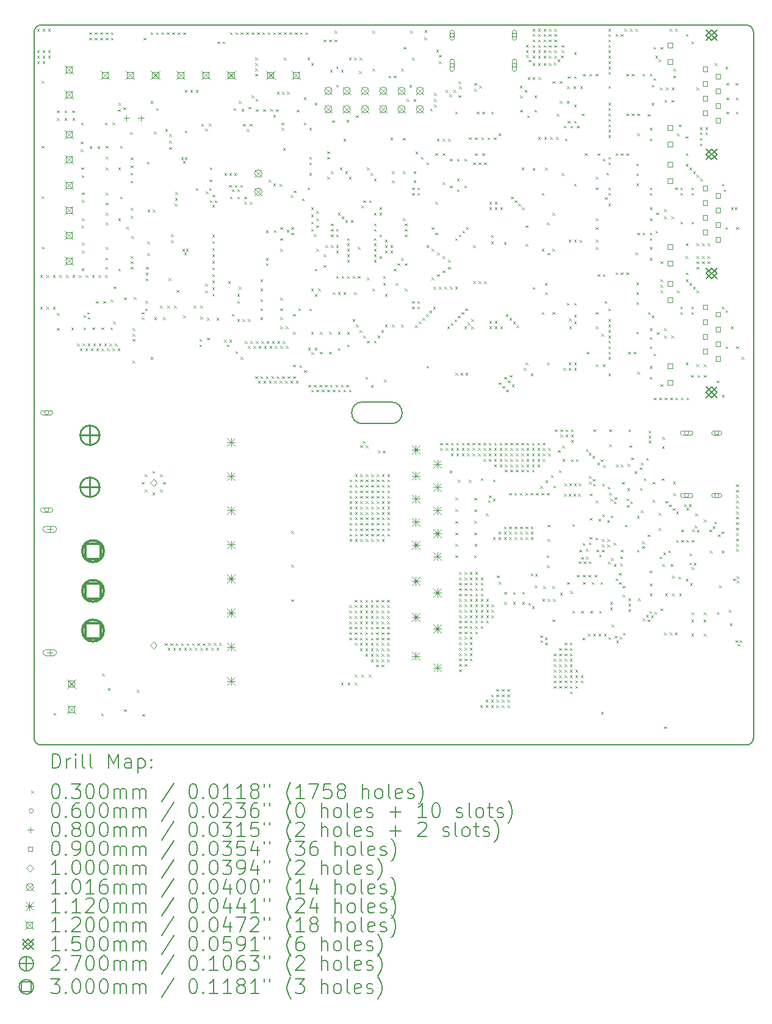
<source format=gbr>
%TF.GenerationSoftware,KiCad,Pcbnew,8.0.1*%
%TF.CreationDate,2024-09-28T11:52:05+02:00*%
%TF.ProjectId,stmbl_5.0,73746d62-6c5f-4352-9e30-2e6b69636164,1.0*%
%TF.SameCoordinates,Original*%
%TF.FileFunction,Drillmap*%
%TF.FilePolarity,Positive*%
%FSLAX45Y45*%
G04 Gerber Fmt 4.5, Leading zero omitted, Abs format (unit mm)*
G04 Created by KiCad (PCBNEW 8.0.1) date 2024-09-28 11:52:05*
%MOMM*%
%LPD*%
G01*
G04 APERTURE LIST*
%ADD10C,0.150000*%
%ADD11C,0.200000*%
%ADD12C,0.100000*%
%ADD13C,0.101600*%
%ADD14C,0.112000*%
%ADD15C,0.120000*%
%ADD16C,0.270000*%
%ADD17C,0.300000*%
G04 APERTURE END LIST*
D10*
X14374000Y-10508000D02*
G75*
G02*
X14374000Y-10208000I0J150000D01*
G01*
X19698000Y-14962000D02*
X9918000Y-14962000D01*
X9818000Y-14862000D02*
X9818000Y-5082000D01*
X9918000Y-14962000D02*
G75*
G02*
X9818000Y-14862000I0J100000D01*
G01*
X14374000Y-10508000D02*
X14774000Y-10508000D01*
X9918000Y-4982000D02*
X19697933Y-4981995D01*
X14774000Y-10208000D02*
G75*
G02*
X14774000Y-10508000I0J-150000D01*
G01*
X14374000Y-10208000D02*
X14774000Y-10208000D01*
X19797933Y-5083000D02*
X19798000Y-14862000D01*
X19697933Y-4981995D02*
G75*
G02*
X19797930Y-5083000I-3J-100005D01*
G01*
X9818000Y-5082000D02*
G75*
G02*
X9918000Y-4982000I100000J0D01*
G01*
X19798000Y-14862000D02*
G75*
G02*
X19698000Y-14962000I-100000J0D01*
G01*
D11*
D12*
X9860000Y-5035000D02*
X9890000Y-5065000D01*
X9890000Y-5035000D02*
X9860000Y-5065000D01*
X9860000Y-5335000D02*
X9890000Y-5365000D01*
X9890000Y-5335000D02*
X9860000Y-5365000D01*
X9860000Y-5410000D02*
X9890000Y-5440000D01*
X9890000Y-5410000D02*
X9860000Y-5440000D01*
X9860000Y-5485000D02*
X9890000Y-5515000D01*
X9890000Y-5485000D02*
X9860000Y-5515000D01*
X9900000Y-8448000D02*
X9930000Y-8478000D01*
X9930000Y-8448000D02*
X9900000Y-8478000D01*
X9900000Y-8888000D02*
X9930000Y-8918000D01*
X9930000Y-8888000D02*
X9900000Y-8918000D01*
X9924000Y-5756860D02*
X9954000Y-5786860D01*
X9954000Y-5756860D02*
X9924000Y-5786860D01*
X9924000Y-6656860D02*
X9954000Y-6686860D01*
X9954000Y-6656860D02*
X9924000Y-6686860D01*
X9924000Y-7356860D02*
X9954000Y-7386860D01*
X9954000Y-7356860D02*
X9924000Y-7386860D01*
X9929000Y-8054430D02*
X9959000Y-8084430D01*
X9959000Y-8054430D02*
X9929000Y-8084430D01*
X9935000Y-5035000D02*
X9965000Y-5065000D01*
X9965000Y-5035000D02*
X9935000Y-5065000D01*
X9935000Y-5335000D02*
X9965000Y-5365000D01*
X9965000Y-5335000D02*
X9935000Y-5365000D01*
X9935000Y-5410000D02*
X9965000Y-5440000D01*
X9965000Y-5410000D02*
X9935000Y-5440000D01*
X9935000Y-5485000D02*
X9965000Y-5515000D01*
X9965000Y-5485000D02*
X9935000Y-5515000D01*
X9989000Y-8888000D02*
X10019000Y-8918000D01*
X10019000Y-8888000D02*
X9989000Y-8918000D01*
X9990200Y-8448000D02*
X10020200Y-8478000D01*
X10020200Y-8448000D02*
X9990200Y-8478000D01*
X10010000Y-5035000D02*
X10040000Y-5065000D01*
X10040000Y-5035000D02*
X10010000Y-5065000D01*
X10010000Y-5335000D02*
X10040000Y-5365000D01*
X10040000Y-5335000D02*
X10010000Y-5365000D01*
X10010000Y-5410000D02*
X10040000Y-5440000D01*
X10040000Y-5410000D02*
X10010000Y-5440000D01*
X10080400Y-8448000D02*
X10110400Y-8478000D01*
X10110400Y-8448000D02*
X10080400Y-8478000D01*
X10081000Y-8888000D02*
X10111000Y-8918000D01*
X10111000Y-8888000D02*
X10081000Y-8918000D01*
X10089000Y-14514000D02*
X10119000Y-14544000D01*
X10119000Y-14514000D02*
X10089000Y-14544000D01*
X10133000Y-6166000D02*
X10163000Y-6196000D01*
X10163000Y-6166000D02*
X10133000Y-6196000D01*
X10134000Y-8973000D02*
X10164000Y-9003000D01*
X10164000Y-8973000D02*
X10134000Y-9003000D01*
X10134000Y-9181000D02*
X10164000Y-9211000D01*
X10164000Y-9181000D02*
X10134000Y-9211000D01*
X10135000Y-6273000D02*
X10165000Y-6303000D01*
X10165000Y-6273000D02*
X10135000Y-6303000D01*
X10170600Y-8448000D02*
X10200600Y-8478000D01*
X10200600Y-8448000D02*
X10170600Y-8478000D01*
X10240000Y-6166000D02*
X10270000Y-6196000D01*
X10270000Y-6166000D02*
X10240000Y-6196000D01*
X10242000Y-6273000D02*
X10272000Y-6303000D01*
X10272000Y-6273000D02*
X10242000Y-6303000D01*
X10260800Y-8448000D02*
X10290800Y-8478000D01*
X10290800Y-8448000D02*
X10260800Y-8478000D01*
X10333000Y-9175000D02*
X10363000Y-9205000D01*
X10363000Y-9175000D02*
X10333000Y-9205000D01*
X10347000Y-6166000D02*
X10377000Y-6196000D01*
X10377000Y-6166000D02*
X10347000Y-6196000D01*
X10349000Y-6273000D02*
X10379000Y-6303000D01*
X10379000Y-6273000D02*
X10349000Y-6303000D01*
X10351000Y-8448000D02*
X10381000Y-8478000D01*
X10381000Y-8448000D02*
X10351000Y-8478000D01*
X10414000Y-9399000D02*
X10444000Y-9429000D01*
X10444000Y-9399000D02*
X10414000Y-9429000D01*
X10441200Y-8448000D02*
X10471200Y-8478000D01*
X10471200Y-8448000D02*
X10441200Y-8478000D01*
X10454000Y-9464000D02*
X10484000Y-9494000D01*
X10484000Y-9464000D02*
X10454000Y-9494000D01*
X10464000Y-6598000D02*
X10494000Y-6628000D01*
X10494000Y-6598000D02*
X10464000Y-6628000D01*
X10466000Y-6705000D02*
X10496000Y-6735000D01*
X10496000Y-6705000D02*
X10466000Y-6735000D01*
X10469000Y-6335000D02*
X10499000Y-6365000D01*
X10499000Y-6335000D02*
X10469000Y-6365000D01*
X10475000Y-6956000D02*
X10505000Y-6986000D01*
X10505000Y-6956000D02*
X10475000Y-6986000D01*
X10475000Y-7761000D02*
X10505000Y-7791000D01*
X10505000Y-7761000D02*
X10475000Y-7791000D01*
X10476000Y-8357000D02*
X10506000Y-8387000D01*
X10506000Y-8357000D02*
X10476000Y-8387000D01*
X10477000Y-7063000D02*
X10507000Y-7093000D01*
X10507000Y-7063000D02*
X10477000Y-7093000D01*
X10480000Y-7663000D02*
X10510000Y-7693000D01*
X10510000Y-7663000D02*
X10480000Y-7693000D01*
X10481000Y-7302000D02*
X10511000Y-7332000D01*
X10511000Y-7302000D02*
X10481000Y-7332000D01*
X10481000Y-8001000D02*
X10511000Y-8031000D01*
X10511000Y-8001000D02*
X10481000Y-8031000D01*
X10482000Y-8112000D02*
X10512000Y-8142000D01*
X10512000Y-8112000D02*
X10482000Y-8142000D01*
X10483000Y-7409000D02*
X10513000Y-7439000D01*
X10513000Y-7409000D02*
X10483000Y-7439000D01*
X10489000Y-9399000D02*
X10519000Y-9429000D01*
X10519000Y-9399000D02*
X10489000Y-9429000D01*
X10504000Y-9002000D02*
X10534000Y-9032000D01*
X10534000Y-9002000D02*
X10504000Y-9032000D01*
X10504000Y-9174000D02*
X10534000Y-9204000D01*
X10534000Y-9174000D02*
X10504000Y-9204000D01*
X10529000Y-9464000D02*
X10559000Y-9494000D01*
X10559000Y-9464000D02*
X10529000Y-9494000D01*
X10531400Y-8448000D02*
X10561400Y-8478000D01*
X10561400Y-8448000D02*
X10531400Y-8478000D01*
X10555000Y-8963000D02*
X10585000Y-8993000D01*
X10585000Y-8963000D02*
X10555000Y-8993000D01*
X10563000Y-9029000D02*
X10593000Y-9059000D01*
X10593000Y-9029000D02*
X10563000Y-9059000D01*
X10564000Y-9399000D02*
X10594000Y-9429000D01*
X10594000Y-9399000D02*
X10564000Y-9429000D01*
X10585000Y-5085000D02*
X10615000Y-5115000D01*
X10615000Y-5085000D02*
X10585000Y-5115000D01*
X10585000Y-5160000D02*
X10615000Y-5190000D01*
X10615000Y-5160000D02*
X10585000Y-5190000D01*
X10589000Y-6663000D02*
X10619000Y-6693000D01*
X10619000Y-6663000D02*
X10589000Y-6693000D01*
X10604000Y-9464000D02*
X10634000Y-9494000D01*
X10634000Y-9464000D02*
X10604000Y-9494000D01*
X10621600Y-8448000D02*
X10651600Y-8478000D01*
X10651600Y-8448000D02*
X10621600Y-8478000D01*
X10626000Y-9174000D02*
X10656000Y-9204000D01*
X10656000Y-9174000D02*
X10626000Y-9204000D01*
X10639000Y-9399000D02*
X10669000Y-9429000D01*
X10669000Y-9399000D02*
X10639000Y-9429000D01*
X10660000Y-5085000D02*
X10690000Y-5115000D01*
X10690000Y-5085000D02*
X10660000Y-5115000D01*
X10660000Y-5160000D02*
X10690000Y-5190000D01*
X10690000Y-5160000D02*
X10660000Y-5190000D01*
X10675000Y-8809000D02*
X10705000Y-8839000D01*
X10705000Y-8809000D02*
X10675000Y-8839000D01*
X10679000Y-9464000D02*
X10709000Y-9494000D01*
X10709000Y-9464000D02*
X10679000Y-9494000D01*
X10696000Y-6661000D02*
X10726000Y-6691000D01*
X10726000Y-6661000D02*
X10696000Y-6691000D01*
X10711800Y-8448000D02*
X10741800Y-8478000D01*
X10741800Y-8448000D02*
X10711800Y-8478000D01*
X10714000Y-9399000D02*
X10744000Y-9429000D01*
X10744000Y-9399000D02*
X10714000Y-9429000D01*
X10735000Y-5085000D02*
X10765000Y-5115000D01*
X10765000Y-5085000D02*
X10735000Y-5115000D01*
X10735000Y-5160000D02*
X10765000Y-5190000D01*
X10765000Y-5160000D02*
X10735000Y-5190000D01*
X10748000Y-14522000D02*
X10778000Y-14552000D01*
X10778000Y-14522000D02*
X10748000Y-14552000D01*
X10754000Y-9173000D02*
X10784000Y-9203000D01*
X10784000Y-9173000D02*
X10754000Y-9203000D01*
X10754000Y-9464000D02*
X10784000Y-9494000D01*
X10784000Y-9464000D02*
X10754000Y-9494000D01*
X10760000Y-13968000D02*
X10790000Y-13998000D01*
X10790000Y-13968000D02*
X10760000Y-13998000D01*
X10780000Y-8808000D02*
X10810000Y-8838000D01*
X10810000Y-8808000D02*
X10780000Y-8838000D01*
X10789000Y-9399000D02*
X10819000Y-9429000D01*
X10819000Y-9399000D02*
X10789000Y-9429000D01*
X10799000Y-6335000D02*
X10829000Y-6365000D01*
X10829000Y-6335000D02*
X10799000Y-6365000D01*
X10802000Y-8448000D02*
X10832000Y-8478000D01*
X10832000Y-8448000D02*
X10802000Y-8478000D01*
X10806000Y-8336000D02*
X10836000Y-8366000D01*
X10836000Y-8336000D02*
X10806000Y-8366000D01*
X10808000Y-8208000D02*
X10838000Y-8238000D01*
X10838000Y-8208000D02*
X10808000Y-8238000D01*
X10810000Y-5085000D02*
X10840000Y-5115000D01*
X10840000Y-5085000D02*
X10810000Y-5115000D01*
X10810000Y-5160000D02*
X10840000Y-5190000D01*
X10840000Y-5160000D02*
X10810000Y-5190000D01*
X10810000Y-6660000D02*
X10840000Y-6690000D01*
X10840000Y-6660000D02*
X10810000Y-6690000D01*
X10810000Y-6808500D02*
X10840000Y-6838500D01*
X10840000Y-6808500D02*
X10810000Y-6838500D01*
X10810000Y-6957000D02*
X10840000Y-6987000D01*
X10840000Y-6957000D02*
X10810000Y-6987000D01*
X10810000Y-7308000D02*
X10840000Y-7338000D01*
X10840000Y-7308000D02*
X10810000Y-7338000D01*
X10810000Y-7446333D02*
X10840000Y-7476333D01*
X10840000Y-7446333D02*
X10810000Y-7476333D01*
X10810000Y-7584667D02*
X10840000Y-7614667D01*
X10840000Y-7584667D02*
X10810000Y-7614667D01*
X10810000Y-7723000D02*
X10840000Y-7753000D01*
X10840000Y-7723000D02*
X10810000Y-7753000D01*
X10810000Y-8060000D02*
X10840000Y-8090000D01*
X10840000Y-8060000D02*
X10810000Y-8090000D01*
X10829000Y-9464000D02*
X10859000Y-9494000D01*
X10859000Y-9464000D02*
X10829000Y-9494000D01*
X10843000Y-14173000D02*
X10873000Y-14203000D01*
X10873000Y-14173000D02*
X10843000Y-14203000D01*
X10864000Y-9399000D02*
X10894000Y-9429000D01*
X10894000Y-9399000D02*
X10864000Y-9429000D01*
X10875000Y-9173000D02*
X10905000Y-9203000D01*
X10905000Y-9173000D02*
X10875000Y-9203000D01*
X10881000Y-8788000D02*
X10911000Y-8818000D01*
X10911000Y-8788000D02*
X10881000Y-8818000D01*
X10885000Y-5085000D02*
X10915000Y-5115000D01*
X10915000Y-5085000D02*
X10885000Y-5115000D01*
X10885000Y-5160000D02*
X10915000Y-5190000D01*
X10915000Y-5160000D02*
X10885000Y-5190000D01*
X10904000Y-9464000D02*
X10934000Y-9494000D01*
X10934000Y-9464000D02*
X10904000Y-9494000D01*
X10906000Y-6333000D02*
X10936000Y-6363000D01*
X10936000Y-6333000D02*
X10906000Y-6363000D01*
X10914000Y-9092000D02*
X10944000Y-9122000D01*
X10944000Y-9092000D02*
X10914000Y-9122000D01*
X10924000Y-8604000D02*
X10954000Y-8634000D01*
X10954000Y-8604000D02*
X10924000Y-8634000D01*
X10939000Y-9399000D02*
X10969000Y-9429000D01*
X10969000Y-9399000D02*
X10939000Y-9429000D01*
X10979000Y-9464000D02*
X11009000Y-9494000D01*
X11009000Y-9464000D02*
X10979000Y-9494000D01*
X10980000Y-6151000D02*
X11010000Y-6181000D01*
X11010000Y-6151000D02*
X10980000Y-6181000D01*
X10985000Y-6960000D02*
X11015000Y-6990000D01*
X11015000Y-6960000D02*
X10985000Y-6990000D01*
X10985000Y-7660000D02*
X11015000Y-7690000D01*
X11015000Y-7660000D02*
X10985000Y-7690000D01*
X10985000Y-8360000D02*
X11015000Y-8390000D01*
X11015000Y-8360000D02*
X10985000Y-8390000D01*
X10992000Y-6061000D02*
X11022000Y-6091000D01*
X11022000Y-6061000D02*
X10992000Y-6091000D01*
X11010000Y-6657000D02*
X11040000Y-6687000D01*
X11040000Y-6657000D02*
X11010000Y-6687000D01*
X11010000Y-7360000D02*
X11040000Y-7390000D01*
X11040000Y-7360000D02*
X11010000Y-7390000D01*
X11057000Y-6126000D02*
X11087000Y-6156000D01*
X11087000Y-6126000D02*
X11057000Y-6156000D01*
X11068000Y-8759000D02*
X11098000Y-8789000D01*
X11098000Y-8759000D02*
X11068000Y-8789000D01*
X11068000Y-14466000D02*
X11098000Y-14496000D01*
X11098000Y-14466000D02*
X11068000Y-14496000D01*
X11098000Y-7779000D02*
X11128000Y-7809000D01*
X11128000Y-7779000D02*
X11098000Y-7809000D01*
X11150000Y-6470000D02*
X11180000Y-6500000D01*
X11180000Y-6470000D02*
X11150000Y-6500000D01*
X11155000Y-7032000D02*
X11185000Y-7062000D01*
X11185000Y-7032000D02*
X11155000Y-7062000D01*
X11156000Y-7139000D02*
X11186000Y-7169000D01*
X11186000Y-7139000D02*
X11156000Y-7169000D01*
X11157000Y-6818000D02*
X11187000Y-6848000D01*
X11187000Y-6818000D02*
X11157000Y-6848000D01*
X11157000Y-6930000D02*
X11187000Y-6960000D01*
X11187000Y-6930000D02*
X11157000Y-6960000D01*
X11160000Y-8185000D02*
X11190000Y-8215000D01*
X11190000Y-8185000D02*
X11160000Y-8215000D01*
X11160000Y-8260000D02*
X11190000Y-8290000D01*
X11190000Y-8260000D02*
X11160000Y-8290000D01*
X11160000Y-8335000D02*
X11190000Y-8365000D01*
X11190000Y-8335000D02*
X11160000Y-8365000D01*
X11161000Y-7516000D02*
X11191000Y-7546000D01*
X11191000Y-7516000D02*
X11161000Y-7546000D01*
X11161000Y-7627000D02*
X11191000Y-7657000D01*
X11191000Y-7627000D02*
X11161000Y-7657000D01*
X11169000Y-7905000D02*
X11199000Y-7935000D01*
X11199000Y-7905000D02*
X11169000Y-7935000D01*
X11185000Y-9185000D02*
X11215000Y-9215000D01*
X11215000Y-9185000D02*
X11185000Y-9215000D01*
X11185000Y-9260000D02*
X11215000Y-9290000D01*
X11215000Y-9260000D02*
X11185000Y-9290000D01*
X11185000Y-9335000D02*
X11215000Y-9365000D01*
X11215000Y-9335000D02*
X11185000Y-9365000D01*
X11185000Y-9635000D02*
X11215000Y-9665000D01*
X11215000Y-9635000D02*
X11185000Y-9665000D01*
X11203000Y-8756000D02*
X11233000Y-8786000D01*
X11233000Y-8756000D02*
X11203000Y-8786000D01*
X11243000Y-14198000D02*
X11273000Y-14228000D01*
X11273000Y-14198000D02*
X11243000Y-14228000D01*
X11310000Y-8960000D02*
X11340000Y-8990000D01*
X11340000Y-8960000D02*
X11310000Y-8990000D01*
X11310000Y-9035000D02*
X11340000Y-9065000D01*
X11340000Y-9035000D02*
X11310000Y-9065000D01*
X11310000Y-11313000D02*
X11340000Y-11343000D01*
X11340000Y-11313000D02*
X11310000Y-11343000D01*
X11321000Y-14531000D02*
X11351000Y-14561000D01*
X11351000Y-14531000D02*
X11321000Y-14561000D01*
X11335000Y-5160000D02*
X11365000Y-5190000D01*
X11365000Y-5160000D02*
X11335000Y-5190000D01*
X11353934Y-11206934D02*
X11383934Y-11236934D01*
X11383934Y-11206934D02*
X11353934Y-11236934D01*
X11353934Y-11419066D02*
X11383934Y-11449066D01*
X11383934Y-11419066D02*
X11353934Y-11449066D01*
X11360000Y-8910000D02*
X11390000Y-8940000D01*
X11390000Y-8910000D02*
X11360000Y-8940000D01*
X11361000Y-8805000D02*
X11391000Y-8835000D01*
X11391000Y-8805000D02*
X11361000Y-8835000D01*
X11365000Y-8497000D02*
X11395000Y-8527000D01*
X11395000Y-8497000D02*
X11365000Y-8527000D01*
X11368000Y-8414000D02*
X11398000Y-8444000D01*
X11398000Y-8414000D02*
X11368000Y-8444000D01*
X11372000Y-8334000D02*
X11402000Y-8364000D01*
X11402000Y-8334000D02*
X11372000Y-8364000D01*
X11383000Y-6878000D02*
X11413000Y-6908000D01*
X11413000Y-6878000D02*
X11383000Y-6908000D01*
X11387000Y-8146000D02*
X11417000Y-8176000D01*
X11417000Y-8146000D02*
X11387000Y-8176000D01*
X11390000Y-7984000D02*
X11420000Y-8014000D01*
X11420000Y-7984000D02*
X11390000Y-8014000D01*
X11391000Y-7543000D02*
X11421000Y-7573000D01*
X11421000Y-7543000D02*
X11391000Y-7573000D01*
X11435000Y-5085000D02*
X11465000Y-5115000D01*
X11465000Y-5085000D02*
X11435000Y-5115000D01*
X11435000Y-6035000D02*
X11465000Y-6065000D01*
X11465000Y-6035000D02*
X11435000Y-6065000D01*
X11435000Y-9585000D02*
X11465000Y-9615000D01*
X11465000Y-9585000D02*
X11435000Y-9615000D01*
X11460000Y-11163000D02*
X11490000Y-11193000D01*
X11490000Y-11163000D02*
X11460000Y-11193000D01*
X11460000Y-11463000D02*
X11490000Y-11493000D01*
X11490000Y-11463000D02*
X11460000Y-11493000D01*
X11463000Y-7544000D02*
X11493000Y-7574000D01*
X11493000Y-7544000D02*
X11463000Y-7574000D01*
X11483000Y-6460000D02*
X11513000Y-6490000D01*
X11513000Y-6460000D02*
X11483000Y-6490000D01*
X11485000Y-9035000D02*
X11515000Y-9065000D01*
X11515000Y-9035000D02*
X11485000Y-9065000D01*
X11510000Y-5085000D02*
X11540000Y-5115000D01*
X11540000Y-5085000D02*
X11510000Y-5115000D01*
X11510000Y-6135000D02*
X11540000Y-6165000D01*
X11540000Y-6135000D02*
X11510000Y-6165000D01*
X11565000Y-8873000D02*
X11595000Y-8903000D01*
X11595000Y-8873000D02*
X11565000Y-8903000D01*
X11566066Y-11206934D02*
X11596066Y-11236934D01*
X11596066Y-11206934D02*
X11566066Y-11236934D01*
X11566066Y-11419066D02*
X11596066Y-11449066D01*
X11596066Y-11419066D02*
X11566066Y-11449066D01*
X11585000Y-5085000D02*
X11615000Y-5115000D01*
X11615000Y-5085000D02*
X11585000Y-5115000D01*
X11610000Y-9035000D02*
X11640000Y-9065000D01*
X11640000Y-9035000D02*
X11610000Y-9065000D01*
X11610000Y-11313000D02*
X11640000Y-11343000D01*
X11640000Y-11313000D02*
X11610000Y-11343000D01*
X11633103Y-13548847D02*
X11663103Y-13578847D01*
X11663103Y-13548847D02*
X11633103Y-13578847D01*
X11639000Y-6427000D02*
X11669000Y-6457000D01*
X11669000Y-6427000D02*
X11639000Y-6457000D01*
X11660000Y-5085000D02*
X11690000Y-5115000D01*
X11690000Y-5085000D02*
X11660000Y-5115000D01*
X11668000Y-8873000D02*
X11698000Y-8903000D01*
X11698000Y-8873000D02*
X11668000Y-8903000D01*
X11673103Y-13613847D02*
X11703103Y-13643847D01*
X11703103Y-13613847D02*
X11673103Y-13643847D01*
X11685000Y-8490000D02*
X11715000Y-8520000D01*
X11715000Y-8490000D02*
X11685000Y-8520000D01*
X11692000Y-6494000D02*
X11722000Y-6524000D01*
X11722000Y-6494000D02*
X11692000Y-6524000D01*
X11692000Y-6585000D02*
X11722000Y-6615000D01*
X11722000Y-6585000D02*
X11692000Y-6615000D01*
X11692000Y-6676000D02*
X11722000Y-6706000D01*
X11722000Y-6676000D02*
X11692000Y-6706000D01*
X11708103Y-13548847D02*
X11738103Y-13578847D01*
X11738103Y-13548847D02*
X11708103Y-13578847D01*
X11716000Y-7882000D02*
X11746000Y-7912000D01*
X11746000Y-7882000D02*
X11716000Y-7912000D01*
X11717000Y-7968000D02*
X11747000Y-7998000D01*
X11747000Y-7968000D02*
X11717000Y-7998000D01*
X11735000Y-5085000D02*
X11765000Y-5115000D01*
X11765000Y-5085000D02*
X11735000Y-5115000D01*
X11748103Y-13613847D02*
X11778103Y-13643847D01*
X11778103Y-13613847D02*
X11748103Y-13643847D01*
X11760000Y-8873000D02*
X11790000Y-8903000D01*
X11790000Y-8873000D02*
X11760000Y-8903000D01*
X11771000Y-7459000D02*
X11801000Y-7489000D01*
X11801000Y-7459000D02*
X11771000Y-7489000D01*
X11772000Y-7380000D02*
X11802000Y-7410000D01*
X11802000Y-7380000D02*
X11772000Y-7410000D01*
X11775000Y-7299000D02*
X11805000Y-7329000D01*
X11805000Y-7299000D02*
X11775000Y-7329000D01*
X11783103Y-13548847D02*
X11813103Y-13578847D01*
X11813103Y-13548847D02*
X11783103Y-13578847D01*
X11792000Y-8656000D02*
X11822000Y-8686000D01*
X11822000Y-8656000D02*
X11792000Y-8686000D01*
X11810000Y-5085000D02*
X11840000Y-5115000D01*
X11840000Y-5085000D02*
X11810000Y-5115000D01*
X11823103Y-13613847D02*
X11853103Y-13643847D01*
X11853103Y-13613847D02*
X11823103Y-13643847D01*
X11858103Y-13548847D02*
X11888103Y-13578847D01*
X11888103Y-13548847D02*
X11858103Y-13578847D01*
X11859000Y-6817000D02*
X11889000Y-6847000D01*
X11889000Y-6817000D02*
X11859000Y-6847000D01*
X11874000Y-8085000D02*
X11904000Y-8115000D01*
X11904000Y-8085000D02*
X11874000Y-8115000D01*
X11884000Y-6867000D02*
X11914000Y-6897000D01*
X11914000Y-6867000D02*
X11884000Y-6897000D01*
X11885000Y-5085000D02*
X11915000Y-5115000D01*
X11915000Y-5085000D02*
X11885000Y-5115000D01*
X11885000Y-9010000D02*
X11915000Y-9040000D01*
X11915000Y-9010000D02*
X11885000Y-9040000D01*
X11898103Y-13613847D02*
X11928103Y-13643847D01*
X11928103Y-13613847D02*
X11898103Y-13643847D01*
X11899000Y-8135000D02*
X11929000Y-8165000D01*
X11929000Y-8135000D02*
X11899000Y-8165000D01*
X11908000Y-6448000D02*
X11938000Y-6478000D01*
X11938000Y-6448000D02*
X11908000Y-6478000D01*
X11909000Y-6817001D02*
X11939000Y-6847001D01*
X11939000Y-6817001D02*
X11909000Y-6847001D01*
X11910000Y-5885000D02*
X11940000Y-5915000D01*
X11940000Y-5885000D02*
X11910000Y-5915000D01*
X11924000Y-8085001D02*
X11954000Y-8115001D01*
X11954000Y-8085001D02*
X11924000Y-8115001D01*
X11933103Y-13548847D02*
X11963103Y-13578847D01*
X11963103Y-13548847D02*
X11933103Y-13578847D01*
X11973103Y-13613847D02*
X12003103Y-13643847D01*
X12003103Y-13613847D02*
X11973103Y-13643847D01*
X11985000Y-5885000D02*
X12015000Y-5915000D01*
X12015000Y-5885000D02*
X11985000Y-5915000D01*
X12008103Y-13548847D02*
X12038103Y-13578847D01*
X12038103Y-13548847D02*
X12008103Y-13578847D01*
X12033000Y-8870000D02*
X12063000Y-8900000D01*
X12063000Y-8870000D02*
X12033000Y-8900000D01*
X12048103Y-13613847D02*
X12078103Y-13643847D01*
X12078103Y-13613847D02*
X12048103Y-13643847D01*
X12060000Y-5885000D02*
X12090000Y-5915000D01*
X12090000Y-5885000D02*
X12060000Y-5915000D01*
X12060000Y-7244000D02*
X12090000Y-7274000D01*
X12090000Y-7244000D02*
X12060000Y-7274000D01*
X12083103Y-13548847D02*
X12113103Y-13578847D01*
X12113103Y-13548847D02*
X12083103Y-13578847D01*
X12110000Y-9335000D02*
X12140000Y-9365000D01*
X12140000Y-9335000D02*
X12110000Y-9365000D01*
X12110000Y-9410000D02*
X12140000Y-9440000D01*
X12140000Y-9410000D02*
X12110000Y-9440000D01*
X12123103Y-13613847D02*
X12153103Y-13643847D01*
X12153103Y-13613847D02*
X12123103Y-13643847D01*
X12124000Y-8871000D02*
X12154000Y-8901000D01*
X12154000Y-8871000D02*
X12124000Y-8901000D01*
X12125000Y-9025000D02*
X12155000Y-9055000D01*
X12155000Y-9025000D02*
X12125000Y-9055000D01*
X12138000Y-6355000D02*
X12168000Y-6385000D01*
X12168000Y-6355000D02*
X12138000Y-6385000D01*
X12158103Y-13548847D02*
X12188103Y-13578847D01*
X12188103Y-13548847D02*
X12158103Y-13578847D01*
X12192000Y-6416000D02*
X12222000Y-6446000D01*
X12222000Y-6416000D02*
X12192000Y-6446000D01*
X12193000Y-8567000D02*
X12223000Y-8597000D01*
X12223000Y-8567000D02*
X12193000Y-8597000D01*
X12193000Y-8659000D02*
X12223000Y-8689000D01*
X12223000Y-8659000D02*
X12193000Y-8689000D01*
X12198103Y-13613847D02*
X12228103Y-13643847D01*
X12228103Y-13613847D02*
X12198103Y-13643847D01*
X12199000Y-7289000D02*
X12229000Y-7319000D01*
X12229000Y-7289000D02*
X12199000Y-7319000D01*
X12216000Y-9041000D02*
X12246000Y-9071000D01*
X12246000Y-9041000D02*
X12216000Y-9071000D01*
X12216000Y-9316000D02*
X12246000Y-9346000D01*
X12246000Y-9316000D02*
X12216000Y-9346000D01*
X12235103Y-13547847D02*
X12265103Y-13577847D01*
X12265103Y-13547847D02*
X12235103Y-13577847D01*
X12244000Y-6351000D02*
X12274000Y-6381000D01*
X12274000Y-6351000D02*
X12244000Y-6381000D01*
X12247000Y-7241000D02*
X12277000Y-7271000D01*
X12277000Y-7241000D02*
X12247000Y-7271000D01*
X12253000Y-7123000D02*
X12283000Y-7153000D01*
X12283000Y-7123000D02*
X12253000Y-7153000D01*
X12254000Y-7411000D02*
X12284000Y-7441000D01*
X12284000Y-7411000D02*
X12254000Y-7441000D01*
X12255000Y-6954000D02*
X12285000Y-6984000D01*
X12285000Y-6954000D02*
X12255000Y-6984000D01*
X12275103Y-13612847D02*
X12305103Y-13642847D01*
X12305103Y-13612847D02*
X12275103Y-13642847D01*
X12289000Y-7890000D02*
X12319000Y-7920000D01*
X12319000Y-7890000D02*
X12289000Y-7920000D01*
X12289000Y-7980889D02*
X12319000Y-8010889D01*
X12319000Y-7980889D02*
X12289000Y-8010889D01*
X12289000Y-8071778D02*
X12319000Y-8101778D01*
X12319000Y-8071778D02*
X12289000Y-8101778D01*
X12289000Y-8162666D02*
X12319000Y-8192666D01*
X12319000Y-8162666D02*
X12289000Y-8192666D01*
X12289000Y-8253555D02*
X12319000Y-8283555D01*
X12319000Y-8253555D02*
X12289000Y-8283555D01*
X12289000Y-8344444D02*
X12319000Y-8374444D01*
X12319000Y-8344444D02*
X12289000Y-8374444D01*
X12289000Y-8435333D02*
X12319000Y-8465333D01*
X12319000Y-8435333D02*
X12289000Y-8465333D01*
X12289000Y-8526222D02*
X12319000Y-8556222D01*
X12319000Y-8526222D02*
X12289000Y-8556222D01*
X12289000Y-8617110D02*
X12319000Y-8647110D01*
X12319000Y-8617110D02*
X12289000Y-8647110D01*
X12289000Y-8708000D02*
X12319000Y-8738000D01*
X12319000Y-8708000D02*
X12289000Y-8738000D01*
X12291000Y-7476000D02*
X12321000Y-7506000D01*
X12321000Y-7476000D02*
X12291000Y-7506000D01*
X12293000Y-7337000D02*
X12323000Y-7367000D01*
X12323000Y-7337000D02*
X12293000Y-7367000D01*
X12310103Y-13547847D02*
X12340103Y-13577847D01*
X12340103Y-13547847D02*
X12310103Y-13577847D01*
X12325000Y-7410000D02*
X12355000Y-7440000D01*
X12355000Y-7410000D02*
X12325000Y-7440000D01*
X12349000Y-9040690D02*
X12379000Y-9070690D01*
X12379000Y-9040690D02*
X12349000Y-9070690D01*
X12350103Y-13612847D02*
X12380103Y-13642847D01*
X12380103Y-13612847D02*
X12350103Y-13642847D01*
X12360000Y-5210000D02*
X12390000Y-5240000D01*
X12390000Y-5210000D02*
X12360000Y-5240000D01*
X12385103Y-13547847D02*
X12415103Y-13577847D01*
X12415103Y-13547847D02*
X12385103Y-13577847D01*
X12435000Y-5210000D02*
X12465000Y-5240000D01*
X12465000Y-5210000D02*
X12435000Y-5240000D01*
X12453000Y-9345000D02*
X12483000Y-9375000D01*
X12483000Y-9345000D02*
X12453000Y-9375000D01*
X12460000Y-7035551D02*
X12490000Y-7065551D01*
X12490000Y-7035551D02*
X12460000Y-7065551D01*
X12493000Y-9410000D02*
X12523000Y-9440000D01*
X12523000Y-9410000D02*
X12493000Y-9440000D01*
X12510000Y-8535000D02*
X12540000Y-8565000D01*
X12540000Y-8535000D02*
X12510000Y-8565000D01*
X12523000Y-7201000D02*
X12553000Y-7231000D01*
X12553000Y-7201000D02*
X12523000Y-7231000D01*
X12528000Y-7035000D02*
X12558000Y-7065000D01*
X12558000Y-7035000D02*
X12528000Y-7065000D01*
X12528000Y-9345000D02*
X12558000Y-9375000D01*
X12558000Y-9345000D02*
X12528000Y-9375000D01*
X12535000Y-5085000D02*
X12565000Y-5115000D01*
X12565000Y-5085000D02*
X12535000Y-5115000D01*
X12535000Y-7360000D02*
X12565000Y-7390000D01*
X12565000Y-7360000D02*
X12535000Y-7390000D01*
X12560000Y-7261000D02*
X12590000Y-7291000D01*
X12590000Y-7261000D02*
X12560000Y-7291000D01*
X12560000Y-8985000D02*
X12590000Y-9015000D01*
X12590000Y-8985000D02*
X12560000Y-9015000D01*
X12585000Y-6135000D02*
X12615000Y-6165000D01*
X12615000Y-6135000D02*
X12585000Y-6165000D01*
X12595000Y-7035000D02*
X12625000Y-7065000D01*
X12625000Y-7035000D02*
X12595000Y-7065000D01*
X12601000Y-7201000D02*
X12631000Y-7231000D01*
X12631000Y-7201000D02*
X12601000Y-7231000D01*
X12610000Y-5085000D02*
X12640000Y-5115000D01*
X12640000Y-5085000D02*
X12610000Y-5115000D01*
X12611000Y-9504000D02*
X12641000Y-9534000D01*
X12641000Y-9504000D02*
X12611000Y-9534000D01*
X12635000Y-7360000D02*
X12665000Y-7390000D01*
X12665000Y-7360000D02*
X12635000Y-7390000D01*
X12635000Y-8710000D02*
X12665000Y-8740000D01*
X12665000Y-8710000D02*
X12635000Y-8740000D01*
X12635000Y-8810000D02*
X12665000Y-8840000D01*
X12665000Y-8810000D02*
X12635000Y-8840000D01*
X12635000Y-9060000D02*
X12665000Y-9090000D01*
X12665000Y-9060000D02*
X12635000Y-9090000D01*
X12638000Y-7261000D02*
X12668000Y-7291000D01*
X12668000Y-7261000D02*
X12638000Y-7291000D01*
X12660000Y-6035000D02*
X12690000Y-6065000D01*
X12690000Y-6035000D02*
X12660000Y-6065000D01*
X12660000Y-8610001D02*
X12690000Y-8640001D01*
X12690000Y-8610001D02*
X12660000Y-8640001D01*
X12679000Y-7201000D02*
X12709000Y-7231000D01*
X12709000Y-7201000D02*
X12679000Y-7231000D01*
X12685000Y-5085000D02*
X12715000Y-5115000D01*
X12715000Y-5085000D02*
X12685000Y-5115000D01*
X12685000Y-9585000D02*
X12715000Y-9615000D01*
X12715000Y-9585000D02*
X12685000Y-9615000D01*
X12697000Y-6147000D02*
X12727000Y-6177000D01*
X12727000Y-6147000D02*
X12697000Y-6177000D01*
X12710000Y-9060000D02*
X12740000Y-9090000D01*
X12740000Y-9060000D02*
X12710000Y-9090000D01*
X12719000Y-6354000D02*
X12749000Y-6384000D01*
X12749000Y-6354000D02*
X12719000Y-6384000D01*
X12735000Y-7360000D02*
X12765000Y-7390000D01*
X12765000Y-7360000D02*
X12735000Y-7390000D01*
X12735000Y-7435000D02*
X12765000Y-7465000D01*
X12765000Y-7435000D02*
X12735000Y-7465000D01*
X12744000Y-9365000D02*
X12774000Y-9395000D01*
X12774000Y-9365000D02*
X12744000Y-9395000D01*
X12760000Y-5085000D02*
X12790000Y-5115000D01*
X12790000Y-5085000D02*
X12760000Y-5115000D01*
X12769000Y-6426000D02*
X12799000Y-6456000D01*
X12799000Y-6426000D02*
X12769000Y-6456000D01*
X12784000Y-9430000D02*
X12814000Y-9460000D01*
X12814000Y-9430000D02*
X12784000Y-9460000D01*
X12785000Y-9060000D02*
X12815000Y-9090000D01*
X12815000Y-9060000D02*
X12785000Y-9090000D01*
X12795000Y-6115000D02*
X12825000Y-6145000D01*
X12825000Y-6115000D02*
X12795000Y-6145000D01*
X12810000Y-7435000D02*
X12840000Y-7465000D01*
X12840000Y-7435000D02*
X12810000Y-7465000D01*
X12811000Y-6353000D02*
X12841000Y-6383000D01*
X12841000Y-6353000D02*
X12811000Y-6383000D01*
X12819000Y-9365000D02*
X12849000Y-9395000D01*
X12849000Y-9365000D02*
X12819000Y-9395000D01*
X12835000Y-5085000D02*
X12865000Y-5115000D01*
X12865000Y-5085000D02*
X12835000Y-5115000D01*
X12835000Y-5960000D02*
X12865000Y-5990000D01*
X12865000Y-5960000D02*
X12835000Y-5990000D01*
X12859000Y-9430000D02*
X12889000Y-9460000D01*
X12889000Y-9430000D02*
X12859000Y-9460000D01*
X12885000Y-5435000D02*
X12915000Y-5465000D01*
X12915000Y-5435000D02*
X12885000Y-5465000D01*
X12885000Y-5510000D02*
X12915000Y-5540000D01*
X12915000Y-5510000D02*
X12885000Y-5540000D01*
X12885000Y-5585000D02*
X12915000Y-5615000D01*
X12915000Y-5585000D02*
X12885000Y-5615000D01*
X12885000Y-5660000D02*
X12915000Y-5690000D01*
X12915000Y-5660000D02*
X12885000Y-5690000D01*
X12885000Y-9850000D02*
X12915000Y-9880000D01*
X12915000Y-9850000D02*
X12885000Y-9880000D01*
X12890000Y-6008000D02*
X12920000Y-6038000D01*
X12920000Y-6008000D02*
X12890000Y-6038000D01*
X12894000Y-9365000D02*
X12924000Y-9395000D01*
X12924000Y-9365000D02*
X12894000Y-9395000D01*
X12896000Y-6151000D02*
X12926000Y-6181000D01*
X12926000Y-6151000D02*
X12896000Y-6181000D01*
X12910000Y-5085000D02*
X12940000Y-5115000D01*
X12940000Y-5085000D02*
X12910000Y-5115000D01*
X12925000Y-9915000D02*
X12955000Y-9945000D01*
X12955000Y-9915000D02*
X12925000Y-9945000D01*
X12934000Y-9430000D02*
X12964000Y-9460000D01*
X12964000Y-9430000D02*
X12934000Y-9460000D01*
X12960000Y-8510000D02*
X12990000Y-8540000D01*
X12990000Y-8510000D02*
X12960000Y-8540000D01*
X12960000Y-8635000D02*
X12990000Y-8665000D01*
X12990000Y-8635000D02*
X12960000Y-8665000D01*
X12960000Y-8785000D02*
X12990000Y-8815000D01*
X12990000Y-8785000D02*
X12960000Y-8815000D01*
X12960000Y-8910000D02*
X12990000Y-8940000D01*
X12990000Y-8910000D02*
X12960000Y-8940000D01*
X12960000Y-9035000D02*
X12990000Y-9065000D01*
X12990000Y-9035000D02*
X12960000Y-9065000D01*
X12960000Y-9850000D02*
X12990000Y-9880000D01*
X12990000Y-9850000D02*
X12960000Y-9880000D01*
X12969000Y-9365000D02*
X12999000Y-9395000D01*
X12999000Y-9365000D02*
X12969000Y-9395000D01*
X12985000Y-5085000D02*
X13015000Y-5115000D01*
X13015000Y-5085000D02*
X12985000Y-5115000D01*
X12998000Y-6151000D02*
X13028000Y-6181000D01*
X13028000Y-6151000D02*
X12998000Y-6181000D01*
X13000000Y-9915000D02*
X13030000Y-9945000D01*
X13030000Y-9915000D02*
X13000000Y-9945000D01*
X13009000Y-9430000D02*
X13039000Y-9460000D01*
X13039000Y-9430000D02*
X13009000Y-9460000D01*
X13035000Y-7829000D02*
X13065000Y-7859000D01*
X13065000Y-7829000D02*
X13035000Y-7859000D01*
X13035000Y-8210000D02*
X13065000Y-8240000D01*
X13065000Y-8210000D02*
X13035000Y-8240000D01*
X13035000Y-8285000D02*
X13065000Y-8315000D01*
X13065000Y-8285000D02*
X13035000Y-8315000D01*
X13035000Y-9850000D02*
X13065000Y-9880000D01*
X13065000Y-9850000D02*
X13035000Y-9880000D01*
X13044000Y-9365000D02*
X13074000Y-9395000D01*
X13074000Y-9365000D02*
X13044000Y-9395000D01*
X13060000Y-5085000D02*
X13090000Y-5115000D01*
X13090000Y-5085000D02*
X13060000Y-5115000D01*
X13071000Y-7126000D02*
X13101000Y-7156000D01*
X13101000Y-7126000D02*
X13071000Y-7156000D01*
X13075000Y-9915000D02*
X13105000Y-9945000D01*
X13105000Y-9915000D02*
X13075000Y-9945000D01*
X13084000Y-9430000D02*
X13114000Y-9460000D01*
X13114000Y-9430000D02*
X13084000Y-9460000D01*
X13100000Y-6145000D02*
X13130000Y-6175000D01*
X13130000Y-6145000D02*
X13100000Y-6175000D01*
X13110000Y-9850000D02*
X13140000Y-9880000D01*
X13140000Y-9850000D02*
X13110000Y-9880000D01*
X13119000Y-9365000D02*
X13149000Y-9395000D01*
X13149000Y-9365000D02*
X13119000Y-9395000D01*
X13135000Y-5085000D02*
X13165000Y-5115000D01*
X13165000Y-5085000D02*
X13135000Y-5115000D01*
X13135000Y-6230000D02*
X13165000Y-6260000D01*
X13165000Y-6230000D02*
X13135000Y-6260000D01*
X13136000Y-7178000D02*
X13166000Y-7208000D01*
X13166000Y-7178000D02*
X13136000Y-7208000D01*
X13144000Y-7828000D02*
X13174000Y-7858000D01*
X13174000Y-7828000D02*
X13144000Y-7858000D01*
X13150000Y-9915000D02*
X13180000Y-9945000D01*
X13180000Y-9915000D02*
X13150000Y-9945000D01*
X13159000Y-9430000D02*
X13189000Y-9460000D01*
X13189000Y-9430000D02*
X13159000Y-9460000D01*
X13175000Y-6150000D02*
X13205000Y-6180000D01*
X13205000Y-6150000D02*
X13175000Y-6180000D01*
X13185000Y-9850000D02*
X13215000Y-9880000D01*
X13215000Y-9850000D02*
X13185000Y-9880000D01*
X13186000Y-5907000D02*
X13216000Y-5937000D01*
X13216000Y-5907000D02*
X13186000Y-5937000D01*
X13194000Y-9365000D02*
X13224000Y-9395000D01*
X13224000Y-9365000D02*
X13194000Y-9395000D01*
X13210000Y-5085000D02*
X13240000Y-5115000D01*
X13240000Y-5085000D02*
X13210000Y-5115000D01*
X13225000Y-7186000D02*
X13255000Y-7216000D01*
X13255000Y-7186000D02*
X13225000Y-7216000D01*
X13225000Y-9915000D02*
X13255000Y-9945000D01*
X13255000Y-9915000D02*
X13225000Y-9945000D01*
X13234000Y-9430000D02*
X13264000Y-9460000D01*
X13264000Y-9430000D02*
X13234000Y-9460000D01*
X13235000Y-7785000D02*
X13265000Y-7815000D01*
X13265000Y-7785000D02*
X13235000Y-7815000D01*
X13235000Y-7935000D02*
X13265000Y-7965000D01*
X13265000Y-7935000D02*
X13235000Y-7965000D01*
X13235000Y-8085000D02*
X13265000Y-8115000D01*
X13265000Y-8085000D02*
X13235000Y-8115000D01*
X13235000Y-8760000D02*
X13265000Y-8790000D01*
X13265000Y-8760000D02*
X13235000Y-8790000D01*
X13235000Y-8910000D02*
X13265000Y-8940000D01*
X13265000Y-8910000D02*
X13235000Y-8940000D01*
X13235000Y-9035000D02*
X13265000Y-9065000D01*
X13265000Y-9035000D02*
X13235000Y-9065000D01*
X13235000Y-9160000D02*
X13265000Y-9190000D01*
X13265000Y-9160000D02*
X13235000Y-9190000D01*
X13250000Y-6335000D02*
X13280000Y-6365000D01*
X13280000Y-6335000D02*
X13250000Y-6365000D01*
X13250000Y-6410000D02*
X13280000Y-6440000D01*
X13280000Y-6410000D02*
X13250000Y-6440000D01*
X13259000Y-5908000D02*
X13289000Y-5938000D01*
X13289000Y-5908000D02*
X13259000Y-5938000D01*
X13260000Y-9850000D02*
X13290000Y-9880000D01*
X13290000Y-9850000D02*
X13260000Y-9880000D01*
X13269000Y-9365000D02*
X13299000Y-9395000D01*
X13299000Y-9365000D02*
X13269000Y-9395000D01*
X13270000Y-6689000D02*
X13300000Y-6719000D01*
X13300000Y-6689000D02*
X13270000Y-6719000D01*
X13285000Y-5085000D02*
X13315000Y-5115000D01*
X13315000Y-5085000D02*
X13285000Y-5115000D01*
X13285000Y-5435000D02*
X13315000Y-5465000D01*
X13315000Y-5435000D02*
X13285000Y-5465000D01*
X13300000Y-9915000D02*
X13330000Y-9945000D01*
X13330000Y-9915000D02*
X13300000Y-9945000D01*
X13309000Y-9430000D02*
X13339000Y-9460000D01*
X13339000Y-9430000D02*
X13309000Y-9460000D01*
X13310000Y-9160000D02*
X13340000Y-9190000D01*
X13340000Y-9160000D02*
X13310000Y-9190000D01*
X13322000Y-7821000D02*
X13352000Y-7851000D01*
X13352000Y-7821000D02*
X13322000Y-7851000D01*
X13328000Y-5907000D02*
X13358000Y-5937000D01*
X13358000Y-5907000D02*
X13328000Y-5937000D01*
X13335000Y-9850000D02*
X13365000Y-9880000D01*
X13365000Y-9850000D02*
X13335000Y-9880000D01*
X13360000Y-5085000D02*
X13390000Y-5115000D01*
X13390000Y-5085000D02*
X13360000Y-5115000D01*
X13375000Y-9915000D02*
X13405000Y-9945000D01*
X13405000Y-9915000D02*
X13375000Y-9945000D01*
X13377000Y-7340000D02*
X13407000Y-7370000D01*
X13407000Y-7340000D02*
X13377000Y-7370000D01*
X13385000Y-7785000D02*
X13415000Y-7815000D01*
X13415000Y-7785000D02*
X13385000Y-7815000D01*
X13385000Y-7860000D02*
X13415000Y-7890000D01*
X13415000Y-7860000D02*
X13385000Y-7890000D01*
X13385103Y-11994847D02*
X13415103Y-12024847D01*
X13415103Y-11994847D02*
X13385103Y-12024847D01*
X13385103Y-12463847D02*
X13415103Y-12493847D01*
X13415103Y-12463847D02*
X13385103Y-12493847D01*
X13385103Y-12940847D02*
X13415103Y-12970847D01*
X13415103Y-12940847D02*
X13385103Y-12970847D01*
X13410000Y-8985000D02*
X13440000Y-9015000D01*
X13440000Y-8985000D02*
X13410000Y-9015000D01*
X13410000Y-9235000D02*
X13440000Y-9265000D01*
X13440000Y-9235000D02*
X13410000Y-9265000D01*
X13410000Y-9690000D02*
X13440000Y-9720000D01*
X13440000Y-9690000D02*
X13410000Y-9720000D01*
X13410000Y-9850000D02*
X13440000Y-9880000D01*
X13440000Y-9850000D02*
X13410000Y-9880000D01*
X13419000Y-7275000D02*
X13449000Y-7305000D01*
X13449000Y-7275000D02*
X13419000Y-7305000D01*
X13435000Y-5085000D02*
X13465000Y-5115000D01*
X13465000Y-5085000D02*
X13435000Y-5115000D01*
X13450000Y-9915000D02*
X13480000Y-9945000D01*
X13480000Y-9915000D02*
X13450000Y-9945000D01*
X13460000Y-6160000D02*
X13490000Y-6190000D01*
X13490000Y-6160000D02*
X13460000Y-6190000D01*
X13485000Y-8910000D02*
X13515000Y-8940000D01*
X13515000Y-8910000D02*
X13485000Y-8940000D01*
X13499462Y-9699463D02*
X13529462Y-9729463D01*
X13529462Y-9699463D02*
X13499462Y-9729463D01*
X13510000Y-5085000D02*
X13540000Y-5115000D01*
X13540000Y-5085000D02*
X13510000Y-5115000D01*
X13535000Y-7385000D02*
X13565000Y-7415000D01*
X13565000Y-7385000D02*
X13535000Y-7415000D01*
X13560000Y-5985000D02*
X13590000Y-6015000D01*
X13590000Y-5985000D02*
X13560000Y-6015000D01*
X13560000Y-6335000D02*
X13590000Y-6365000D01*
X13590000Y-6335000D02*
X13560000Y-6365000D01*
X13563935Y-9765000D02*
X13593935Y-9795000D01*
X13593935Y-9765000D02*
X13563935Y-9795000D01*
X13585000Y-5085000D02*
X13615000Y-5115000D01*
X13615000Y-5085000D02*
X13585000Y-5115000D01*
X13610000Y-5435000D02*
X13640000Y-5465000D01*
X13640000Y-5435000D02*
X13610000Y-5465000D01*
X13610000Y-7235000D02*
X13640000Y-7265000D01*
X13640000Y-7235000D02*
X13610000Y-7265000D01*
X13617000Y-9455000D02*
X13647000Y-9485000D01*
X13647000Y-9455000D02*
X13617000Y-9485000D01*
X13625000Y-9970000D02*
X13655000Y-10000000D01*
X13655000Y-9970000D02*
X13625000Y-10000000D01*
X13635000Y-6410000D02*
X13665000Y-6440000D01*
X13665000Y-6410000D02*
X13635000Y-6440000D01*
X13635000Y-6810000D02*
X13665000Y-6840000D01*
X13665000Y-6810000D02*
X13635000Y-6840000D01*
X13635000Y-6885000D02*
X13665000Y-6915000D01*
X13665000Y-6885000D02*
X13635000Y-6915000D01*
X13635000Y-7035000D02*
X13665000Y-7065000D01*
X13665000Y-7035000D02*
X13635000Y-7065000D01*
X13635000Y-8910000D02*
X13665000Y-8940000D01*
X13665000Y-8910000D02*
X13635000Y-8940000D01*
X13660000Y-5510000D02*
X13690000Y-5540000D01*
X13690000Y-5510000D02*
X13660000Y-5540000D01*
X13660000Y-7510000D02*
X13690000Y-7540000D01*
X13690000Y-7510000D02*
X13660000Y-7540000D01*
X13660000Y-7610000D02*
X13690000Y-7640000D01*
X13690000Y-7610000D02*
X13660000Y-7640000D01*
X13660000Y-7710000D02*
X13690000Y-7740000D01*
X13690000Y-7710000D02*
X13660000Y-7740000D01*
X13660000Y-7810000D02*
X13690000Y-7840000D01*
X13690000Y-7810000D02*
X13660000Y-7840000D01*
X13660000Y-8634998D02*
X13690000Y-8664998D01*
X13690000Y-8634998D02*
X13660000Y-8664998D01*
X13660000Y-9235000D02*
X13690000Y-9265000D01*
X13690000Y-9235000D02*
X13660000Y-9265000D01*
X13660000Y-10035000D02*
X13690000Y-10065000D01*
X13690000Y-10035000D02*
X13660000Y-10065000D01*
X13667000Y-9516000D02*
X13697000Y-9546000D01*
X13697000Y-9516000D02*
X13667000Y-9546000D01*
X13700000Y-7883000D02*
X13730000Y-7913000D01*
X13730000Y-7883000D02*
X13700000Y-7913000D01*
X13700000Y-9970000D02*
X13730000Y-10000000D01*
X13730000Y-9970000D02*
X13700000Y-10000000D01*
X13709999Y-8360000D02*
X13739999Y-8390000D01*
X13739999Y-8360000D02*
X13709999Y-8390000D01*
X13710000Y-6060000D02*
X13740000Y-6090000D01*
X13740000Y-6060000D02*
X13710000Y-6090000D01*
X13710000Y-8710000D02*
X13740000Y-8740000D01*
X13740000Y-8710000D02*
X13710000Y-8740000D01*
X13712000Y-9455000D02*
X13742000Y-9485000D01*
X13742000Y-9455000D02*
X13712000Y-9485000D01*
X13735000Y-7560000D02*
X13765000Y-7590000D01*
X13765000Y-7560000D02*
X13735000Y-7590000D01*
X13735000Y-7660000D02*
X13765000Y-7690000D01*
X13765000Y-7660000D02*
X13735000Y-7690000D01*
X13735000Y-7760000D02*
X13765000Y-7790000D01*
X13765000Y-7760000D02*
X13735000Y-7790000D01*
X13735000Y-8085000D02*
X13765000Y-8115000D01*
X13765000Y-8085000D02*
X13735000Y-8115000D01*
X13735000Y-10035000D02*
X13765000Y-10065000D01*
X13765000Y-10035000D02*
X13735000Y-10065000D01*
X13760000Y-8635000D02*
X13790000Y-8665000D01*
X13790000Y-8635000D02*
X13760000Y-8665000D01*
X13775000Y-9970000D02*
X13805000Y-10000000D01*
X13805000Y-9970000D02*
X13775000Y-10000000D01*
X13785000Y-9235000D02*
X13815000Y-9265000D01*
X13815000Y-9235000D02*
X13785000Y-9265000D01*
X13785000Y-9510000D02*
X13815000Y-9540000D01*
X13815000Y-9510000D02*
X13785000Y-9540000D01*
X13810000Y-10035000D02*
X13840000Y-10065000D01*
X13840000Y-10035000D02*
X13810000Y-10065000D01*
X13835000Y-5185000D02*
X13865000Y-5215000D01*
X13865000Y-5185000D02*
X13835000Y-5215000D01*
X13835000Y-8160000D02*
X13865000Y-8190000D01*
X13865000Y-8160000D02*
X13835000Y-8190000D01*
X13835000Y-8310000D02*
X13865000Y-8340000D01*
X13865000Y-8310000D02*
X13835000Y-8340000D01*
X13850000Y-9970000D02*
X13880000Y-10000000D01*
X13880000Y-9970000D02*
X13850000Y-10000000D01*
X13860000Y-8035000D02*
X13890000Y-8065000D01*
X13890000Y-8035000D02*
X13860000Y-8065000D01*
X13885000Y-6735000D02*
X13915000Y-6765000D01*
X13915000Y-6735000D02*
X13885000Y-6765000D01*
X13885000Y-6810000D02*
X13915000Y-6840000D01*
X13915000Y-6810000D02*
X13885000Y-6840000D01*
X13885000Y-7085000D02*
X13915000Y-7115000D01*
X13915000Y-7085000D02*
X13885000Y-7115000D01*
X13885000Y-10035000D02*
X13915000Y-10065000D01*
X13915000Y-10035000D02*
X13885000Y-10065000D01*
X13910000Y-5185000D02*
X13940000Y-5215000D01*
X13940000Y-5185000D02*
X13910000Y-5215000D01*
X13910000Y-9235000D02*
X13940000Y-9265000D01*
X13940000Y-9235000D02*
X13910000Y-9265000D01*
X13910000Y-9510000D02*
X13940000Y-9540000D01*
X13940000Y-9510000D02*
X13910000Y-9540000D01*
X13925000Y-5602000D02*
X13955000Y-5632000D01*
X13955000Y-5602000D02*
X13925000Y-5632000D01*
X13925000Y-9970000D02*
X13955000Y-10000000D01*
X13955000Y-9970000D02*
X13925000Y-10000000D01*
X13935000Y-7010000D02*
X13965000Y-7040000D01*
X13965000Y-7010000D02*
X13935000Y-7040000D01*
X13935000Y-7735000D02*
X13965000Y-7765000D01*
X13965000Y-7735000D02*
X13935000Y-7765000D01*
X13935000Y-7810000D02*
X13965000Y-7840000D01*
X13965000Y-7810000D02*
X13935000Y-7840000D01*
X13935000Y-7885000D02*
X13965000Y-7915000D01*
X13965000Y-7885000D02*
X13935000Y-7915000D01*
X13935000Y-8035000D02*
X13965000Y-8065000D01*
X13965000Y-8035000D02*
X13935000Y-8065000D01*
X13954000Y-6301000D02*
X13984000Y-6331000D01*
X13984000Y-6301000D02*
X13954000Y-6331000D01*
X13960000Y-8685000D02*
X13990000Y-8715000D01*
X13990000Y-8685000D02*
X13960000Y-8715000D01*
X13960000Y-10035000D02*
X13990000Y-10065000D01*
X13990000Y-10035000D02*
X13960000Y-10065000D01*
X13985000Y-5185000D02*
X14015000Y-5215000D01*
X14015000Y-5185000D02*
X13985000Y-5215000D01*
X13985042Y-5060000D02*
X14015042Y-5090000D01*
X14015042Y-5060000D02*
X13985042Y-5090000D01*
X14000000Y-9970000D02*
X14030000Y-10000000D01*
X14030000Y-9970000D02*
X14000000Y-10000000D01*
X14010000Y-5556000D02*
X14040000Y-5586000D01*
X14040000Y-5556000D02*
X14010000Y-5586000D01*
X14010000Y-5810000D02*
X14040000Y-5840000D01*
X14040000Y-5810000D02*
X14010000Y-5840000D01*
X14010000Y-7810000D02*
X14040000Y-7840000D01*
X14040000Y-7810000D02*
X14010000Y-7840000D01*
X14010000Y-7885000D02*
X14040000Y-7915000D01*
X14040000Y-7885000D02*
X14010000Y-7915000D01*
X14010000Y-8035000D02*
X14040000Y-8065000D01*
X14040000Y-8035000D02*
X14010000Y-8065000D01*
X14010000Y-8110000D02*
X14040000Y-8140000D01*
X14040000Y-8110000D02*
X14010000Y-8140000D01*
X14010000Y-8460000D02*
X14040000Y-8490000D01*
X14040000Y-8460000D02*
X14010000Y-8490000D01*
X14035000Y-7585000D02*
X14065000Y-7615000D01*
X14065000Y-7585000D02*
X14035000Y-7615000D01*
X14035000Y-8685000D02*
X14065000Y-8715000D01*
X14065000Y-8685000D02*
X14035000Y-8715000D01*
X14035000Y-9235001D02*
X14065000Y-9265001D01*
X14065000Y-9235001D02*
X14035000Y-9265001D01*
X14035000Y-9460000D02*
X14065000Y-9490000D01*
X14065000Y-9460000D02*
X14035000Y-9490000D01*
X14035000Y-10035000D02*
X14065000Y-10065000D01*
X14065000Y-10035000D02*
X14035000Y-10065000D01*
X14060000Y-6960000D02*
X14090000Y-6990000D01*
X14090000Y-6960000D02*
X14060000Y-6990000D01*
X14074103Y-14097847D02*
X14104103Y-14127847D01*
X14104103Y-14097847D02*
X14074103Y-14127847D01*
X14075000Y-9970000D02*
X14105000Y-10000000D01*
X14105000Y-9970000D02*
X14075000Y-10000000D01*
X14077000Y-5603000D02*
X14107000Y-5633000D01*
X14107000Y-5603000D02*
X14077000Y-5633000D01*
X14085000Y-7635000D02*
X14115000Y-7665000D01*
X14115000Y-7635000D02*
X14085000Y-7665000D01*
X14085000Y-8460000D02*
X14115000Y-8490000D01*
X14115000Y-8460000D02*
X14085000Y-8490000D01*
X14110000Y-6560000D02*
X14140000Y-6590000D01*
X14140000Y-6560000D02*
X14110000Y-6590000D01*
X14110000Y-8685000D02*
X14140000Y-8715000D01*
X14140000Y-8685000D02*
X14110000Y-8715000D01*
X14110000Y-10035000D02*
X14140000Y-10065000D01*
X14140000Y-10035000D02*
X14110000Y-10065000D01*
X14135000Y-7010000D02*
X14165000Y-7040000D01*
X14165000Y-7010000D02*
X14135000Y-7040000D01*
X14135000Y-7685000D02*
X14165000Y-7715000D01*
X14165000Y-7685000D02*
X14135000Y-7715000D01*
X14150000Y-9970000D02*
X14180000Y-10000000D01*
X14180000Y-9970000D02*
X14150000Y-10000000D01*
X14153000Y-6299000D02*
X14183000Y-6329000D01*
X14183000Y-6299000D02*
X14153000Y-6329000D01*
X14160000Y-7935000D02*
X14190000Y-7965000D01*
X14190000Y-7935000D02*
X14160000Y-7965000D01*
X14160000Y-8010000D02*
X14190000Y-8040000D01*
X14190000Y-8010000D02*
X14160000Y-8040000D01*
X14160000Y-8085000D02*
X14190000Y-8115000D01*
X14190000Y-8085000D02*
X14160000Y-8115000D01*
X14160000Y-8160000D02*
X14190000Y-8190000D01*
X14190000Y-8160000D02*
X14160000Y-8190000D01*
X14160000Y-8235000D02*
X14190000Y-8265000D01*
X14190000Y-8235000D02*
X14160000Y-8265000D01*
X14160000Y-8460000D02*
X14190000Y-8490000D01*
X14190000Y-8460000D02*
X14160000Y-8490000D01*
X14160000Y-9235000D02*
X14190000Y-9265000D01*
X14190000Y-9235000D02*
X14160000Y-9265000D01*
X14160000Y-9410000D02*
X14190000Y-9440000D01*
X14190000Y-9410000D02*
X14160000Y-9440000D01*
X14169103Y-14097847D02*
X14199103Y-14127847D01*
X14199103Y-14097847D02*
X14169103Y-14127847D01*
X14184999Y-7085001D02*
X14214999Y-7115001D01*
X14214999Y-7085001D02*
X14184999Y-7115001D01*
X14185000Y-5435000D02*
X14215000Y-5465000D01*
X14215000Y-5435000D02*
X14185000Y-5465000D01*
X14185000Y-10035000D02*
X14215000Y-10065000D01*
X14215000Y-10035000D02*
X14185000Y-10065000D01*
X14189103Y-13022847D02*
X14219103Y-13052847D01*
X14219103Y-13022847D02*
X14189103Y-13052847D01*
X14189103Y-13097847D02*
X14219103Y-13127847D01*
X14219103Y-13097847D02*
X14189103Y-13127847D01*
X14189103Y-13172847D02*
X14219103Y-13202847D01*
X14219103Y-13172847D02*
X14189103Y-13202847D01*
X14189103Y-13247847D02*
X14219103Y-13277847D01*
X14219103Y-13247847D02*
X14189103Y-13277847D01*
X14189103Y-13322847D02*
X14219103Y-13352847D01*
X14219103Y-13322847D02*
X14189103Y-13352847D01*
X14189103Y-13397847D02*
X14219103Y-13427847D01*
X14219103Y-13397847D02*
X14189103Y-13427847D01*
X14189103Y-13472847D02*
X14219103Y-13502847D01*
X14219103Y-13472847D02*
X14189103Y-13502847D01*
X14194103Y-11282847D02*
X14224103Y-11312847D01*
X14224103Y-11282847D02*
X14194103Y-11312847D01*
X14194103Y-11357847D02*
X14224103Y-11387847D01*
X14224103Y-11357847D02*
X14194103Y-11387847D01*
X14194103Y-11432847D02*
X14224103Y-11462847D01*
X14224103Y-11432847D02*
X14194103Y-11462847D01*
X14194103Y-11507847D02*
X14224103Y-11537847D01*
X14224103Y-11507847D02*
X14194103Y-11537847D01*
X14194103Y-11582847D02*
X14224103Y-11612847D01*
X14224103Y-11582847D02*
X14194103Y-11612847D01*
X14194103Y-11657847D02*
X14224103Y-11687847D01*
X14224103Y-11657847D02*
X14194103Y-11687847D01*
X14194103Y-11732847D02*
X14224103Y-11762847D01*
X14224103Y-11732847D02*
X14194103Y-11762847D01*
X14194103Y-11807847D02*
X14224103Y-11837847D01*
X14224103Y-11807847D02*
X14194103Y-11837847D01*
X14194103Y-11882847D02*
X14224103Y-11912847D01*
X14224103Y-11882847D02*
X14194103Y-11912847D01*
X14194103Y-11957847D02*
X14224103Y-11987847D01*
X14224103Y-11957847D02*
X14194103Y-11987847D01*
X14194103Y-12032847D02*
X14224103Y-12062847D01*
X14224103Y-12032847D02*
X14194103Y-12062847D01*
X14194103Y-12107847D02*
X14224103Y-12137847D01*
X14224103Y-12107847D02*
X14194103Y-12137847D01*
X14210000Y-7685000D02*
X14240000Y-7715000D01*
X14240000Y-7685000D02*
X14210000Y-7715000D01*
X14235000Y-8460000D02*
X14265000Y-8490000D01*
X14265000Y-8460000D02*
X14235000Y-8490000D01*
X14235000Y-9060000D02*
X14265000Y-9090000D01*
X14265000Y-9060000D02*
X14235000Y-9090000D01*
X14260000Y-5435000D02*
X14290000Y-5465000D01*
X14290000Y-5435000D02*
X14260000Y-5465000D01*
X14260000Y-8685000D02*
X14290000Y-8715000D01*
X14290000Y-8685000D02*
X14260000Y-8715000D01*
X14264103Y-12947847D02*
X14294103Y-12977847D01*
X14294103Y-12947847D02*
X14264103Y-12977847D01*
X14264103Y-13022847D02*
X14294103Y-13052847D01*
X14294103Y-13022847D02*
X14264103Y-13052847D01*
X14264103Y-13097847D02*
X14294103Y-13127847D01*
X14294103Y-13097847D02*
X14264103Y-13127847D01*
X14264103Y-13172847D02*
X14294103Y-13202847D01*
X14294103Y-13172847D02*
X14264103Y-13202847D01*
X14264103Y-13247847D02*
X14294103Y-13277847D01*
X14294103Y-13247847D02*
X14264103Y-13277847D01*
X14264103Y-13322847D02*
X14294103Y-13352847D01*
X14294103Y-13322847D02*
X14264103Y-13352847D01*
X14264103Y-13397847D02*
X14294103Y-13427847D01*
X14294103Y-13397847D02*
X14264103Y-13427847D01*
X14264103Y-13472847D02*
X14294103Y-13502847D01*
X14294103Y-13472847D02*
X14264103Y-13502847D01*
X14264103Y-13547847D02*
X14294103Y-13577847D01*
X14294103Y-13547847D02*
X14264103Y-13577847D01*
X14264103Y-13987847D02*
X14294103Y-14017847D01*
X14294103Y-13987847D02*
X14264103Y-14017847D01*
X14264103Y-14097847D02*
X14294103Y-14127847D01*
X14294103Y-14097847D02*
X14264103Y-14127847D01*
X14269103Y-11207847D02*
X14299103Y-11237847D01*
X14299103Y-11207847D02*
X14269103Y-11237847D01*
X14269103Y-11282847D02*
X14299103Y-11312847D01*
X14299103Y-11282847D02*
X14269103Y-11312847D01*
X14269103Y-11357847D02*
X14299103Y-11387847D01*
X14299103Y-11357847D02*
X14269103Y-11387847D01*
X14269103Y-11432847D02*
X14299103Y-11462847D01*
X14299103Y-11432847D02*
X14269103Y-11462847D01*
X14269103Y-11507847D02*
X14299103Y-11537847D01*
X14299103Y-11507847D02*
X14269103Y-11537847D01*
X14269103Y-11582847D02*
X14299103Y-11612847D01*
X14299103Y-11582847D02*
X14269103Y-11612847D01*
X14269103Y-11657847D02*
X14299103Y-11687847D01*
X14299103Y-11657847D02*
X14269103Y-11687847D01*
X14269103Y-11732847D02*
X14299103Y-11762847D01*
X14299103Y-11732847D02*
X14269103Y-11762847D01*
X14269103Y-11807847D02*
X14299103Y-11837847D01*
X14299103Y-11807847D02*
X14269103Y-11837847D01*
X14269103Y-11882847D02*
X14299103Y-11912847D01*
X14299103Y-11882847D02*
X14269103Y-11912847D01*
X14269103Y-11957847D02*
X14299103Y-11987847D01*
X14299103Y-11957847D02*
X14269103Y-11987847D01*
X14269103Y-12032847D02*
X14299103Y-12062847D01*
X14299103Y-12032847D02*
X14269103Y-12062847D01*
X14269103Y-12107847D02*
X14299103Y-12137847D01*
X14299103Y-12107847D02*
X14269103Y-12137847D01*
X14285000Y-6235000D02*
X14315000Y-6265000D01*
X14315000Y-6235000D02*
X14285000Y-6265000D01*
X14285000Y-9135000D02*
X14315000Y-9165000D01*
X14315000Y-9135000D02*
X14285000Y-9165000D01*
X14310000Y-8060000D02*
X14340000Y-8090000D01*
X14340000Y-8060000D02*
X14310000Y-8090000D01*
X14310000Y-8460000D02*
X14340000Y-8490000D01*
X14340000Y-8460000D02*
X14310000Y-8490000D01*
X14325000Y-5619999D02*
X14355000Y-5649999D01*
X14355000Y-5619999D02*
X14325000Y-5649999D01*
X14335000Y-5435000D02*
X14365000Y-5465000D01*
X14365000Y-5435000D02*
X14335000Y-5465000D01*
X14335000Y-9210000D02*
X14365000Y-9240000D01*
X14365000Y-9210000D02*
X14335000Y-9240000D01*
X14339103Y-12947847D02*
X14369103Y-12977847D01*
X14369103Y-12947847D02*
X14339103Y-12977847D01*
X14339103Y-13022847D02*
X14369103Y-13052847D01*
X14369103Y-13022847D02*
X14339103Y-13052847D01*
X14339103Y-13097847D02*
X14369103Y-13127847D01*
X14369103Y-13097847D02*
X14339103Y-13127847D01*
X14339103Y-13172847D02*
X14369103Y-13202847D01*
X14369103Y-13172847D02*
X14339103Y-13202847D01*
X14339103Y-13247847D02*
X14369103Y-13277847D01*
X14369103Y-13247847D02*
X14339103Y-13277847D01*
X14339103Y-13322847D02*
X14369103Y-13352847D01*
X14369103Y-13322847D02*
X14339103Y-13352847D01*
X14339103Y-13397847D02*
X14369103Y-13427847D01*
X14369103Y-13397847D02*
X14339103Y-13427847D01*
X14339103Y-13472847D02*
X14369103Y-13502847D01*
X14369103Y-13472847D02*
X14339103Y-13502847D01*
X14339103Y-13547847D02*
X14369103Y-13577847D01*
X14369103Y-13547847D02*
X14339103Y-13577847D01*
X14339103Y-13622847D02*
X14369103Y-13652847D01*
X14369103Y-13622847D02*
X14339103Y-13652847D01*
X14344000Y-10807000D02*
X14374000Y-10837000D01*
X14374000Y-10807000D02*
X14344000Y-10837000D01*
X14344103Y-11207847D02*
X14374103Y-11237847D01*
X14374103Y-11207847D02*
X14344103Y-11237847D01*
X14344103Y-11282847D02*
X14374103Y-11312847D01*
X14374103Y-11282847D02*
X14344103Y-11312847D01*
X14344103Y-11357847D02*
X14374103Y-11387847D01*
X14374103Y-11357847D02*
X14344103Y-11387847D01*
X14344103Y-11432847D02*
X14374103Y-11462847D01*
X14374103Y-11432847D02*
X14344103Y-11462847D01*
X14344103Y-11507847D02*
X14374103Y-11537847D01*
X14374103Y-11507847D02*
X14344103Y-11537847D01*
X14344103Y-11582847D02*
X14374103Y-11612847D01*
X14374103Y-11582847D02*
X14344103Y-11612847D01*
X14344103Y-11657847D02*
X14374103Y-11687847D01*
X14374103Y-11657847D02*
X14344103Y-11687847D01*
X14344103Y-11732847D02*
X14374103Y-11762847D01*
X14374103Y-11732847D02*
X14344103Y-11762847D01*
X14344103Y-11807847D02*
X14374103Y-11837847D01*
X14374103Y-11807847D02*
X14344103Y-11837847D01*
X14344103Y-11882847D02*
X14374103Y-11912847D01*
X14374103Y-11882847D02*
X14344103Y-11912847D01*
X14344103Y-11957847D02*
X14374103Y-11987847D01*
X14374103Y-11957847D02*
X14344103Y-11987847D01*
X14344103Y-12032847D02*
X14374103Y-12062847D01*
X14374103Y-12032847D02*
X14344103Y-12062847D01*
X14344103Y-12107847D02*
X14374103Y-12137847D01*
X14374103Y-12107847D02*
X14344103Y-12137847D01*
X14360000Y-7485000D02*
X14390000Y-7515000D01*
X14390000Y-7485000D02*
X14360000Y-7515000D01*
X14361603Y-13987847D02*
X14391603Y-14017847D01*
X14391603Y-13987847D02*
X14361603Y-14017847D01*
X14379103Y-10747847D02*
X14409103Y-10777847D01*
X14409103Y-10747847D02*
X14379103Y-10777847D01*
X14385000Y-7410000D02*
X14415000Y-7440000D01*
X14415000Y-7410000D02*
X14385000Y-7440000D01*
X14385000Y-9285000D02*
X14415000Y-9315000D01*
X14415000Y-9285000D02*
X14385000Y-9315000D01*
X14413000Y-9860000D02*
X14443000Y-9890000D01*
X14443000Y-9860000D02*
X14413000Y-9890000D01*
X14414103Y-12947847D02*
X14444103Y-12977847D01*
X14444103Y-12947847D02*
X14414103Y-12977847D01*
X14414103Y-13022847D02*
X14444103Y-13052847D01*
X14444103Y-13022847D02*
X14414103Y-13052847D01*
X14414103Y-13097847D02*
X14444103Y-13127847D01*
X14444103Y-13097847D02*
X14414103Y-13127847D01*
X14414103Y-13172847D02*
X14444103Y-13202847D01*
X14444103Y-13172847D02*
X14414103Y-13202847D01*
X14414103Y-13247847D02*
X14444103Y-13277847D01*
X14444103Y-13247847D02*
X14414103Y-13277847D01*
X14414103Y-13322847D02*
X14444103Y-13352847D01*
X14444103Y-13322847D02*
X14414103Y-13352847D01*
X14414103Y-13397847D02*
X14444103Y-13427847D01*
X14444103Y-13397847D02*
X14414103Y-13427847D01*
X14414103Y-13472847D02*
X14444103Y-13502847D01*
X14444103Y-13472847D02*
X14414103Y-13502847D01*
X14414103Y-13547847D02*
X14444103Y-13577847D01*
X14444103Y-13547847D02*
X14414103Y-13577847D01*
X14414103Y-13622847D02*
X14444103Y-13652847D01*
X14444103Y-13622847D02*
X14414103Y-13652847D01*
X14414103Y-13697847D02*
X14444103Y-13727847D01*
X14444103Y-13697847D02*
X14414103Y-13727847D01*
X14418000Y-10809000D02*
X14448000Y-10839000D01*
X14448000Y-10809000D02*
X14418000Y-10839000D01*
X14419103Y-11207847D02*
X14449103Y-11237847D01*
X14449103Y-11207847D02*
X14419103Y-11237847D01*
X14419103Y-11282847D02*
X14449103Y-11312847D01*
X14449103Y-11282847D02*
X14419103Y-11312847D01*
X14419103Y-11357847D02*
X14449103Y-11387847D01*
X14449103Y-11357847D02*
X14419103Y-11387847D01*
X14419103Y-11432847D02*
X14449103Y-11462847D01*
X14449103Y-11432847D02*
X14419103Y-11462847D01*
X14419103Y-11507847D02*
X14449103Y-11537847D01*
X14449103Y-11507847D02*
X14419103Y-11537847D01*
X14419103Y-11582847D02*
X14449103Y-11612847D01*
X14449103Y-11582847D02*
X14419103Y-11612847D01*
X14419103Y-11657847D02*
X14449103Y-11687847D01*
X14449103Y-11657847D02*
X14419103Y-11687847D01*
X14419103Y-11732847D02*
X14449103Y-11762847D01*
X14449103Y-11732847D02*
X14419103Y-11762847D01*
X14419103Y-11807847D02*
X14449103Y-11837847D01*
X14449103Y-11807847D02*
X14419103Y-11837847D01*
X14419103Y-11882847D02*
X14449103Y-11912847D01*
X14449103Y-11882847D02*
X14419103Y-11912847D01*
X14419103Y-11957847D02*
X14449103Y-11987847D01*
X14449103Y-11957847D02*
X14419103Y-11987847D01*
X14419103Y-12032847D02*
X14449103Y-12062847D01*
X14449103Y-12032847D02*
X14419103Y-12062847D01*
X14419103Y-12107847D02*
X14449103Y-12137847D01*
X14449103Y-12107847D02*
X14419103Y-12137847D01*
X14435000Y-6960000D02*
X14465000Y-6990000D01*
X14465000Y-6960000D02*
X14435000Y-6990000D01*
X14435000Y-8485000D02*
X14465000Y-8515000D01*
X14465000Y-8485000D02*
X14435000Y-8515000D01*
X14435000Y-9360000D02*
X14465000Y-9390000D01*
X14465000Y-9360000D02*
X14435000Y-9390000D01*
X14459103Y-13987847D02*
X14489103Y-14017847D01*
X14489103Y-13987847D02*
X14459103Y-14017847D01*
X14466000Y-7411000D02*
X14496000Y-7441000D01*
X14496000Y-7411000D02*
X14466000Y-7441000D01*
X14485000Y-7035000D02*
X14515000Y-7065000D01*
X14515000Y-7035000D02*
X14485000Y-7065000D01*
X14489103Y-12947847D02*
X14519103Y-12977847D01*
X14519103Y-12947847D02*
X14489103Y-12977847D01*
X14489103Y-13022847D02*
X14519103Y-13052847D01*
X14519103Y-13022847D02*
X14489103Y-13052847D01*
X14489103Y-13097847D02*
X14519103Y-13127847D01*
X14519103Y-13097847D02*
X14489103Y-13127847D01*
X14489103Y-13172847D02*
X14519103Y-13202847D01*
X14519103Y-13172847D02*
X14489103Y-13202847D01*
X14489103Y-13247847D02*
X14519103Y-13277847D01*
X14519103Y-13247847D02*
X14489103Y-13277847D01*
X14489103Y-13322847D02*
X14519103Y-13352847D01*
X14519103Y-13322847D02*
X14489103Y-13352847D01*
X14489103Y-13397847D02*
X14519103Y-13427847D01*
X14519103Y-13397847D02*
X14489103Y-13427847D01*
X14489103Y-13472847D02*
X14519103Y-13502847D01*
X14519103Y-13472847D02*
X14489103Y-13502847D01*
X14489103Y-13547847D02*
X14519103Y-13577847D01*
X14519103Y-13547847D02*
X14489103Y-13577847D01*
X14489103Y-13622847D02*
X14519103Y-13652847D01*
X14519103Y-13622847D02*
X14489103Y-13652847D01*
X14489103Y-13697847D02*
X14519103Y-13727847D01*
X14519103Y-13697847D02*
X14489103Y-13727847D01*
X14489103Y-13772847D02*
X14519103Y-13802847D01*
X14519103Y-13772847D02*
X14489103Y-13802847D01*
X14491500Y-9971500D02*
X14521500Y-10001500D01*
X14521500Y-9971500D02*
X14491500Y-10001500D01*
X14494103Y-11207847D02*
X14524103Y-11237847D01*
X14524103Y-11207847D02*
X14494103Y-11237847D01*
X14494103Y-11282847D02*
X14524103Y-11312847D01*
X14524103Y-11282847D02*
X14494103Y-11312847D01*
X14494103Y-11357847D02*
X14524103Y-11387847D01*
X14524103Y-11357847D02*
X14494103Y-11387847D01*
X14494103Y-11432847D02*
X14524103Y-11462847D01*
X14524103Y-11432847D02*
X14494103Y-11462847D01*
X14494103Y-11507847D02*
X14524103Y-11537847D01*
X14524103Y-11507847D02*
X14494103Y-11537847D01*
X14494103Y-11582847D02*
X14524103Y-11612847D01*
X14524103Y-11582847D02*
X14494103Y-11612847D01*
X14494103Y-11657847D02*
X14524103Y-11687847D01*
X14524103Y-11657847D02*
X14494103Y-11687847D01*
X14494103Y-11732847D02*
X14524103Y-11762847D01*
X14524103Y-11732847D02*
X14494103Y-11762847D01*
X14494103Y-11807847D02*
X14524103Y-11837847D01*
X14524103Y-11807847D02*
X14494103Y-11837847D01*
X14494103Y-11882847D02*
X14524103Y-11912847D01*
X14524103Y-11882847D02*
X14494103Y-11912847D01*
X14494103Y-11957847D02*
X14524103Y-11987847D01*
X14524103Y-11957847D02*
X14494103Y-11987847D01*
X14494103Y-12032847D02*
X14524103Y-12062847D01*
X14524103Y-12032847D02*
X14494103Y-12062847D01*
X14494103Y-12107847D02*
X14524103Y-12137847D01*
X14524103Y-12107847D02*
X14494103Y-12137847D01*
X14510000Y-5585000D02*
X14540000Y-5615000D01*
X14540000Y-5585000D02*
X14510000Y-5615000D01*
X14510000Y-8635000D02*
X14540000Y-8665000D01*
X14540000Y-8635000D02*
X14510000Y-8665000D01*
X14510042Y-5060000D02*
X14540042Y-5090000D01*
X14540042Y-5060000D02*
X14510042Y-5090000D01*
X14535000Y-7110000D02*
X14565000Y-7140000D01*
X14565000Y-7110000D02*
X14535000Y-7140000D01*
X14535000Y-7585000D02*
X14565000Y-7615000D01*
X14565000Y-7585000D02*
X14535000Y-7615000D01*
X14535000Y-7735000D02*
X14565000Y-7765000D01*
X14565000Y-7735000D02*
X14535000Y-7765000D01*
X14535000Y-7810000D02*
X14565000Y-7840000D01*
X14565000Y-7810000D02*
X14535000Y-7840000D01*
X14535000Y-7935000D02*
X14565000Y-7965000D01*
X14565000Y-7935000D02*
X14535000Y-7965000D01*
X14535000Y-8010000D02*
X14565000Y-8040000D01*
X14565000Y-8010000D02*
X14535000Y-8040000D01*
X14535000Y-8085000D02*
X14565000Y-8115000D01*
X14565000Y-8085000D02*
X14535000Y-8115000D01*
X14535000Y-8160000D02*
X14565000Y-8190000D01*
X14565000Y-8160000D02*
X14535000Y-8190000D01*
X14535000Y-8235000D02*
X14565000Y-8265000D01*
X14565000Y-8235000D02*
X14535000Y-8265000D01*
X14535000Y-9360000D02*
X14565000Y-9390000D01*
X14565000Y-9360000D02*
X14535000Y-9390000D01*
X14564103Y-12947847D02*
X14594103Y-12977847D01*
X14594103Y-12947847D02*
X14564103Y-12977847D01*
X14564103Y-13022847D02*
X14594103Y-13052847D01*
X14594103Y-13022847D02*
X14564103Y-13052847D01*
X14564103Y-13097847D02*
X14594103Y-13127847D01*
X14594103Y-13097847D02*
X14564103Y-13127847D01*
X14564103Y-13172847D02*
X14594103Y-13202847D01*
X14594103Y-13172847D02*
X14564103Y-13202847D01*
X14564103Y-13247847D02*
X14594103Y-13277847D01*
X14594103Y-13247847D02*
X14564103Y-13277847D01*
X14564103Y-13322847D02*
X14594103Y-13352847D01*
X14594103Y-13322847D02*
X14564103Y-13352847D01*
X14564103Y-13397847D02*
X14594103Y-13427847D01*
X14594103Y-13397847D02*
X14564103Y-13427847D01*
X14564103Y-13472847D02*
X14594103Y-13502847D01*
X14594103Y-13472847D02*
X14564103Y-13502847D01*
X14564103Y-13547847D02*
X14594103Y-13577847D01*
X14594103Y-13547847D02*
X14564103Y-13577847D01*
X14564103Y-13622847D02*
X14594103Y-13652847D01*
X14594103Y-13622847D02*
X14564103Y-13652847D01*
X14564103Y-13697847D02*
X14594103Y-13727847D01*
X14594103Y-13697847D02*
X14564103Y-13727847D01*
X14564103Y-13772847D02*
X14594103Y-13802847D01*
X14594103Y-13772847D02*
X14564103Y-13802847D01*
X14564103Y-13847847D02*
X14594103Y-13877847D01*
X14594103Y-13847847D02*
X14564103Y-13877847D01*
X14569103Y-11207847D02*
X14599103Y-11237847D01*
X14599103Y-11207847D02*
X14569103Y-11237847D01*
X14569103Y-11282847D02*
X14599103Y-11312847D01*
X14599103Y-11282847D02*
X14569103Y-11312847D01*
X14569103Y-11357847D02*
X14599103Y-11387847D01*
X14599103Y-11357847D02*
X14569103Y-11387847D01*
X14569103Y-11432847D02*
X14599103Y-11462847D01*
X14599103Y-11432847D02*
X14569103Y-11462847D01*
X14569103Y-11507847D02*
X14599103Y-11537847D01*
X14599103Y-11507847D02*
X14569103Y-11537847D01*
X14569103Y-11582847D02*
X14599103Y-11612847D01*
X14599103Y-11582847D02*
X14569103Y-11612847D01*
X14569103Y-11657847D02*
X14599103Y-11687847D01*
X14599103Y-11657847D02*
X14569103Y-11687847D01*
X14569103Y-11732847D02*
X14599103Y-11762847D01*
X14599103Y-11732847D02*
X14569103Y-11762847D01*
X14569103Y-11807847D02*
X14599103Y-11837847D01*
X14599103Y-11807847D02*
X14569103Y-11837847D01*
X14569103Y-11882847D02*
X14599103Y-11912847D01*
X14599103Y-11882847D02*
X14569103Y-11912847D01*
X14569103Y-11957847D02*
X14599103Y-11987847D01*
X14599103Y-11957847D02*
X14569103Y-11987847D01*
X14569103Y-12032847D02*
X14599103Y-12062847D01*
X14599103Y-12032847D02*
X14569103Y-12062847D01*
X14569103Y-12107847D02*
X14599103Y-12137847D01*
X14599103Y-12107847D02*
X14569103Y-12137847D01*
X14585000Y-9285000D02*
X14615000Y-9315000D01*
X14615000Y-9285000D02*
X14585000Y-9315000D01*
X14589000Y-10880000D02*
X14619000Y-10910000D01*
X14619000Y-10880000D02*
X14589000Y-10910000D01*
X14610000Y-7510000D02*
X14640000Y-7540000D01*
X14640000Y-7510000D02*
X14610000Y-7540000D01*
X14610000Y-7585000D02*
X14640000Y-7615000D01*
X14640000Y-7585000D02*
X14610000Y-7615000D01*
X14610000Y-7885000D02*
X14640000Y-7915000D01*
X14640000Y-7885000D02*
X14610000Y-7915000D01*
X14610000Y-8185000D02*
X14640000Y-8215000D01*
X14640000Y-8185000D02*
X14610000Y-8215000D01*
X14635000Y-9210000D02*
X14665000Y-9240000D01*
X14665000Y-9210000D02*
X14635000Y-9240000D01*
X14639103Y-12947847D02*
X14669103Y-12977847D01*
X14669103Y-12947847D02*
X14639103Y-12977847D01*
X14639103Y-13022847D02*
X14669103Y-13052847D01*
X14669103Y-13022847D02*
X14639103Y-13052847D01*
X14639103Y-13097847D02*
X14669103Y-13127847D01*
X14669103Y-13097847D02*
X14639103Y-13127847D01*
X14639103Y-13172847D02*
X14669103Y-13202847D01*
X14669103Y-13172847D02*
X14639103Y-13202847D01*
X14639103Y-13247847D02*
X14669103Y-13277847D01*
X14669103Y-13247847D02*
X14639103Y-13277847D01*
X14639103Y-13322847D02*
X14669103Y-13352847D01*
X14669103Y-13322847D02*
X14639103Y-13352847D01*
X14639103Y-13397847D02*
X14669103Y-13427847D01*
X14669103Y-13397847D02*
X14639103Y-13427847D01*
X14639103Y-13472847D02*
X14669103Y-13502847D01*
X14669103Y-13472847D02*
X14639103Y-13502847D01*
X14639103Y-13547847D02*
X14669103Y-13577847D01*
X14669103Y-13547847D02*
X14639103Y-13577847D01*
X14639103Y-13622847D02*
X14669103Y-13652847D01*
X14669103Y-13622847D02*
X14639103Y-13652847D01*
X14639103Y-13697847D02*
X14669103Y-13727847D01*
X14669103Y-13697847D02*
X14639103Y-13727847D01*
X14639103Y-13772847D02*
X14669103Y-13802847D01*
X14669103Y-13772847D02*
X14639103Y-13802847D01*
X14639103Y-13847847D02*
X14669103Y-13877847D01*
X14669103Y-13847847D02*
X14639103Y-13877847D01*
X14644103Y-11207847D02*
X14674103Y-11237847D01*
X14674103Y-11207847D02*
X14644103Y-11237847D01*
X14644103Y-11282847D02*
X14674103Y-11312847D01*
X14674103Y-11282847D02*
X14644103Y-11312847D01*
X14644103Y-11357847D02*
X14674103Y-11387847D01*
X14674103Y-11357847D02*
X14644103Y-11387847D01*
X14644103Y-11432847D02*
X14674103Y-11462847D01*
X14674103Y-11432847D02*
X14644103Y-11462847D01*
X14644103Y-11507847D02*
X14674103Y-11537847D01*
X14674103Y-11507847D02*
X14644103Y-11537847D01*
X14644103Y-11582847D02*
X14674103Y-11612847D01*
X14674103Y-11582847D02*
X14644103Y-11612847D01*
X14644103Y-11657847D02*
X14674103Y-11687847D01*
X14674103Y-11657847D02*
X14644103Y-11687847D01*
X14644103Y-11732847D02*
X14674103Y-11762847D01*
X14674103Y-11732847D02*
X14644103Y-11762847D01*
X14644103Y-11807847D02*
X14674103Y-11837847D01*
X14674103Y-11807847D02*
X14644103Y-11837847D01*
X14644103Y-11882847D02*
X14674103Y-11912847D01*
X14674103Y-11882847D02*
X14644103Y-11912847D01*
X14644103Y-11957847D02*
X14674103Y-11987847D01*
X14674103Y-11957847D02*
X14644103Y-11987847D01*
X14644103Y-12032847D02*
X14674103Y-12062847D01*
X14674103Y-12032847D02*
X14644103Y-12062847D01*
X14644103Y-12107847D02*
X14674103Y-12137847D01*
X14674103Y-12107847D02*
X14644103Y-12137847D01*
X14654000Y-10883115D02*
X14684000Y-10913115D01*
X14684000Y-10883115D02*
X14654000Y-10913115D01*
X14660000Y-8460000D02*
X14690000Y-8490000D01*
X14690000Y-8460000D02*
X14660000Y-8490000D01*
X14660000Y-8560000D02*
X14690000Y-8590000D01*
X14690000Y-8560000D02*
X14660000Y-8590000D01*
X14675000Y-9894950D02*
X14705000Y-9924950D01*
X14705000Y-9894950D02*
X14675000Y-9924950D01*
X14685000Y-7960000D02*
X14715000Y-7990000D01*
X14715000Y-7960000D02*
X14685000Y-7990000D01*
X14685000Y-8035000D02*
X14715000Y-8065000D01*
X14715000Y-8035000D02*
X14685000Y-8065000D01*
X14685000Y-8110000D02*
X14715000Y-8140000D01*
X14715000Y-8110000D02*
X14685000Y-8140000D01*
X14685000Y-8710000D02*
X14715000Y-8740000D01*
X14715000Y-8710000D02*
X14685000Y-8740000D01*
X14685000Y-9135000D02*
X14715000Y-9165000D01*
X14715000Y-9135000D02*
X14685000Y-9165000D01*
X14714103Y-12947847D02*
X14744103Y-12977847D01*
X14744103Y-12947847D02*
X14714103Y-12977847D01*
X14714103Y-13022847D02*
X14744103Y-13052847D01*
X14744103Y-13022847D02*
X14714103Y-13052847D01*
X14714103Y-13097847D02*
X14744103Y-13127847D01*
X14744103Y-13097847D02*
X14714103Y-13127847D01*
X14714103Y-13172847D02*
X14744103Y-13202847D01*
X14744103Y-13172847D02*
X14714103Y-13202847D01*
X14714103Y-13247847D02*
X14744103Y-13277847D01*
X14744103Y-13247847D02*
X14714103Y-13277847D01*
X14714103Y-13322847D02*
X14744103Y-13352847D01*
X14744103Y-13322847D02*
X14714103Y-13352847D01*
X14714103Y-13397847D02*
X14744103Y-13427847D01*
X14744103Y-13397847D02*
X14714103Y-13427847D01*
X14714103Y-13472847D02*
X14744103Y-13502847D01*
X14744103Y-13472847D02*
X14714103Y-13502847D01*
X14714103Y-13547847D02*
X14744103Y-13577847D01*
X14744103Y-13547847D02*
X14714103Y-13577847D01*
X14714103Y-13622847D02*
X14744103Y-13652847D01*
X14744103Y-13622847D02*
X14714103Y-13652847D01*
X14714103Y-13697847D02*
X14744103Y-13727847D01*
X14744103Y-13697847D02*
X14714103Y-13727847D01*
X14714103Y-13772847D02*
X14744103Y-13802847D01*
X14744103Y-13772847D02*
X14714103Y-13802847D01*
X14719103Y-11207847D02*
X14749103Y-11237847D01*
X14749103Y-11207847D02*
X14719103Y-11237847D01*
X14719103Y-11282847D02*
X14749103Y-11312847D01*
X14749103Y-11282847D02*
X14719103Y-11312847D01*
X14719103Y-11357847D02*
X14749103Y-11387847D01*
X14749103Y-11357847D02*
X14719103Y-11387847D01*
X14719103Y-11432847D02*
X14749103Y-11462847D01*
X14749103Y-11432847D02*
X14719103Y-11462847D01*
X14719103Y-11507847D02*
X14749103Y-11537847D01*
X14749103Y-11507847D02*
X14719103Y-11537847D01*
X14719103Y-11582847D02*
X14749103Y-11612847D01*
X14749103Y-11582847D02*
X14719103Y-11612847D01*
X14719103Y-11657847D02*
X14749103Y-11687847D01*
X14749103Y-11657847D02*
X14719103Y-11687847D01*
X14719103Y-11732847D02*
X14749103Y-11762847D01*
X14749103Y-11732847D02*
X14719103Y-11762847D01*
X14719103Y-11807847D02*
X14749103Y-11837847D01*
X14749103Y-11807847D02*
X14719103Y-11837847D01*
X14719103Y-11882847D02*
X14749103Y-11912847D01*
X14749103Y-11882847D02*
X14719103Y-11912847D01*
X14719103Y-11957847D02*
X14749103Y-11987847D01*
X14749103Y-11957847D02*
X14719103Y-11987847D01*
X14719103Y-12032847D02*
X14749103Y-12062847D01*
X14749103Y-12032847D02*
X14719103Y-12062847D01*
X14735000Y-5685000D02*
X14765000Y-5715000D01*
X14765000Y-5685000D02*
X14735000Y-5715000D01*
X14760000Y-6542000D02*
X14790000Y-6572000D01*
X14790000Y-6542000D02*
X14760000Y-6572000D01*
X14760000Y-8035000D02*
X14790000Y-8065000D01*
X14790000Y-8035000D02*
X14760000Y-8065000D01*
X14760000Y-8110000D02*
X14790000Y-8140000D01*
X14790000Y-8110000D02*
X14760000Y-8140000D01*
X14785000Y-7010000D02*
X14815000Y-7040000D01*
X14815000Y-7010000D02*
X14785000Y-7040000D01*
X14785000Y-7135000D02*
X14815000Y-7165000D01*
X14815000Y-7135000D02*
X14785000Y-7165000D01*
X14785000Y-9135000D02*
X14815000Y-9165000D01*
X14815000Y-9135000D02*
X14785000Y-9165000D01*
X14810000Y-5685000D02*
X14840000Y-5715000D01*
X14840000Y-5685000D02*
X14810000Y-5715000D01*
X14810000Y-8360000D02*
X14840000Y-8390000D01*
X14840000Y-8360000D02*
X14810000Y-8390000D01*
X14835150Y-8560000D02*
X14865150Y-8590000D01*
X14865150Y-8560000D02*
X14835150Y-8590000D01*
X14860000Y-8285000D02*
X14890000Y-8315000D01*
X14890000Y-8285000D02*
X14860000Y-8315000D01*
X14910000Y-5585000D02*
X14940000Y-5615000D01*
X14940000Y-5585000D02*
X14910000Y-5615000D01*
X14910000Y-8210000D02*
X14940000Y-8240000D01*
X14940000Y-8210000D02*
X14910000Y-8240000D01*
X14910000Y-9135000D02*
X14940000Y-9165000D01*
X14940000Y-9135000D02*
X14910000Y-9165000D01*
X14935000Y-7010000D02*
X14965000Y-7040000D01*
X14965000Y-7010000D02*
X14935000Y-7040000D01*
X14935000Y-7660000D02*
X14965000Y-7690000D01*
X14965000Y-7660000D02*
X14935000Y-7690000D01*
X14937000Y-6547000D02*
X14967000Y-6577000D01*
X14967000Y-6547000D02*
X14937000Y-6577000D01*
X14945000Y-5285000D02*
X14975000Y-5315000D01*
X14975000Y-5285000D02*
X14945000Y-5315000D01*
X14960000Y-7735000D02*
X14990000Y-7765000D01*
X14990000Y-7735000D02*
X14960000Y-7765000D01*
X14960000Y-7810000D02*
X14990000Y-7840000D01*
X14990000Y-7810000D02*
X14960000Y-7840000D01*
X14960000Y-7885000D02*
X14990000Y-7915000D01*
X14990000Y-7885000D02*
X14960000Y-7915000D01*
X14960000Y-8285000D02*
X14990000Y-8315000D01*
X14990000Y-8285000D02*
X14960000Y-8315000D01*
X14960000Y-8635000D02*
X14990000Y-8665000D01*
X14990000Y-8635000D02*
X14960000Y-8665000D01*
X14985000Y-6010000D02*
X15015000Y-6040000D01*
X15015000Y-6010000D02*
X14985000Y-6040000D01*
X15025000Y-5815000D02*
X15055000Y-5845000D01*
X15055000Y-5815000D02*
X15025000Y-5845000D01*
X15035042Y-5060000D02*
X15065042Y-5090000D01*
X15065042Y-5060000D02*
X15035042Y-5090000D01*
X15060000Y-5435000D02*
X15090000Y-5465000D01*
X15090000Y-5435000D02*
X15060000Y-5465000D01*
X15060000Y-7235000D02*
X15090000Y-7265000D01*
X15090000Y-7235000D02*
X15060000Y-7265000D01*
X15060000Y-7310000D02*
X15090000Y-7340000D01*
X15090000Y-7310000D02*
X15060000Y-7340000D01*
X15060000Y-8810000D02*
X15090000Y-8840000D01*
X15090000Y-8810000D02*
X15060000Y-8840000D01*
X15060000Y-8885000D02*
X15090000Y-8915000D01*
X15090000Y-8885000D02*
X15060000Y-8915000D01*
X15085000Y-6010000D02*
X15115000Y-6040000D01*
X15115000Y-6010000D02*
X15085000Y-6040000D01*
X15085000Y-7010000D02*
X15115000Y-7040000D01*
X15115000Y-7010000D02*
X15085000Y-7040000D01*
X15085000Y-7135000D02*
X15115000Y-7165000D01*
X15115000Y-7135000D02*
X15085000Y-7165000D01*
X15105000Y-9141000D02*
X15135000Y-9171000D01*
X15135000Y-9141000D02*
X15105000Y-9171000D01*
X15110000Y-6740001D02*
X15140000Y-6770001D01*
X15140000Y-6740001D02*
X15110000Y-6770001D01*
X15135000Y-7235000D02*
X15165000Y-7265000D01*
X15165000Y-7235000D02*
X15135000Y-7265000D01*
X15135000Y-7310000D02*
X15165000Y-7340000D01*
X15165000Y-7310000D02*
X15135000Y-7340000D01*
X15135000Y-8810000D02*
X15165000Y-8840000D01*
X15165000Y-8810000D02*
X15135000Y-8840000D01*
X15135000Y-8885000D02*
X15165000Y-8915000D01*
X15165000Y-8885000D02*
X15135000Y-8915000D01*
X15155000Y-9091000D02*
X15185000Y-9121000D01*
X15185000Y-9091000D02*
X15155000Y-9121000D01*
X15185000Y-6810000D02*
X15215000Y-6840000D01*
X15215000Y-6810000D02*
X15185000Y-6840000D01*
X15205000Y-9041000D02*
X15235000Y-9071000D01*
X15235000Y-9041000D02*
X15205000Y-9071000D01*
X15232000Y-5156000D02*
X15262000Y-5186000D01*
X15262000Y-5156000D02*
X15232000Y-5186000D01*
X15236000Y-5055000D02*
X15266000Y-5085000D01*
X15266000Y-5055000D02*
X15236000Y-5085000D01*
X15255000Y-8991000D02*
X15285000Y-9021000D01*
X15285000Y-8991000D02*
X15255000Y-9021000D01*
X15260000Y-6885000D02*
X15290000Y-6915000D01*
X15290000Y-6885000D02*
X15260000Y-6915000D01*
X15260000Y-8035000D02*
X15290000Y-8065000D01*
X15290000Y-8035000D02*
X15260000Y-8065000D01*
X15261417Y-9704950D02*
X15291417Y-9734950D01*
X15291417Y-9704950D02*
X15261417Y-9734950D01*
X15305000Y-8941000D02*
X15335000Y-8971000D01*
X15335000Y-8941000D02*
X15305000Y-8971000D01*
X15312000Y-6143000D02*
X15342000Y-6173000D01*
X15342000Y-6143000D02*
X15312000Y-6173000D01*
X15335000Y-7785000D02*
X15365000Y-7815000D01*
X15365000Y-7785000D02*
X15335000Y-7815000D01*
X15335000Y-8085000D02*
X15365000Y-8115000D01*
X15365000Y-8085000D02*
X15335000Y-8115000D01*
X15335000Y-8485000D02*
X15365000Y-8515000D01*
X15365000Y-8485000D02*
X15335000Y-8515000D01*
X15355000Y-8891000D02*
X15385000Y-8921000D01*
X15385000Y-8891000D02*
X15355000Y-8921000D01*
X15360000Y-8610000D02*
X15390000Y-8640000D01*
X15390000Y-8610000D02*
X15360000Y-8640000D01*
X15368000Y-5925000D02*
X15398000Y-5955000D01*
X15398000Y-5925000D02*
X15368000Y-5955000D01*
X15368000Y-6010000D02*
X15398000Y-6040000D01*
X15398000Y-6010000D02*
X15368000Y-6040000D01*
X15368000Y-6085000D02*
X15398000Y-6115000D01*
X15398000Y-6085000D02*
X15368000Y-6115000D01*
X15385000Y-6760000D02*
X15415000Y-6790000D01*
X15415000Y-6760000D02*
X15385000Y-6790000D01*
X15385000Y-7435000D02*
X15415000Y-7465000D01*
X15415000Y-7435000D02*
X15385000Y-7465000D01*
X15385000Y-7860000D02*
X15415000Y-7890000D01*
X15415000Y-7860000D02*
X15385000Y-7890000D01*
X15395000Y-5325000D02*
X15425000Y-5355000D01*
X15425000Y-5325000D02*
X15395000Y-5355000D01*
X15406000Y-6561000D02*
X15436000Y-6591000D01*
X15436000Y-6561000D02*
X15406000Y-6591000D01*
X15410000Y-8135000D02*
X15440000Y-8165000D01*
X15440000Y-8135000D02*
X15410000Y-8165000D01*
X15410000Y-8435000D02*
X15440000Y-8465000D01*
X15440000Y-8435000D02*
X15410000Y-8465000D01*
X15435000Y-5395000D02*
X15465000Y-5425000D01*
X15465000Y-5395000D02*
X15435000Y-5425000D01*
X15435000Y-5485000D02*
X15465000Y-5515000D01*
X15465000Y-5485000D02*
X15435000Y-5515000D01*
X15435000Y-8610000D02*
X15465000Y-8640000D01*
X15465000Y-8610000D02*
X15435000Y-8640000D01*
X15451000Y-10772000D02*
X15481000Y-10802000D01*
X15481000Y-10772000D02*
X15451000Y-10802000D01*
X15451000Y-10847000D02*
X15481000Y-10877000D01*
X15481000Y-10847000D02*
X15451000Y-10877000D01*
X15485000Y-6560000D02*
X15515000Y-6590000D01*
X15515000Y-6560000D02*
X15485000Y-6590000D01*
X15485000Y-6760000D02*
X15515000Y-6790000D01*
X15515000Y-6760000D02*
X15485000Y-6790000D01*
X15485000Y-7160000D02*
X15515000Y-7190000D01*
X15515000Y-7160000D02*
X15485000Y-7190000D01*
X15485000Y-8185000D02*
X15515000Y-8215000D01*
X15515000Y-8185000D02*
X15485000Y-8215000D01*
X15485000Y-8385000D02*
X15515000Y-8415000D01*
X15515000Y-8385000D02*
X15485000Y-8415000D01*
X15510000Y-8610000D02*
X15540000Y-8640000D01*
X15540000Y-8610000D02*
X15510000Y-8640000D01*
X15526000Y-10772000D02*
X15556000Y-10802000D01*
X15556000Y-10772000D02*
X15526000Y-10802000D01*
X15526000Y-10847000D02*
X15556000Y-10877000D01*
X15556000Y-10847000D02*
X15526000Y-10877000D01*
X15529950Y-5885000D02*
X15559950Y-5915000D01*
X15559950Y-5885000D02*
X15529950Y-5915000D01*
X15549000Y-9162000D02*
X15579000Y-9192000D01*
X15579000Y-9162000D02*
X15549000Y-9192000D01*
X15560000Y-6560000D02*
X15590000Y-6590000D01*
X15590000Y-6560000D02*
X15560000Y-6590000D01*
X15560000Y-8235000D02*
X15590000Y-8265000D01*
X15590000Y-8235000D02*
X15560000Y-8265000D01*
X15560000Y-8335000D02*
X15590000Y-8365000D01*
X15590000Y-8335000D02*
X15560000Y-8365000D01*
X15580050Y-5940683D02*
X15610050Y-5970683D01*
X15610050Y-5940683D02*
X15580050Y-5970683D01*
X15584103Y-11156847D02*
X15614103Y-11186847D01*
X15614103Y-11156847D02*
X15584103Y-11186847D01*
X15585000Y-6835000D02*
X15615000Y-6865000D01*
X15615000Y-6835000D02*
X15585000Y-6865000D01*
X15585000Y-7210000D02*
X15615000Y-7240000D01*
X15615000Y-7210000D02*
X15585000Y-7240000D01*
X15585000Y-8610000D02*
X15615000Y-8640000D01*
X15615000Y-8610000D02*
X15585000Y-8640000D01*
X15599000Y-9112000D02*
X15629000Y-9142000D01*
X15629000Y-9112000D02*
X15599000Y-9142000D01*
X15601000Y-10772000D02*
X15631000Y-10802000D01*
X15631000Y-10772000D02*
X15601000Y-10802000D01*
X15601000Y-10847000D02*
X15631000Y-10877000D01*
X15631000Y-10847000D02*
X15601000Y-10877000D01*
X15601000Y-10922000D02*
X15631000Y-10952000D01*
X15631000Y-10922000D02*
X15601000Y-10952000D01*
X15639900Y-5885000D02*
X15669900Y-5915000D01*
X15669900Y-5885000D02*
X15639900Y-5915000D01*
X15649000Y-9062000D02*
X15679000Y-9092000D01*
X15679000Y-9062000D02*
X15649000Y-9092000D01*
X15660000Y-6185000D02*
X15690000Y-6215000D01*
X15690000Y-6185000D02*
X15660000Y-6215000D01*
X15660000Y-7935000D02*
X15690000Y-7965000D01*
X15690000Y-7935000D02*
X15660000Y-7965000D01*
X15660000Y-8610000D02*
X15690000Y-8640000D01*
X15690000Y-8610000D02*
X15660000Y-8640000D01*
X15664000Y-11531000D02*
X15694000Y-11561000D01*
X15694000Y-11531000D02*
X15664000Y-11561000D01*
X15664000Y-11692000D02*
X15694000Y-11722000D01*
X15694000Y-11692000D02*
X15664000Y-11722000D01*
X15664000Y-11855000D02*
X15694000Y-11885000D01*
X15694000Y-11855000D02*
X15664000Y-11885000D01*
X15664000Y-12017000D02*
X15694000Y-12047000D01*
X15694000Y-12017000D02*
X15664000Y-12047000D01*
X15665000Y-9805000D02*
X15695000Y-9835000D01*
X15695000Y-9805000D02*
X15665000Y-9835000D01*
X15665000Y-12172000D02*
X15695000Y-12202000D01*
X15695000Y-12172000D02*
X15665000Y-12202000D01*
X15665000Y-12332000D02*
X15695000Y-12362000D01*
X15695000Y-12332000D02*
X15665000Y-12362000D01*
X15676000Y-10772000D02*
X15706000Y-10802000D01*
X15706000Y-10772000D02*
X15676000Y-10802000D01*
X15676000Y-10847000D02*
X15706000Y-10877000D01*
X15706000Y-10847000D02*
X15676000Y-10877000D01*
X15676000Y-10922000D02*
X15706000Y-10952000D01*
X15706000Y-10922000D02*
X15676000Y-10952000D01*
X15685000Y-6835000D02*
X15715000Y-6865000D01*
X15715000Y-6835000D02*
X15685000Y-6865000D01*
X15685000Y-7110000D02*
X15715000Y-7140000D01*
X15715000Y-7110000D02*
X15685000Y-7140000D01*
X15685000Y-7260000D02*
X15715000Y-7290000D01*
X15715000Y-7260000D02*
X15685000Y-7290000D01*
X15699000Y-9012000D02*
X15729000Y-9042000D01*
X15729000Y-9012000D02*
X15699000Y-9042000D01*
X15699000Y-11283000D02*
X15729000Y-11313000D01*
X15729000Y-11283000D02*
X15699000Y-11313000D01*
X15705000Y-5765000D02*
X15735000Y-5795000D01*
X15735000Y-5765000D02*
X15705000Y-5795000D01*
X15705000Y-5955000D02*
X15735000Y-5985000D01*
X15735000Y-5955000D02*
X15705000Y-5985000D01*
X15710000Y-7885000D02*
X15740000Y-7915000D01*
X15740000Y-7885000D02*
X15710000Y-7915000D01*
X15714103Y-12562847D02*
X15744103Y-12592847D01*
X15744103Y-12562847D02*
X15714103Y-12592847D01*
X15714103Y-12637847D02*
X15744103Y-12667847D01*
X15744103Y-12637847D02*
X15714103Y-12667847D01*
X15714103Y-12712847D02*
X15744103Y-12742847D01*
X15744103Y-12712847D02*
X15714103Y-12742847D01*
X15714103Y-12787847D02*
X15744103Y-12817847D01*
X15744103Y-12787847D02*
X15714103Y-12817847D01*
X15714103Y-12862847D02*
X15744103Y-12892847D01*
X15744103Y-12862847D02*
X15714103Y-12892847D01*
X15714103Y-12937847D02*
X15744103Y-12967847D01*
X15744103Y-12937847D02*
X15714103Y-12967847D01*
X15714103Y-13012847D02*
X15744103Y-13042847D01*
X15744103Y-13012847D02*
X15714103Y-13042847D01*
X15714103Y-13087847D02*
X15744103Y-13117847D01*
X15744103Y-13087847D02*
X15714103Y-13117847D01*
X15714103Y-13162847D02*
X15744103Y-13192847D01*
X15744103Y-13162847D02*
X15714103Y-13192847D01*
X15714103Y-13237847D02*
X15744103Y-13267847D01*
X15744103Y-13237847D02*
X15714103Y-13267847D01*
X15714103Y-13312847D02*
X15744103Y-13342847D01*
X15744103Y-13312847D02*
X15714103Y-13342847D01*
X15714103Y-13387847D02*
X15744103Y-13417847D01*
X15744103Y-13387847D02*
X15714103Y-13417847D01*
X15714103Y-13462847D02*
X15744103Y-13492847D01*
X15744103Y-13462847D02*
X15714103Y-13492847D01*
X15714103Y-13537847D02*
X15744103Y-13567847D01*
X15744103Y-13537847D02*
X15714103Y-13567847D01*
X15714103Y-13612847D02*
X15744103Y-13642847D01*
X15744103Y-13612847D02*
X15714103Y-13642847D01*
X15714103Y-13687847D02*
X15744103Y-13717847D01*
X15744103Y-13687847D02*
X15714103Y-13717847D01*
X15714103Y-13762847D02*
X15744103Y-13792847D01*
X15744103Y-13762847D02*
X15714103Y-13792847D01*
X15714103Y-13837847D02*
X15744103Y-13867847D01*
X15744103Y-13837847D02*
X15714103Y-13867847D01*
X15714103Y-13912847D02*
X15744103Y-13942847D01*
X15744103Y-13912847D02*
X15714103Y-13942847D01*
X15715000Y-5835000D02*
X15745000Y-5865000D01*
X15745000Y-5835000D02*
X15715000Y-5865000D01*
X15735000Y-9805000D02*
X15765000Y-9835000D01*
X15765000Y-9805000D02*
X15735000Y-9835000D01*
X15749000Y-8962000D02*
X15779000Y-8992000D01*
X15779000Y-8962000D02*
X15749000Y-8992000D01*
X15751000Y-10772000D02*
X15781000Y-10802000D01*
X15781000Y-10772000D02*
X15751000Y-10802000D01*
X15751000Y-10847000D02*
X15781000Y-10877000D01*
X15781000Y-10847000D02*
X15751000Y-10877000D01*
X15751000Y-10922000D02*
X15781000Y-10952000D01*
X15781000Y-10922000D02*
X15751000Y-10952000D01*
X15760000Y-7835000D02*
X15790000Y-7865000D01*
X15790000Y-7835000D02*
X15760000Y-7865000D01*
X15785000Y-6835000D02*
X15815000Y-6865000D01*
X15815000Y-6835000D02*
X15785000Y-6865000D01*
X15785000Y-7210000D02*
X15815000Y-7240000D01*
X15815000Y-7210000D02*
X15785000Y-7240000D01*
X15785000Y-9160000D02*
X15815000Y-9190000D01*
X15815000Y-9160000D02*
X15785000Y-9190000D01*
X15789103Y-12562847D02*
X15819103Y-12592847D01*
X15819103Y-12562847D02*
X15789103Y-12592847D01*
X15789103Y-12637847D02*
X15819103Y-12667847D01*
X15819103Y-12637847D02*
X15789103Y-12667847D01*
X15789103Y-12712847D02*
X15819103Y-12742847D01*
X15819103Y-12712847D02*
X15789103Y-12742847D01*
X15789103Y-12787847D02*
X15819103Y-12817847D01*
X15819103Y-12787847D02*
X15789103Y-12817847D01*
X15789103Y-12862847D02*
X15819103Y-12892847D01*
X15819103Y-12862847D02*
X15789103Y-12892847D01*
X15789103Y-12937847D02*
X15819103Y-12967847D01*
X15819103Y-12937847D02*
X15789103Y-12967847D01*
X15789103Y-13012847D02*
X15819103Y-13042847D01*
X15819103Y-13012847D02*
X15789103Y-13042847D01*
X15789103Y-13087847D02*
X15819103Y-13117847D01*
X15819103Y-13087847D02*
X15789103Y-13117847D01*
X15789103Y-13162847D02*
X15819103Y-13192847D01*
X15819103Y-13162847D02*
X15789103Y-13192847D01*
X15789103Y-13237847D02*
X15819103Y-13267847D01*
X15819103Y-13237847D02*
X15789103Y-13267847D01*
X15789103Y-13312847D02*
X15819103Y-13342847D01*
X15819103Y-13312847D02*
X15789103Y-13342847D01*
X15789103Y-13387847D02*
X15819103Y-13417847D01*
X15819103Y-13387847D02*
X15789103Y-13417847D01*
X15789103Y-13462847D02*
X15819103Y-13492847D01*
X15819103Y-13462847D02*
X15789103Y-13492847D01*
X15789103Y-13537847D02*
X15819103Y-13567847D01*
X15819103Y-13537847D02*
X15789103Y-13567847D01*
X15789103Y-13612847D02*
X15819103Y-13642847D01*
X15819103Y-13612847D02*
X15789103Y-13642847D01*
X15789103Y-13687847D02*
X15819103Y-13717847D01*
X15819103Y-13687847D02*
X15789103Y-13717847D01*
X15789103Y-13762847D02*
X15819103Y-13792847D01*
X15819103Y-13762847D02*
X15789103Y-13792847D01*
X15789103Y-13837847D02*
X15819103Y-13867847D01*
X15819103Y-13837847D02*
X15789103Y-13867847D01*
X15799000Y-8912000D02*
X15829000Y-8942000D01*
X15829000Y-8912000D02*
X15799000Y-8942000D01*
X15805000Y-9805000D02*
X15835000Y-9835000D01*
X15835000Y-9805000D02*
X15805000Y-9835000D01*
X15810000Y-7785000D02*
X15840000Y-7815000D01*
X15840000Y-7785000D02*
X15810000Y-7815000D01*
X15826000Y-10772000D02*
X15856000Y-10802000D01*
X15856000Y-10772000D02*
X15826000Y-10802000D01*
X15826000Y-10847000D02*
X15856000Y-10877000D01*
X15856000Y-10847000D02*
X15826000Y-10877000D01*
X15826000Y-10922000D02*
X15856000Y-10952000D01*
X15856000Y-10922000D02*
X15826000Y-10952000D01*
X15835000Y-9110000D02*
X15865000Y-9140000D01*
X15865000Y-9110000D02*
X15835000Y-9140000D01*
X15848000Y-6539000D02*
X15878000Y-6569000D01*
X15878000Y-6539000D02*
X15848000Y-6569000D01*
X15848000Y-11283000D02*
X15878000Y-11313000D01*
X15878000Y-11283000D02*
X15848000Y-11313000D01*
X15864103Y-12562847D02*
X15894103Y-12592847D01*
X15894103Y-12562847D02*
X15864103Y-12592847D01*
X15864103Y-12637847D02*
X15894103Y-12667847D01*
X15894103Y-12637847D02*
X15864103Y-12667847D01*
X15864103Y-12712847D02*
X15894103Y-12742847D01*
X15894103Y-12712847D02*
X15864103Y-12742847D01*
X15864103Y-12787847D02*
X15894103Y-12817847D01*
X15894103Y-12787847D02*
X15864103Y-12817847D01*
X15864103Y-12862847D02*
X15894103Y-12892847D01*
X15894103Y-12862847D02*
X15864103Y-12892847D01*
X15864103Y-12937847D02*
X15894103Y-12967847D01*
X15894103Y-12937847D02*
X15864103Y-12967847D01*
X15864103Y-13012847D02*
X15894103Y-13042847D01*
X15894103Y-13012847D02*
X15864103Y-13042847D01*
X15864103Y-13087847D02*
X15894103Y-13117847D01*
X15894103Y-13087847D02*
X15864103Y-13117847D01*
X15864103Y-13162847D02*
X15894103Y-13192847D01*
X15894103Y-13162847D02*
X15864103Y-13192847D01*
X15864103Y-13237847D02*
X15894103Y-13267847D01*
X15894103Y-13237847D02*
X15864103Y-13267847D01*
X15864103Y-13312847D02*
X15894103Y-13342847D01*
X15894103Y-13312847D02*
X15864103Y-13342847D01*
X15864103Y-13387847D02*
X15894103Y-13417847D01*
X15894103Y-13387847D02*
X15864103Y-13417847D01*
X15864103Y-13462847D02*
X15894103Y-13492847D01*
X15894103Y-13462847D02*
X15864103Y-13492847D01*
X15864103Y-13537847D02*
X15894103Y-13567847D01*
X15894103Y-13537847D02*
X15864103Y-13567847D01*
X15864103Y-13612847D02*
X15894103Y-13642847D01*
X15894103Y-13612847D02*
X15864103Y-13642847D01*
X15864103Y-13687847D02*
X15894103Y-13717847D01*
X15894103Y-13687847D02*
X15864103Y-13717847D01*
X15864103Y-13762847D02*
X15894103Y-13792847D01*
X15894103Y-13762847D02*
X15864103Y-13792847D01*
X15885000Y-9060000D02*
X15915000Y-9090000D01*
X15915000Y-9060000D02*
X15885000Y-9090000D01*
X15885000Y-9160000D02*
X15915000Y-9190000D01*
X15915000Y-9160000D02*
X15885000Y-9190000D01*
X15901000Y-10772000D02*
X15931000Y-10802000D01*
X15931000Y-10772000D02*
X15901000Y-10802000D01*
X15901000Y-10847000D02*
X15931000Y-10877000D01*
X15931000Y-10847000D02*
X15901000Y-10877000D01*
X15901000Y-10922000D02*
X15931000Y-10952000D01*
X15931000Y-10922000D02*
X15901000Y-10952000D01*
X15910000Y-6885000D02*
X15940000Y-6915000D01*
X15940000Y-6885000D02*
X15910000Y-6915000D01*
X15910000Y-8035000D02*
X15940000Y-8065000D01*
X15940000Y-8035000D02*
X15910000Y-8065000D01*
X15910000Y-8535000D02*
X15940000Y-8565000D01*
X15940000Y-8535000D02*
X15910000Y-8565000D01*
X15923000Y-12331000D02*
X15953000Y-12361000D01*
X15953000Y-12331000D02*
X15923000Y-12361000D01*
X15924000Y-11534000D02*
X15954000Y-11564000D01*
X15954000Y-11534000D02*
X15924000Y-11564000D01*
X15924000Y-11694000D02*
X15954000Y-11724000D01*
X15954000Y-11694000D02*
X15924000Y-11724000D01*
X15924000Y-11854000D02*
X15954000Y-11884000D01*
X15954000Y-11854000D02*
X15924000Y-11884000D01*
X15924000Y-12019000D02*
X15954000Y-12049000D01*
X15954000Y-12019000D02*
X15924000Y-12049000D01*
X15925000Y-5785000D02*
X15955000Y-5815000D01*
X15955000Y-5785000D02*
X15925000Y-5815000D01*
X15925000Y-5865000D02*
X15955000Y-5895000D01*
X15955000Y-5865000D02*
X15925000Y-5895000D01*
X15928897Y-12173153D02*
X15958897Y-12203153D01*
X15958897Y-12173153D02*
X15928897Y-12203153D01*
X15935000Y-6539000D02*
X15965000Y-6569000D01*
X15965000Y-6539000D02*
X15935000Y-6569000D01*
X15935000Y-6760000D02*
X15965000Y-6790000D01*
X15965000Y-6760000D02*
X15935000Y-6790000D01*
X15939103Y-12562847D02*
X15969103Y-12592847D01*
X15969103Y-12562847D02*
X15939103Y-12592847D01*
X15939103Y-12637847D02*
X15969103Y-12667847D01*
X15969103Y-12637847D02*
X15939103Y-12667847D01*
X15939103Y-12712847D02*
X15969103Y-12742847D01*
X15969103Y-12712847D02*
X15939103Y-12742847D01*
X15939103Y-12787847D02*
X15969103Y-12817847D01*
X15969103Y-12787847D02*
X15939103Y-12817847D01*
X15939103Y-12862847D02*
X15969103Y-12892847D01*
X15969103Y-12862847D02*
X15939103Y-12892847D01*
X15939103Y-12937847D02*
X15969103Y-12967847D01*
X15969103Y-12937847D02*
X15939103Y-12967847D01*
X15939103Y-13012847D02*
X15969103Y-13042847D01*
X15969103Y-13012847D02*
X15939103Y-13042847D01*
X15939103Y-13087847D02*
X15969103Y-13117847D01*
X15969103Y-13087847D02*
X15939103Y-13117847D01*
X15939103Y-13162847D02*
X15969103Y-13192847D01*
X15969103Y-13162847D02*
X15939103Y-13192847D01*
X15939103Y-13237847D02*
X15969103Y-13267847D01*
X15969103Y-13237847D02*
X15939103Y-13267847D01*
X15939103Y-13312847D02*
X15969103Y-13342847D01*
X15969103Y-13312847D02*
X15939103Y-13342847D01*
X15939103Y-13387847D02*
X15969103Y-13417847D01*
X15969103Y-13387847D02*
X15939103Y-13417847D01*
X15960000Y-6185000D02*
X15990000Y-6215000D01*
X15990000Y-6185000D02*
X15960000Y-6215000D01*
X15976000Y-10772000D02*
X16006000Y-10802000D01*
X16006000Y-10772000D02*
X15976000Y-10802000D01*
X15976000Y-10847000D02*
X16006000Y-10877000D01*
X16006000Y-10847000D02*
X15976000Y-10877000D01*
X15976000Y-10922000D02*
X16006000Y-10952000D01*
X16006000Y-10922000D02*
X15976000Y-10952000D01*
X15985000Y-6885000D02*
X16015000Y-6915000D01*
X16015000Y-6885000D02*
X15985000Y-6915000D01*
X15985000Y-8535000D02*
X16015000Y-8565000D01*
X16015000Y-8535000D02*
X15985000Y-8565000D01*
X15995000Y-5825000D02*
X16025000Y-5855000D01*
X16025000Y-5825000D02*
X15995000Y-5855000D01*
X16007000Y-14410000D02*
X16037000Y-14440000D01*
X16037000Y-14410000D02*
X16007000Y-14440000D01*
X16014103Y-11262847D02*
X16044103Y-11292847D01*
X16044103Y-11262847D02*
X16014103Y-11292847D01*
X16014103Y-12637847D02*
X16044103Y-12667847D01*
X16044103Y-12637847D02*
X16014103Y-12667847D01*
X16014103Y-12712847D02*
X16044103Y-12742847D01*
X16044103Y-12712847D02*
X16014103Y-12742847D01*
X16014103Y-12787847D02*
X16044103Y-12817847D01*
X16044103Y-12787847D02*
X16014103Y-12817847D01*
X16014103Y-12862847D02*
X16044103Y-12892847D01*
X16044103Y-12862847D02*
X16014103Y-12892847D01*
X16014103Y-12937847D02*
X16044103Y-12967847D01*
X16044103Y-12937847D02*
X16014103Y-12967847D01*
X16014103Y-13012847D02*
X16044103Y-13042847D01*
X16044103Y-13012847D02*
X16014103Y-13042847D01*
X16014103Y-13087847D02*
X16044103Y-13117847D01*
X16044103Y-13087847D02*
X16014103Y-13117847D01*
X16014103Y-13162847D02*
X16044103Y-13192847D01*
X16044103Y-13162847D02*
X16014103Y-13192847D01*
X16014103Y-13237847D02*
X16044103Y-13267847D01*
X16044103Y-13237847D02*
X16014103Y-13267847D01*
X16014103Y-13312847D02*
X16044103Y-13342847D01*
X16044103Y-13312847D02*
X16014103Y-13342847D01*
X16025000Y-6539000D02*
X16055000Y-6569000D01*
X16055000Y-6539000D02*
X16025000Y-6569000D01*
X16035000Y-6185000D02*
X16065000Y-6215000D01*
X16065000Y-6185000D02*
X16035000Y-6215000D01*
X16035000Y-6760000D02*
X16065000Y-6790000D01*
X16065000Y-6760000D02*
X16035000Y-6790000D01*
X16051000Y-10772000D02*
X16081000Y-10802000D01*
X16081000Y-10772000D02*
X16051000Y-10802000D01*
X16051000Y-10847000D02*
X16081000Y-10877000D01*
X16081000Y-10847000D02*
X16051000Y-10877000D01*
X16051000Y-10922000D02*
X16081000Y-10952000D01*
X16081000Y-10922000D02*
X16051000Y-10952000D01*
X16051000Y-10997000D02*
X16081000Y-11027000D01*
X16081000Y-10997000D02*
X16051000Y-11027000D01*
X16060000Y-6885000D02*
X16090000Y-6915000D01*
X16090000Y-6885000D02*
X16060000Y-6915000D01*
X16060000Y-8535000D02*
X16090000Y-8565000D01*
X16090000Y-8535000D02*
X16060000Y-8565000D01*
X16082000Y-14335000D02*
X16112000Y-14365000D01*
X16112000Y-14335000D02*
X16082000Y-14365000D01*
X16082000Y-14410000D02*
X16112000Y-14440000D01*
X16112000Y-14410000D02*
X16082000Y-14440000D01*
X16088000Y-11750000D02*
X16118000Y-11780000D01*
X16118000Y-11750000D02*
X16088000Y-11780000D01*
X16089103Y-12937847D02*
X16119103Y-12967847D01*
X16119103Y-12937847D02*
X16089103Y-12967847D01*
X16089103Y-13012847D02*
X16119103Y-13042847D01*
X16119103Y-13012847D02*
X16089103Y-13042847D01*
X16089103Y-13087847D02*
X16119103Y-13117847D01*
X16119103Y-13087847D02*
X16089103Y-13117847D01*
X16089103Y-13162847D02*
X16119103Y-13192847D01*
X16119103Y-13162847D02*
X16089103Y-13192847D01*
X16089103Y-13237847D02*
X16119103Y-13267847D01*
X16119103Y-13237847D02*
X16089103Y-13267847D01*
X16109000Y-6539000D02*
X16139000Y-6569000D01*
X16139000Y-6539000D02*
X16109000Y-6569000D01*
X16118000Y-11568000D02*
X16148000Y-11598000D01*
X16148000Y-11568000D02*
X16118000Y-11598000D01*
X16126000Y-10772000D02*
X16156000Y-10802000D01*
X16156000Y-10772000D02*
X16126000Y-10802000D01*
X16126000Y-10847000D02*
X16156000Y-10877000D01*
X16156000Y-10847000D02*
X16126000Y-10877000D01*
X16126000Y-10922000D02*
X16156000Y-10952000D01*
X16156000Y-10922000D02*
X16126000Y-10952000D01*
X16126000Y-10997000D02*
X16156000Y-11027000D01*
X16156000Y-10997000D02*
X16126000Y-11027000D01*
X16130000Y-11502000D02*
X16160000Y-11532000D01*
X16160000Y-11502000D02*
X16130000Y-11532000D01*
X16135000Y-7435000D02*
X16165000Y-7465000D01*
X16165000Y-7435000D02*
X16135000Y-7465000D01*
X16135000Y-7510000D02*
X16165000Y-7540000D01*
X16165000Y-7510000D02*
X16135000Y-7540000D01*
X16135000Y-9085000D02*
X16165000Y-9115000D01*
X16165000Y-9085000D02*
X16135000Y-9115000D01*
X16135000Y-9160000D02*
X16165000Y-9190000D01*
X16165000Y-9160000D02*
X16135000Y-9190000D01*
X16157000Y-14260000D02*
X16187000Y-14290000D01*
X16187000Y-14260000D02*
X16157000Y-14290000D01*
X16157000Y-14335000D02*
X16187000Y-14365000D01*
X16187000Y-14335000D02*
X16157000Y-14365000D01*
X16157000Y-14410000D02*
X16187000Y-14440000D01*
X16187000Y-14410000D02*
X16157000Y-14440000D01*
X16160000Y-6185000D02*
X16190000Y-6215000D01*
X16190000Y-6185000D02*
X16160000Y-6215000D01*
X16160000Y-7894000D02*
X16190000Y-7924000D01*
X16190000Y-7894000D02*
X16160000Y-7924000D01*
X16160000Y-7983000D02*
X16190000Y-8013000D01*
X16190000Y-7983000D02*
X16160000Y-8013000D01*
X16164103Y-13012847D02*
X16194103Y-13042847D01*
X16194103Y-13012847D02*
X16164103Y-13042847D01*
X16164103Y-13087847D02*
X16194103Y-13117847D01*
X16194103Y-13087847D02*
X16164103Y-13117847D01*
X16164103Y-13162847D02*
X16194103Y-13192847D01*
X16194103Y-13162847D02*
X16164103Y-13192847D01*
X16183000Y-11546000D02*
X16213000Y-11576000D01*
X16213000Y-11546000D02*
X16183000Y-11576000D01*
X16185000Y-11282000D02*
X16215000Y-11312000D01*
X16215000Y-11282000D02*
X16185000Y-11312000D01*
X16185000Y-12082000D02*
X16215000Y-12112000D01*
X16215000Y-12082000D02*
X16185000Y-12112000D01*
X16196000Y-6539000D02*
X16226000Y-6569000D01*
X16226000Y-6539000D02*
X16196000Y-6569000D01*
X16201000Y-10772000D02*
X16231000Y-10802000D01*
X16231000Y-10772000D02*
X16201000Y-10802000D01*
X16201000Y-10847000D02*
X16231000Y-10877000D01*
X16231000Y-10847000D02*
X16201000Y-10877000D01*
X16201000Y-10922000D02*
X16231000Y-10952000D01*
X16231000Y-10922000D02*
X16201000Y-10952000D01*
X16201000Y-10997000D02*
X16231000Y-11027000D01*
X16231000Y-10997000D02*
X16201000Y-11027000D01*
X16201000Y-11072000D02*
X16231000Y-11102000D01*
X16231000Y-11072000D02*
X16201000Y-11102000D01*
X16210000Y-7435000D02*
X16240000Y-7465000D01*
X16240000Y-7435000D02*
X16210000Y-7465000D01*
X16210000Y-7510000D02*
X16240000Y-7540000D01*
X16240000Y-7510000D02*
X16210000Y-7540000D01*
X16210000Y-9085000D02*
X16240000Y-9115000D01*
X16240000Y-9085000D02*
X16210000Y-9115000D01*
X16210000Y-9160000D02*
X16240000Y-9190000D01*
X16240000Y-9160000D02*
X16210000Y-9190000D01*
X16232000Y-14185000D02*
X16262000Y-14215000D01*
X16262000Y-14185000D02*
X16232000Y-14215000D01*
X16232000Y-14260000D02*
X16262000Y-14290000D01*
X16262000Y-14260000D02*
X16232000Y-14290000D01*
X16232000Y-14335000D02*
X16262000Y-14365000D01*
X16262000Y-14335000D02*
X16232000Y-14365000D01*
X16232000Y-14410000D02*
X16262000Y-14440000D01*
X16262000Y-14410000D02*
X16232000Y-14440000D01*
X16239000Y-12611000D02*
X16269000Y-12641000D01*
X16269000Y-12611000D02*
X16239000Y-12641000D01*
X16260000Y-6485000D02*
X16290000Y-6515000D01*
X16290000Y-6485000D02*
X16260000Y-6515000D01*
X16260000Y-12007000D02*
X16290000Y-12037000D01*
X16290000Y-12007000D02*
X16260000Y-12037000D01*
X16260000Y-12082000D02*
X16290000Y-12112000D01*
X16290000Y-12082000D02*
X16260000Y-12112000D01*
X16264000Y-12698000D02*
X16294000Y-12728000D01*
X16294000Y-12698000D02*
X16264000Y-12728000D01*
X16265000Y-9935000D02*
X16295000Y-9965000D01*
X16295000Y-9935000D02*
X16265000Y-9965000D01*
X16276000Y-10772000D02*
X16306000Y-10802000D01*
X16306000Y-10772000D02*
X16276000Y-10802000D01*
X16276000Y-10847000D02*
X16306000Y-10877000D01*
X16306000Y-10847000D02*
X16276000Y-10877000D01*
X16276000Y-10922000D02*
X16306000Y-10952000D01*
X16306000Y-10922000D02*
X16276000Y-10952000D01*
X16276000Y-10997000D02*
X16306000Y-11027000D01*
X16306000Y-10997000D02*
X16276000Y-11027000D01*
X16276000Y-11072000D02*
X16306000Y-11102000D01*
X16306000Y-11072000D02*
X16276000Y-11102000D01*
X16285000Y-7510000D02*
X16315000Y-7540000D01*
X16315000Y-7510000D02*
X16285000Y-7540000D01*
X16285000Y-9160000D02*
X16315000Y-9190000D01*
X16315000Y-9160000D02*
X16285000Y-9190000D01*
X16307000Y-14185000D02*
X16337000Y-14215000D01*
X16337000Y-14185000D02*
X16307000Y-14215000D01*
X16307000Y-14260000D02*
X16337000Y-14290000D01*
X16337000Y-14260000D02*
X16307000Y-14290000D01*
X16307000Y-14335000D02*
X16337000Y-14365000D01*
X16337000Y-14335000D02*
X16307000Y-14365000D01*
X16307000Y-14410000D02*
X16337000Y-14440000D01*
X16337000Y-14410000D02*
X16307000Y-14440000D01*
X16315000Y-9985000D02*
X16345000Y-10015000D01*
X16345000Y-9985000D02*
X16315000Y-10015000D01*
X16335000Y-11932000D02*
X16365000Y-11962000D01*
X16365000Y-11932000D02*
X16335000Y-11962000D01*
X16335000Y-12007000D02*
X16365000Y-12037000D01*
X16365000Y-12007000D02*
X16335000Y-12037000D01*
X16335000Y-12082000D02*
X16365000Y-12112000D01*
X16365000Y-12082000D02*
X16335000Y-12112000D01*
X16336000Y-7992000D02*
X16366000Y-8022000D01*
X16366000Y-7992000D02*
X16336000Y-8022000D01*
X16339103Y-12837847D02*
X16369103Y-12867847D01*
X16369103Y-12837847D02*
X16339103Y-12867847D01*
X16339103Y-12977847D02*
X16369103Y-13007847D01*
X16369103Y-12977847D02*
X16339103Y-13007847D01*
X16340502Y-9859498D02*
X16370502Y-9889498D01*
X16370502Y-9859498D02*
X16340502Y-9889498D01*
X16351000Y-10772000D02*
X16381000Y-10802000D01*
X16381000Y-10772000D02*
X16351000Y-10802000D01*
X16351000Y-10847000D02*
X16381000Y-10877000D01*
X16381000Y-10847000D02*
X16351000Y-10877000D01*
X16351000Y-10922000D02*
X16381000Y-10952000D01*
X16381000Y-10922000D02*
X16351000Y-10952000D01*
X16351000Y-10997000D02*
X16381000Y-11027000D01*
X16381000Y-10997000D02*
X16351000Y-11027000D01*
X16351000Y-11072000D02*
X16381000Y-11102000D01*
X16381000Y-11072000D02*
X16351000Y-11102000D01*
X16351000Y-11147000D02*
X16381000Y-11177000D01*
X16381000Y-11147000D02*
X16351000Y-11177000D01*
X16362000Y-8991000D02*
X16392000Y-9021000D01*
X16392000Y-8991000D02*
X16362000Y-9021000D01*
X16365000Y-10035000D02*
X16395000Y-10065000D01*
X16395000Y-10035000D02*
X16365000Y-10065000D01*
X16382000Y-14185000D02*
X16412000Y-14215000D01*
X16412000Y-14185000D02*
X16382000Y-14215000D01*
X16382000Y-14260000D02*
X16412000Y-14290000D01*
X16412000Y-14260000D02*
X16382000Y-14290000D01*
X16382000Y-14335000D02*
X16412000Y-14365000D01*
X16412000Y-14335000D02*
X16382000Y-14365000D01*
X16382000Y-14410000D02*
X16412000Y-14440000D01*
X16412000Y-14410000D02*
X16382000Y-14440000D01*
X16390502Y-9909498D02*
X16420502Y-9939498D01*
X16420502Y-9909498D02*
X16390502Y-9939498D01*
X16407000Y-11466000D02*
X16437000Y-11496000D01*
X16437000Y-11466000D02*
X16407000Y-11496000D01*
X16410000Y-11932000D02*
X16440000Y-11962000D01*
X16440000Y-11932000D02*
X16410000Y-11962000D01*
X16410000Y-12007000D02*
X16440000Y-12037000D01*
X16440000Y-12007000D02*
X16410000Y-12037000D01*
X16410000Y-12082000D02*
X16440000Y-12112000D01*
X16440000Y-12082000D02*
X16410000Y-12112000D01*
X16412000Y-9041000D02*
X16442000Y-9071000D01*
X16442000Y-9041000D02*
X16412000Y-9071000D01*
X16415000Y-9835000D02*
X16445000Y-9865000D01*
X16445000Y-9835000D02*
X16415000Y-9865000D01*
X16426000Y-10772000D02*
X16456000Y-10802000D01*
X16456000Y-10772000D02*
X16426000Y-10802000D01*
X16426000Y-10847000D02*
X16456000Y-10877000D01*
X16456000Y-10847000D02*
X16426000Y-10877000D01*
X16426000Y-10922000D02*
X16456000Y-10952000D01*
X16456000Y-10922000D02*
X16426000Y-10952000D01*
X16426000Y-10997000D02*
X16456000Y-11027000D01*
X16456000Y-10997000D02*
X16426000Y-11027000D01*
X16426000Y-11072000D02*
X16456000Y-11102000D01*
X16456000Y-11072000D02*
X16426000Y-11102000D01*
X16426000Y-11147000D02*
X16456000Y-11177000D01*
X16456000Y-11147000D02*
X16426000Y-11177000D01*
X16435000Y-7360000D02*
X16465000Y-7390000D01*
X16465000Y-7360000D02*
X16435000Y-7390000D01*
X16445000Y-9965000D02*
X16475000Y-9995000D01*
X16475000Y-9965000D02*
X16445000Y-9995000D01*
X16462000Y-9091000D02*
X16492000Y-9121000D01*
X16492000Y-9091000D02*
X16462000Y-9121000D01*
X16464103Y-12837847D02*
X16494103Y-12867847D01*
X16494103Y-12837847D02*
X16464103Y-12867847D01*
X16464103Y-12977847D02*
X16494103Y-13007847D01*
X16494103Y-12977847D02*
X16464103Y-13007847D01*
X16482000Y-11466000D02*
X16512000Y-11496000D01*
X16512000Y-11466000D02*
X16482000Y-11496000D01*
X16485000Y-7410000D02*
X16515000Y-7440000D01*
X16515000Y-7410000D02*
X16485000Y-7440000D01*
X16485000Y-11932000D02*
X16515000Y-11962000D01*
X16515000Y-11932000D02*
X16485000Y-11962000D01*
X16485000Y-12007000D02*
X16515000Y-12037000D01*
X16515000Y-12007000D02*
X16485000Y-12037000D01*
X16485000Y-12082000D02*
X16515000Y-12112000D01*
X16515000Y-12082000D02*
X16485000Y-12112000D01*
X16501000Y-10772000D02*
X16531000Y-10802000D01*
X16531000Y-10772000D02*
X16501000Y-10802000D01*
X16501000Y-10847000D02*
X16531000Y-10877000D01*
X16531000Y-10847000D02*
X16501000Y-10877000D01*
X16501000Y-10922000D02*
X16531000Y-10952000D01*
X16531000Y-10922000D02*
X16501000Y-10952000D01*
X16501000Y-10997000D02*
X16531000Y-11027000D01*
X16531000Y-10997000D02*
X16501000Y-11027000D01*
X16501000Y-11072000D02*
X16531000Y-11102000D01*
X16531000Y-11072000D02*
X16501000Y-11102000D01*
X16501000Y-11147000D02*
X16531000Y-11177000D01*
X16531000Y-11147000D02*
X16501000Y-11177000D01*
X16512000Y-9141000D02*
X16542000Y-9171000D01*
X16542000Y-9141000D02*
X16512000Y-9171000D01*
X16535000Y-7460000D02*
X16565000Y-7490000D01*
X16565000Y-7460000D02*
X16535000Y-7490000D01*
X16555000Y-5825000D02*
X16585000Y-5855000D01*
X16585000Y-5825000D02*
X16555000Y-5855000D01*
X16557000Y-11466000D02*
X16587000Y-11496000D01*
X16587000Y-11466000D02*
X16557000Y-11496000D01*
X16560000Y-5960000D02*
X16590000Y-5990000D01*
X16590000Y-5960000D02*
X16560000Y-5990000D01*
X16560000Y-6160000D02*
X16590000Y-6190000D01*
X16590000Y-6160000D02*
X16560000Y-6190000D01*
X16560000Y-11932000D02*
X16590000Y-11962000D01*
X16590000Y-11932000D02*
X16560000Y-11962000D01*
X16560000Y-12007000D02*
X16590000Y-12037000D01*
X16590000Y-12007000D02*
X16560000Y-12037000D01*
X16560000Y-12082000D02*
X16590000Y-12112000D01*
X16590000Y-12082000D02*
X16560000Y-12112000D01*
X16576000Y-10772000D02*
X16606000Y-10802000D01*
X16606000Y-10772000D02*
X16576000Y-10802000D01*
X16576000Y-10847000D02*
X16606000Y-10877000D01*
X16606000Y-10847000D02*
X16576000Y-10877000D01*
X16576000Y-10922000D02*
X16606000Y-10952000D01*
X16606000Y-10922000D02*
X16576000Y-10952000D01*
X16576000Y-10997000D02*
X16606000Y-11027000D01*
X16606000Y-10997000D02*
X16576000Y-11027000D01*
X16576000Y-11072000D02*
X16606000Y-11102000D01*
X16606000Y-11072000D02*
X16576000Y-11102000D01*
X16576000Y-11147000D02*
X16606000Y-11177000D01*
X16606000Y-11147000D02*
X16576000Y-11177000D01*
X16582000Y-6961000D02*
X16612000Y-6991000D01*
X16612000Y-6961000D02*
X16582000Y-6991000D01*
X16585000Y-7510000D02*
X16615000Y-7540000D01*
X16615000Y-7510000D02*
X16585000Y-7540000D01*
X16589103Y-12837847D02*
X16619103Y-12867847D01*
X16619103Y-12837847D02*
X16589103Y-12867847D01*
X16589103Y-12977847D02*
X16619103Y-13007847D01*
X16619103Y-12977847D02*
X16589103Y-13007847D01*
X16610000Y-9735000D02*
X16640000Y-9765000D01*
X16640000Y-9735000D02*
X16610000Y-9765000D01*
X16625000Y-5885000D02*
X16655000Y-5915000D01*
X16655000Y-5885000D02*
X16625000Y-5915000D01*
X16632000Y-11466000D02*
X16662000Y-11496000D01*
X16662000Y-11466000D02*
X16632000Y-11496000D01*
X16635000Y-9660000D02*
X16665000Y-9690000D01*
X16665000Y-9660000D02*
X16635000Y-9690000D01*
X16635000Y-11932000D02*
X16665000Y-11962000D01*
X16665000Y-11932000D02*
X16635000Y-11962000D01*
X16635000Y-12007000D02*
X16665000Y-12037000D01*
X16665000Y-12007000D02*
X16635000Y-12037000D01*
X16635000Y-12082000D02*
X16665000Y-12112000D01*
X16665000Y-12082000D02*
X16635000Y-12112000D01*
X16638000Y-8015000D02*
X16668000Y-8045000D01*
X16668000Y-8015000D02*
X16638000Y-8045000D01*
X16639000Y-7760000D02*
X16669000Y-7790000D01*
X16669000Y-7760000D02*
X16639000Y-7790000D01*
X16643000Y-5255000D02*
X16673000Y-5285000D01*
X16673000Y-5255000D02*
X16643000Y-5285000D01*
X16643000Y-5331000D02*
X16673000Y-5361000D01*
X16673000Y-5331000D02*
X16643000Y-5361000D01*
X16644000Y-5403000D02*
X16674000Y-5433000D01*
X16674000Y-5403000D02*
X16644000Y-5433000D01*
X16651000Y-10772000D02*
X16681000Y-10802000D01*
X16681000Y-10772000D02*
X16651000Y-10802000D01*
X16651000Y-10847000D02*
X16681000Y-10877000D01*
X16681000Y-10847000D02*
X16651000Y-10877000D01*
X16651000Y-10922000D02*
X16681000Y-10952000D01*
X16681000Y-10922000D02*
X16651000Y-10952000D01*
X16651000Y-10997000D02*
X16681000Y-11027000D01*
X16681000Y-10997000D02*
X16651000Y-11027000D01*
X16651000Y-11072000D02*
X16681000Y-11102000D01*
X16681000Y-11072000D02*
X16651000Y-11102000D01*
X16651000Y-11147000D02*
X16681000Y-11177000D01*
X16681000Y-11147000D02*
X16651000Y-11177000D01*
X16660000Y-6235000D02*
X16690000Y-6265000D01*
X16690000Y-6235000D02*
X16660000Y-6265000D01*
X16665000Y-5705000D02*
X16695000Y-5735000D01*
X16695000Y-5705000D02*
X16665000Y-5735000D01*
X16677000Y-12991000D02*
X16707000Y-13021000D01*
X16707000Y-12991000D02*
X16677000Y-13021000D01*
X16680000Y-5464000D02*
X16710000Y-5494000D01*
X16710000Y-5464000D02*
X16680000Y-5494000D01*
X16707000Y-11466000D02*
X16737000Y-11496000D01*
X16737000Y-11466000D02*
X16707000Y-11496000D01*
X16710000Y-9810000D02*
X16740000Y-9840000D01*
X16740000Y-9810000D02*
X16710000Y-9840000D01*
X16710000Y-11932000D02*
X16740000Y-11962000D01*
X16740000Y-11932000D02*
X16710000Y-11962000D01*
X16710000Y-12007000D02*
X16740000Y-12037000D01*
X16740000Y-12007000D02*
X16710000Y-12037000D01*
X16710000Y-12082000D02*
X16740000Y-12112000D01*
X16740000Y-12082000D02*
X16710000Y-12112000D01*
X16710000Y-12586000D02*
X16740000Y-12616000D01*
X16740000Y-12586000D02*
X16710000Y-12616000D01*
X16725000Y-13036000D02*
X16755000Y-13066000D01*
X16755000Y-13036000D02*
X16725000Y-13066000D01*
X16726000Y-10772000D02*
X16756000Y-10802000D01*
X16756000Y-10772000D02*
X16726000Y-10802000D01*
X16726000Y-10847000D02*
X16756000Y-10877000D01*
X16756000Y-10847000D02*
X16726000Y-10877000D01*
X16726000Y-10922000D02*
X16756000Y-10952000D01*
X16756000Y-10922000D02*
X16726000Y-10952000D01*
X16726000Y-10997000D02*
X16756000Y-11027000D01*
X16756000Y-10997000D02*
X16726000Y-11027000D01*
X16726000Y-11072000D02*
X16756000Y-11102000D01*
X16756000Y-11072000D02*
X16726000Y-11102000D01*
X16726000Y-11147000D02*
X16756000Y-11177000D01*
X16756000Y-11147000D02*
X16726000Y-11177000D01*
X16734000Y-6965000D02*
X16764000Y-6995000D01*
X16764000Y-6965000D02*
X16734000Y-6995000D01*
X16735000Y-5035000D02*
X16765000Y-5065000D01*
X16765000Y-5035000D02*
X16735000Y-5065000D01*
X16735000Y-5110000D02*
X16765000Y-5140000D01*
X16765000Y-5110000D02*
X16735000Y-5140000D01*
X16735000Y-5185000D02*
X16765000Y-5215000D01*
X16765000Y-5185000D02*
X16735000Y-5215000D01*
X16735000Y-5260000D02*
X16765000Y-5290000D01*
X16765000Y-5260000D02*
X16735000Y-5290000D01*
X16735000Y-5335000D02*
X16765000Y-5365000D01*
X16765000Y-5335000D02*
X16735000Y-5365000D01*
X16735000Y-5410000D02*
X16765000Y-5440000D01*
X16765000Y-5410000D02*
X16735000Y-5440000D01*
X16735000Y-5510000D02*
X16765000Y-5540000D01*
X16765000Y-5510000D02*
X16735000Y-5540000D01*
X16735000Y-5705000D02*
X16765000Y-5735000D01*
X16765000Y-5705000D02*
X16735000Y-5735000D01*
X16736000Y-8614000D02*
X16766000Y-8644000D01*
X16766000Y-8614000D02*
X16736000Y-8644000D01*
X16760000Y-5960000D02*
X16790000Y-5990000D01*
X16790000Y-5960000D02*
X16760000Y-5990000D01*
X16760000Y-6160000D02*
X16790000Y-6190000D01*
X16790000Y-6160000D02*
X16760000Y-6190000D01*
X16765000Y-12748000D02*
X16795000Y-12778000D01*
X16795000Y-12748000D02*
X16765000Y-12778000D01*
X16770000Y-12587000D02*
X16800000Y-12617000D01*
X16800000Y-12587000D02*
X16770000Y-12617000D01*
X16782000Y-11466000D02*
X16812000Y-11496000D01*
X16812000Y-11466000D02*
X16782000Y-11496000D01*
X16801000Y-10772000D02*
X16831000Y-10802000D01*
X16831000Y-10772000D02*
X16801000Y-10802000D01*
X16801000Y-10847000D02*
X16831000Y-10877000D01*
X16831000Y-10847000D02*
X16801000Y-10877000D01*
X16801000Y-10922000D02*
X16831000Y-10952000D01*
X16831000Y-10922000D02*
X16801000Y-10952000D01*
X16801000Y-10997000D02*
X16831000Y-11027000D01*
X16831000Y-10997000D02*
X16801000Y-11027000D01*
X16801000Y-11072000D02*
X16831000Y-11102000D01*
X16831000Y-11072000D02*
X16801000Y-11102000D01*
X16810000Y-5035000D02*
X16840000Y-5065000D01*
X16840000Y-5035000D02*
X16810000Y-5065000D01*
X16810000Y-5110000D02*
X16840000Y-5140000D01*
X16840000Y-5110000D02*
X16810000Y-5140000D01*
X16810000Y-5185000D02*
X16840000Y-5215000D01*
X16840000Y-5185000D02*
X16810000Y-5215000D01*
X16810000Y-5260000D02*
X16840000Y-5290000D01*
X16840000Y-5260000D02*
X16810000Y-5290000D01*
X16810000Y-5335000D02*
X16840000Y-5365000D01*
X16840000Y-5335000D02*
X16810000Y-5365000D01*
X16810000Y-5410000D02*
X16840000Y-5440000D01*
X16840000Y-5410000D02*
X16810000Y-5440000D01*
X16810000Y-5510000D02*
X16840000Y-5540000D01*
X16840000Y-5510000D02*
X16810000Y-5540000D01*
X16811000Y-6535000D02*
X16841000Y-6565000D01*
X16841000Y-6535000D02*
X16811000Y-6565000D01*
X16815000Y-5705000D02*
X16845000Y-5735000D01*
X16845000Y-5705000D02*
X16815000Y-5735000D01*
X16838000Y-13440000D02*
X16868000Y-13470000D01*
X16868000Y-13440000D02*
X16838000Y-13470000D01*
X16839000Y-11370000D02*
X16869000Y-11400000D01*
X16869000Y-11370000D02*
X16839000Y-11400000D01*
X16843000Y-13508000D02*
X16873000Y-13538000D01*
X16873000Y-13508000D02*
X16843000Y-13538000D01*
X16857000Y-11466000D02*
X16887000Y-11496000D01*
X16887000Y-11466000D02*
X16857000Y-11496000D01*
X16860000Y-7310000D02*
X16890000Y-7340000D01*
X16890000Y-7310000D02*
X16860000Y-7340000D01*
X16860000Y-8085000D02*
X16890000Y-8115000D01*
X16890000Y-8085000D02*
X16860000Y-8115000D01*
X16860000Y-8960000D02*
X16890000Y-8990000D01*
X16890000Y-8960000D02*
X16860000Y-8990000D01*
X16868000Y-12934000D02*
X16898000Y-12964000D01*
X16898000Y-12934000D02*
X16868000Y-12964000D01*
X16876000Y-10772000D02*
X16906000Y-10802000D01*
X16906000Y-10772000D02*
X16876000Y-10802000D01*
X16876000Y-10847000D02*
X16906000Y-10877000D01*
X16906000Y-10847000D02*
X16876000Y-10877000D01*
X16876000Y-10922000D02*
X16906000Y-10952000D01*
X16906000Y-10922000D02*
X16876000Y-10952000D01*
X16876000Y-10997000D02*
X16906000Y-11027000D01*
X16906000Y-10997000D02*
X16876000Y-11027000D01*
X16884103Y-12757347D02*
X16914103Y-12787347D01*
X16914103Y-12757347D02*
X16884103Y-12787347D01*
X16885000Y-5035000D02*
X16915000Y-5065000D01*
X16915000Y-5035000D02*
X16885000Y-5065000D01*
X16885000Y-5110000D02*
X16915000Y-5140000D01*
X16915000Y-5110000D02*
X16885000Y-5140000D01*
X16885000Y-5185000D02*
X16915000Y-5215000D01*
X16915000Y-5185000D02*
X16885000Y-5215000D01*
X16885000Y-5260000D02*
X16915000Y-5290000D01*
X16915000Y-5260000D02*
X16885000Y-5290000D01*
X16885000Y-5335000D02*
X16915000Y-5365000D01*
X16915000Y-5335000D02*
X16885000Y-5365000D01*
X16885000Y-5410000D02*
X16915000Y-5440000D01*
X16915000Y-5410000D02*
X16885000Y-5440000D01*
X16885000Y-5510000D02*
X16915000Y-5540000D01*
X16915000Y-5510000D02*
X16885000Y-5540000D01*
X16896000Y-6535000D02*
X16926000Y-6565000D01*
X16926000Y-6535000D02*
X16896000Y-6565000D01*
X16903000Y-13471000D02*
X16933000Y-13501000D01*
X16933000Y-13471000D02*
X16903000Y-13501000D01*
X16905000Y-8560000D02*
X16935000Y-8590000D01*
X16935000Y-8560000D02*
X16905000Y-8590000D01*
X16907000Y-13543000D02*
X16937000Y-13573000D01*
X16937000Y-13543000D02*
X16907000Y-13573000D01*
X16910000Y-6960000D02*
X16940000Y-6990000D01*
X16940000Y-6960000D02*
X16910000Y-6990000D01*
X16910000Y-8685000D02*
X16940000Y-8715000D01*
X16940000Y-8685000D02*
X16910000Y-8715000D01*
X16914000Y-11295000D02*
X16944000Y-11325000D01*
X16944000Y-11295000D02*
X16914000Y-11325000D01*
X16931000Y-12332000D02*
X16961000Y-12362000D01*
X16961000Y-12332000D02*
X16931000Y-12362000D01*
X16932000Y-11466000D02*
X16962000Y-11496000D01*
X16962000Y-11466000D02*
X16932000Y-11496000D01*
X16932000Y-12472000D02*
X16962000Y-12502000D01*
X16962000Y-12472000D02*
X16932000Y-12502000D01*
X16934000Y-7721000D02*
X16964000Y-7751000D01*
X16964000Y-7721000D02*
X16934000Y-7751000D01*
X16935000Y-9660000D02*
X16965000Y-9690000D01*
X16965000Y-9660000D02*
X16935000Y-9690000D01*
X16940000Y-8139000D02*
X16970000Y-8169000D01*
X16970000Y-8139000D02*
X16940000Y-8169000D01*
X16940000Y-11909000D02*
X16970000Y-11939000D01*
X16970000Y-11909000D02*
X16940000Y-11939000D01*
X16942000Y-12105000D02*
X16972000Y-12135000D01*
X16972000Y-12105000D02*
X16942000Y-12135000D01*
X16943000Y-12934000D02*
X16973000Y-12964000D01*
X16973000Y-12934000D02*
X16943000Y-12964000D01*
X16951000Y-10847000D02*
X16981000Y-10877000D01*
X16981000Y-10847000D02*
X16951000Y-10877000D01*
X16951000Y-10922000D02*
X16981000Y-10952000D01*
X16981000Y-10922000D02*
X16951000Y-10952000D01*
X16960000Y-5035000D02*
X16990000Y-5065000D01*
X16990000Y-5035000D02*
X16960000Y-5065000D01*
X16960000Y-5110000D02*
X16990000Y-5140000D01*
X16990000Y-5110000D02*
X16960000Y-5140000D01*
X16960000Y-5185000D02*
X16990000Y-5215000D01*
X16990000Y-5185000D02*
X16960000Y-5215000D01*
X16960000Y-5260000D02*
X16990000Y-5290000D01*
X16990000Y-5260000D02*
X16960000Y-5290000D01*
X16960000Y-5335000D02*
X16990000Y-5365000D01*
X16990000Y-5335000D02*
X16960000Y-5365000D01*
X16960000Y-5410000D02*
X16990000Y-5440000D01*
X16990000Y-5410000D02*
X16960000Y-5440000D01*
X16960000Y-5510000D02*
X16990000Y-5540000D01*
X16990000Y-5510000D02*
X16960000Y-5540000D01*
X16978000Y-6535000D02*
X17008000Y-6565000D01*
X17008000Y-6535000D02*
X16978000Y-6565000D01*
X16989000Y-11220000D02*
X17019000Y-11250000D01*
X17019000Y-11220000D02*
X16989000Y-11250000D01*
X17009000Y-12758000D02*
X17039000Y-12788000D01*
X17039000Y-12758000D02*
X17009000Y-12788000D01*
X17010000Y-5760000D02*
X17040000Y-5790000D01*
X17040000Y-5760000D02*
X17010000Y-5790000D01*
X17010000Y-7585000D02*
X17040000Y-7615000D01*
X17040000Y-7585000D02*
X17010000Y-7615000D01*
X17010000Y-8085000D02*
X17040000Y-8115000D01*
X17040000Y-8085000D02*
X17010000Y-8115000D01*
X17010000Y-8960000D02*
X17040000Y-8990000D01*
X17040000Y-8960000D02*
X17010000Y-8990000D01*
X17011000Y-13221000D02*
X17041000Y-13251000D01*
X17041000Y-13221000D02*
X17011000Y-13251000D01*
X17018000Y-12934000D02*
X17048000Y-12964000D01*
X17048000Y-12934000D02*
X17018000Y-12964000D01*
X17024103Y-11364847D02*
X17054103Y-11394847D01*
X17054103Y-11364847D02*
X17024103Y-11394847D01*
X17027000Y-13693000D02*
X17057000Y-13723000D01*
X17057000Y-13693000D02*
X17027000Y-13723000D01*
X17027000Y-13768000D02*
X17057000Y-13798000D01*
X17057000Y-13768000D02*
X17027000Y-13798000D01*
X17027000Y-13843000D02*
X17057000Y-13873000D01*
X17057000Y-13843000D02*
X17027000Y-13873000D01*
X17027000Y-13918000D02*
X17057000Y-13948000D01*
X17057000Y-13918000D02*
X17027000Y-13948000D01*
X17027000Y-13993000D02*
X17057000Y-14023000D01*
X17057000Y-13993000D02*
X17027000Y-14023000D01*
X17027000Y-14068000D02*
X17057000Y-14098000D01*
X17057000Y-14068000D02*
X17027000Y-14098000D01*
X17027000Y-14143000D02*
X17057000Y-14173000D01*
X17057000Y-14143000D02*
X17027000Y-14173000D01*
X17028000Y-5504000D02*
X17058000Y-5534000D01*
X17058000Y-5504000D02*
X17028000Y-5534000D01*
X17035000Y-5035000D02*
X17065000Y-5065000D01*
X17065000Y-5035000D02*
X17035000Y-5065000D01*
X17035000Y-5110000D02*
X17065000Y-5140000D01*
X17065000Y-5110000D02*
X17035000Y-5140000D01*
X17035000Y-5185000D02*
X17065000Y-5215000D01*
X17065000Y-5185000D02*
X17035000Y-5215000D01*
X17035000Y-5260000D02*
X17065000Y-5290000D01*
X17065000Y-5260000D02*
X17035000Y-5290000D01*
X17035000Y-5335000D02*
X17065000Y-5365000D01*
X17065000Y-5335000D02*
X17035000Y-5365000D01*
X17035000Y-5410000D02*
X17065000Y-5440000D01*
X17065000Y-5410000D02*
X17035000Y-5440000D01*
X17043000Y-10586000D02*
X17073000Y-10616000D01*
X17073000Y-10586000D02*
X17043000Y-10616000D01*
X17060000Y-6535000D02*
X17090000Y-6565000D01*
X17090000Y-6535000D02*
X17060000Y-6565000D01*
X17067000Y-6215000D02*
X17097000Y-6245000D01*
X17097000Y-6215000D02*
X17067000Y-6245000D01*
X17081000Y-5459000D02*
X17111000Y-5489000D01*
X17111000Y-5459000D02*
X17081000Y-5489000D01*
X17086000Y-10873000D02*
X17116000Y-10903000D01*
X17116000Y-10873000D02*
X17086000Y-10903000D01*
X17099000Y-11153000D02*
X17129000Y-11183000D01*
X17129000Y-11153000D02*
X17099000Y-11183000D01*
X17102000Y-13618000D02*
X17132000Y-13648000D01*
X17132000Y-13618000D02*
X17102000Y-13648000D01*
X17102000Y-13693000D02*
X17132000Y-13723000D01*
X17132000Y-13693000D02*
X17102000Y-13723000D01*
X17102000Y-13768000D02*
X17132000Y-13798000D01*
X17132000Y-13768000D02*
X17102000Y-13798000D01*
X17102000Y-13843000D02*
X17132000Y-13873000D01*
X17132000Y-13843000D02*
X17102000Y-13873000D01*
X17102000Y-13918000D02*
X17132000Y-13948000D01*
X17132000Y-13918000D02*
X17102000Y-13948000D01*
X17102000Y-13993000D02*
X17132000Y-14023000D01*
X17132000Y-13993000D02*
X17102000Y-14023000D01*
X17102000Y-14068000D02*
X17132000Y-14098000D01*
X17132000Y-14068000D02*
X17102000Y-14098000D01*
X17102000Y-14143000D02*
X17132000Y-14173000D01*
X17132000Y-14143000D02*
X17102000Y-14173000D01*
X17110000Y-5760000D02*
X17140000Y-5790000D01*
X17140000Y-5760000D02*
X17110000Y-5790000D01*
X17110000Y-6035000D02*
X17140000Y-6065000D01*
X17140000Y-6035000D02*
X17110000Y-6065000D01*
X17114000Y-12852000D02*
X17144000Y-12882000D01*
X17144000Y-12852000D02*
X17114000Y-12882000D01*
X17118000Y-10586000D02*
X17148000Y-10616000D01*
X17148000Y-10586000D02*
X17118000Y-10616000D01*
X17118000Y-10661000D02*
X17148000Y-10691000D01*
X17148000Y-10661000D02*
X17118000Y-10691000D01*
X17127000Y-5406000D02*
X17157000Y-5436000D01*
X17157000Y-5406000D02*
X17127000Y-5436000D01*
X17135000Y-7035000D02*
X17165000Y-7065000D01*
X17165000Y-7035000D02*
X17135000Y-7065000D01*
X17135000Y-5260000D02*
X17165000Y-5290000D01*
X17165000Y-5260000D02*
X17135000Y-5290000D01*
X17135000Y-5335000D02*
X17165000Y-5365000D01*
X17165000Y-5335000D02*
X17135000Y-5365000D01*
X17145000Y-10812605D02*
X17175000Y-10842605D01*
X17175000Y-10812605D02*
X17145000Y-10842605D01*
X17149975Y-10998975D02*
X17179975Y-11028975D01*
X17179975Y-10998975D02*
X17149975Y-11028975D01*
X17160000Y-9735000D02*
X17190000Y-9765000D01*
X17190000Y-9735000D02*
X17160000Y-9765000D01*
X17168000Y-6379000D02*
X17198000Y-6409000D01*
X17198000Y-6379000D02*
X17168000Y-6409000D01*
X17169667Y-11478000D02*
X17199667Y-11508000D01*
X17199667Y-11478000D02*
X17169667Y-11508000D01*
X17177000Y-13543000D02*
X17207000Y-13573000D01*
X17207000Y-13543000D02*
X17177000Y-13573000D01*
X17177000Y-13618000D02*
X17207000Y-13648000D01*
X17207000Y-13618000D02*
X17177000Y-13648000D01*
X17177000Y-13693000D02*
X17207000Y-13723000D01*
X17207000Y-13693000D02*
X17177000Y-13723000D01*
X17177000Y-13768000D02*
X17207000Y-13798000D01*
X17207000Y-13768000D02*
X17177000Y-13798000D01*
X17177000Y-13843000D02*
X17207000Y-13873000D01*
X17207000Y-13843000D02*
X17177000Y-13873000D01*
X17177000Y-13918000D02*
X17207000Y-13948000D01*
X17207000Y-13918000D02*
X17177000Y-13948000D01*
X17177000Y-13993000D02*
X17207000Y-14023000D01*
X17207000Y-13993000D02*
X17177000Y-14023000D01*
X17177000Y-14068000D02*
X17207000Y-14098000D01*
X17207000Y-14068000D02*
X17177000Y-14098000D01*
X17177000Y-14143000D02*
X17207000Y-14173000D01*
X17207000Y-14143000D02*
X17177000Y-14173000D01*
X17178000Y-11338000D02*
X17208000Y-11368000D01*
X17208000Y-11338000D02*
X17178000Y-11368000D01*
X17185000Y-6554999D02*
X17215000Y-6584999D01*
X17215000Y-6554999D02*
X17185000Y-6584999D01*
X17193000Y-10586000D02*
X17223000Y-10616000D01*
X17223000Y-10586000D02*
X17193000Y-10616000D01*
X17193000Y-10661000D02*
X17223000Y-10691000D01*
X17223000Y-10661000D02*
X17193000Y-10691000D01*
X17210000Y-6035000D02*
X17240000Y-6065000D01*
X17240000Y-6035000D02*
X17210000Y-6065000D01*
X17210000Y-8835000D02*
X17240000Y-8865000D01*
X17240000Y-8835000D02*
X17210000Y-8865000D01*
X17213000Y-5833000D02*
X17243000Y-5863000D01*
X17243000Y-5833000D02*
X17213000Y-5863000D01*
X17214103Y-12702847D02*
X17244103Y-12732847D01*
X17244103Y-12702847D02*
X17214103Y-12732847D01*
X17219000Y-6313000D02*
X17249000Y-6343000D01*
X17249000Y-6313000D02*
X17219000Y-6343000D01*
X17221000Y-5694000D02*
X17251000Y-5724000D01*
X17251000Y-5694000D02*
X17221000Y-5724000D01*
X17235000Y-7960000D02*
X17265000Y-7990000D01*
X17265000Y-7960000D02*
X17235000Y-7990000D01*
X17235000Y-9660000D02*
X17265000Y-9690000D01*
X17265000Y-9660000D02*
X17235000Y-9690000D01*
X17235000Y-9735000D02*
X17265000Y-9765000D01*
X17265000Y-9735000D02*
X17235000Y-9765000D01*
X17235000Y-11478000D02*
X17265000Y-11508000D01*
X17265000Y-11478000D02*
X17235000Y-11508000D01*
X17236000Y-9048000D02*
X17266000Y-9078000D01*
X17266000Y-9048000D02*
X17236000Y-9078000D01*
X17243333Y-11338000D02*
X17273333Y-11368000D01*
X17273333Y-11338000D02*
X17243333Y-11368000D01*
X17244000Y-9161000D02*
X17274000Y-9191000D01*
X17274000Y-9161000D02*
X17244000Y-9191000D01*
X17252000Y-13543000D02*
X17282000Y-13573000D01*
X17282000Y-13543000D02*
X17252000Y-13573000D01*
X17252000Y-13618000D02*
X17282000Y-13648000D01*
X17282000Y-13618000D02*
X17252000Y-13648000D01*
X17252000Y-13693000D02*
X17282000Y-13723000D01*
X17282000Y-13693000D02*
X17252000Y-13723000D01*
X17252000Y-13768000D02*
X17282000Y-13798000D01*
X17282000Y-13768000D02*
X17252000Y-13798000D01*
X17252000Y-13843000D02*
X17282000Y-13873000D01*
X17282000Y-13843000D02*
X17252000Y-13873000D01*
X17252000Y-13918000D02*
X17282000Y-13948000D01*
X17282000Y-13918000D02*
X17252000Y-13948000D01*
X17252000Y-13993000D02*
X17282000Y-14023000D01*
X17282000Y-13993000D02*
X17252000Y-14023000D01*
X17252000Y-14068000D02*
X17282000Y-14098000D01*
X17282000Y-14068000D02*
X17252000Y-14098000D01*
X17252000Y-14143000D02*
X17282000Y-14173000D01*
X17282000Y-14143000D02*
X17252000Y-14173000D01*
X17252000Y-14218000D02*
X17282000Y-14248000D01*
X17282000Y-14218000D02*
X17252000Y-14248000D01*
X17256000Y-12826000D02*
X17286000Y-12856000D01*
X17286000Y-12826000D02*
X17256000Y-12856000D01*
X17258000Y-6379000D02*
X17288000Y-6409000D01*
X17288000Y-6379000D02*
X17258000Y-6409000D01*
X17266000Y-11001000D02*
X17296000Y-11031000D01*
X17296000Y-11001000D02*
X17266000Y-11031000D01*
X17268000Y-10586000D02*
X17298000Y-10616000D01*
X17298000Y-10586000D02*
X17268000Y-10616000D01*
X17268000Y-10661000D02*
X17298000Y-10691000D01*
X17298000Y-10661000D02*
X17268000Y-10691000D01*
X17268000Y-10736000D02*
X17298000Y-10766000D01*
X17298000Y-10736000D02*
X17268000Y-10766000D01*
X17284103Y-13102847D02*
X17314103Y-13132847D01*
X17314103Y-13102847D02*
X17284103Y-13132847D01*
X17286000Y-11900000D02*
X17316000Y-11930000D01*
X17316000Y-11900000D02*
X17286000Y-11930000D01*
X17300333Y-11478000D02*
X17330333Y-11508000D01*
X17330333Y-11478000D02*
X17300333Y-11508000D01*
X17303000Y-5833000D02*
X17333000Y-5863000D01*
X17333000Y-5833000D02*
X17303000Y-5863000D01*
X17308667Y-11338000D02*
X17338667Y-11368000D01*
X17338667Y-11338000D02*
X17308667Y-11368000D01*
X17309000Y-6313000D02*
X17339000Y-6343000D01*
X17339000Y-6313000D02*
X17309000Y-6343000D01*
X17309000Y-9001000D02*
X17339000Y-9031000D01*
X17339000Y-9001000D02*
X17309000Y-9031000D01*
X17309000Y-9092000D02*
X17339000Y-9122000D01*
X17339000Y-9092000D02*
X17309000Y-9122000D01*
X17310000Y-5360000D02*
X17340000Y-5390000D01*
X17340000Y-5360000D02*
X17310000Y-5390000D01*
X17310000Y-6085000D02*
X17340000Y-6115000D01*
X17340000Y-6085000D02*
X17310000Y-6115000D01*
X17310000Y-7185000D02*
X17340000Y-7215000D01*
X17340000Y-7185000D02*
X17310000Y-7215000D01*
X17310000Y-7960000D02*
X17340000Y-7990000D01*
X17340000Y-7960000D02*
X17310000Y-7990000D01*
X17310000Y-8835000D02*
X17340000Y-8865000D01*
X17340000Y-8835000D02*
X17310000Y-8865000D01*
X17310000Y-9660000D02*
X17340000Y-9690000D01*
X17340000Y-9660000D02*
X17310000Y-9690000D01*
X17310000Y-9735000D02*
X17340000Y-9765000D01*
X17340000Y-9735000D02*
X17310000Y-9765000D01*
X17311000Y-5694000D02*
X17341000Y-5724000D01*
X17341000Y-5694000D02*
X17311000Y-5724000D01*
X17327000Y-13918000D02*
X17357000Y-13948000D01*
X17357000Y-13918000D02*
X17327000Y-13948000D01*
X17327000Y-13993000D02*
X17357000Y-14023000D01*
X17357000Y-13993000D02*
X17327000Y-14023000D01*
X17327000Y-14068000D02*
X17357000Y-14098000D01*
X17357000Y-14068000D02*
X17327000Y-14098000D01*
X17327000Y-14143000D02*
X17357000Y-14173000D01*
X17357000Y-14143000D02*
X17327000Y-14173000D01*
X17334000Y-11002000D02*
X17364000Y-11032000D01*
X17364000Y-11002000D02*
X17334000Y-11032000D01*
X17348000Y-6379000D02*
X17378000Y-6409000D01*
X17378000Y-6379000D02*
X17348000Y-6409000D01*
X17349103Y-12602847D02*
X17379103Y-12632847D01*
X17379103Y-12602847D02*
X17349103Y-12632847D01*
X17365667Y-11478000D02*
X17395667Y-11508000D01*
X17395667Y-11478000D02*
X17365667Y-11508000D01*
X17374000Y-11338000D02*
X17404000Y-11368000D01*
X17404000Y-11338000D02*
X17374000Y-11368000D01*
X17374000Y-12417000D02*
X17404000Y-12447000D01*
X17404000Y-12417000D02*
X17374000Y-12447000D01*
X17384102Y-12252847D02*
X17414102Y-12282847D01*
X17414102Y-12252847D02*
X17384102Y-12282847D01*
X17385000Y-7962000D02*
X17415000Y-7992000D01*
X17415000Y-7962000D02*
X17385000Y-7992000D01*
X17393000Y-5833000D02*
X17423000Y-5863000D01*
X17423000Y-5833000D02*
X17393000Y-5863000D01*
X17402000Y-13993000D02*
X17432000Y-14023000D01*
X17432000Y-13993000D02*
X17402000Y-14023000D01*
X17402000Y-14068000D02*
X17432000Y-14098000D01*
X17432000Y-14068000D02*
X17402000Y-14098000D01*
X17409000Y-12355000D02*
X17439000Y-12385000D01*
X17439000Y-12355000D02*
X17409000Y-12385000D01*
X17409103Y-13102847D02*
X17439103Y-13132847D01*
X17439103Y-13102847D02*
X17409103Y-13132847D01*
X17418000Y-6211000D02*
X17448000Y-6241000D01*
X17448000Y-6211000D02*
X17418000Y-6241000D01*
X17425000Y-13474000D02*
X17455000Y-13504000D01*
X17455000Y-13474000D02*
X17425000Y-13504000D01*
X17427000Y-12163000D02*
X17457000Y-12193000D01*
X17457000Y-12163000D02*
X17427000Y-12193000D01*
X17433000Y-5660000D02*
X17463000Y-5690000D01*
X17463000Y-5660000D02*
X17433000Y-5690000D01*
X17433000Y-12601000D02*
X17463000Y-12631000D01*
X17463000Y-12601000D02*
X17433000Y-12631000D01*
X17434000Y-12702000D02*
X17464000Y-12732000D01*
X17464000Y-12702000D02*
X17434000Y-12732000D01*
X17443103Y-12416847D02*
X17473103Y-12446847D01*
X17473103Y-12416847D02*
X17443103Y-12446847D01*
X17460000Y-6760000D02*
X17490000Y-6790000D01*
X17490000Y-6760000D02*
X17460000Y-6790000D01*
X17473000Y-10861000D02*
X17503000Y-10891000D01*
X17503000Y-10861000D02*
X17473000Y-10891000D01*
X17474000Y-12240000D02*
X17504000Y-12270000D01*
X17504000Y-12240000D02*
X17474000Y-12270000D01*
X17476000Y-12354000D02*
X17506000Y-12384000D01*
X17506000Y-12354000D02*
X17476000Y-12384000D01*
X17485000Y-9510000D02*
X17515000Y-9540000D01*
X17515000Y-9510000D02*
X17485000Y-9540000D01*
X17499000Y-13419000D02*
X17529000Y-13449000D01*
X17529000Y-13419000D02*
X17499000Y-13449000D01*
X17509103Y-12602847D02*
X17539103Y-12632847D01*
X17539103Y-12602847D02*
X17509103Y-12632847D01*
X17512378Y-12154998D02*
X17542378Y-12184998D01*
X17542378Y-12154998D02*
X17512378Y-12184998D01*
X17513000Y-12416847D02*
X17543000Y-12446847D01*
X17543000Y-12416847D02*
X17513000Y-12446847D01*
X17514897Y-10911153D02*
X17544897Y-10941153D01*
X17544897Y-10911153D02*
X17514897Y-10941153D01*
X17516000Y-11236000D02*
X17546000Y-11266000D01*
X17546000Y-11236000D02*
X17516000Y-11266000D01*
X17516000Y-11309000D02*
X17546000Y-11339000D01*
X17546000Y-11309000D02*
X17516000Y-11339000D01*
X17523000Y-5660000D02*
X17553000Y-5690000D01*
X17553000Y-5660000D02*
X17523000Y-5690000D01*
X17525000Y-11477000D02*
X17555000Y-11507000D01*
X17555000Y-11477000D02*
X17525000Y-11507000D01*
X17525000Y-12076000D02*
X17555000Y-12106000D01*
X17555000Y-12076000D02*
X17525000Y-12106000D01*
X17526000Y-11816000D02*
X17556000Y-11846000D01*
X17556000Y-11816000D02*
X17526000Y-11846000D01*
X17534103Y-13102847D02*
X17564103Y-13132847D01*
X17564103Y-13102847D02*
X17534103Y-13132847D01*
X17555000Y-12703002D02*
X17585000Y-12733002D01*
X17585000Y-12703002D02*
X17555000Y-12733002D01*
X17563897Y-10956153D02*
X17593897Y-10986153D01*
X17593897Y-10956153D02*
X17563897Y-10986153D01*
X17567000Y-11271000D02*
X17597000Y-11301000D01*
X17597000Y-11271000D02*
X17567000Y-11301000D01*
X17571000Y-11340000D02*
X17601000Y-11370000D01*
X17601000Y-11340000D02*
X17571000Y-11370000D01*
X17574000Y-13419000D02*
X17604000Y-13449000D01*
X17604000Y-13419000D02*
X17574000Y-13449000D01*
X17579000Y-10586000D02*
X17609000Y-10616000D01*
X17609000Y-10586000D02*
X17579000Y-10616000D01*
X17594103Y-12602847D02*
X17624103Y-12632847D01*
X17624103Y-12602847D02*
X17594103Y-12632847D01*
X17607000Y-12084000D02*
X17637000Y-12114000D01*
X17637000Y-12084000D02*
X17607000Y-12114000D01*
X17610000Y-7085000D02*
X17640000Y-7115000D01*
X17640000Y-7085000D02*
X17610000Y-7115000D01*
X17610000Y-7235000D02*
X17640000Y-7265000D01*
X17640000Y-7235000D02*
X17610000Y-7265000D01*
X17610000Y-7660000D02*
X17640000Y-7690000D01*
X17640000Y-7660000D02*
X17610000Y-7690000D01*
X17610000Y-7785000D02*
X17640000Y-7815000D01*
X17640000Y-7785000D02*
X17610000Y-7815000D01*
X17610000Y-7960000D02*
X17640000Y-7990000D01*
X17640000Y-7960000D02*
X17610000Y-7990000D01*
X17610000Y-8060000D02*
X17640000Y-8090000D01*
X17640000Y-8060000D02*
X17610000Y-8090000D01*
X17610000Y-8960000D02*
X17640000Y-8990000D01*
X17640000Y-8960000D02*
X17610000Y-8990000D01*
X17610000Y-9160000D02*
X17640000Y-9190000D01*
X17640000Y-9160000D02*
X17610000Y-9190000D01*
X17610000Y-9685000D02*
X17640000Y-9715000D01*
X17640000Y-9685000D02*
X17610000Y-9715000D01*
X17612053Y-11575072D02*
X17642053Y-11605072D01*
X17642053Y-11575072D02*
X17612053Y-11605072D01*
X17613000Y-5660000D02*
X17643000Y-5690000D01*
X17643000Y-5660000D02*
X17613000Y-5690000D01*
X17620000Y-12256000D02*
X17650000Y-12286000D01*
X17650000Y-12256000D02*
X17620000Y-12286000D01*
X17632910Y-11048497D02*
X17662910Y-11078497D01*
X17662910Y-11048497D02*
X17632910Y-11078497D01*
X17635000Y-6760001D02*
X17665000Y-6790001D01*
X17665000Y-6760001D02*
X17635000Y-6790001D01*
X17635000Y-8435000D02*
X17665000Y-8465000D01*
X17665000Y-8435000D02*
X17635000Y-8465000D01*
X17649000Y-13419000D02*
X17679000Y-13449000D01*
X17679000Y-13419000D02*
X17649000Y-13449000D01*
X17649189Y-11827714D02*
X17679189Y-11857714D01*
X17679189Y-11827714D02*
X17649189Y-11857714D01*
X17656000Y-12324000D02*
X17686000Y-12354000D01*
X17686000Y-12324000D02*
X17656000Y-12354000D01*
X17659103Y-13102847D02*
X17689103Y-13132847D01*
X17689103Y-13102847D02*
X17659103Y-13132847D01*
X17676000Y-12702998D02*
X17706000Y-12732998D01*
X17706000Y-12702998D02*
X17676000Y-12732998D01*
X17677983Y-11003424D02*
X17707983Y-11033424D01*
X17707983Y-11003424D02*
X17677983Y-11033424D01*
X17684103Y-14502847D02*
X17714103Y-14532847D01*
X17714103Y-14502847D02*
X17684103Y-14532847D01*
X17685000Y-9259999D02*
X17715000Y-9289999D01*
X17715000Y-9259999D02*
X17685000Y-9289999D01*
X17695000Y-12106000D02*
X17725000Y-12136000D01*
X17725000Y-12106000D02*
X17695000Y-12136000D01*
X17695000Y-12181000D02*
X17725000Y-12211000D01*
X17725000Y-12181000D02*
X17695000Y-12211000D01*
X17695000Y-12256000D02*
X17725000Y-12286000D01*
X17725000Y-12256000D02*
X17695000Y-12286000D01*
X17699103Y-11339847D02*
X17729103Y-11369847D01*
X17729103Y-11339847D02*
X17699103Y-11369847D01*
X17699198Y-11765271D02*
X17729198Y-11795271D01*
X17729198Y-11765271D02*
X17699198Y-11795271D01*
X17709999Y-6835000D02*
X17739999Y-6865000D01*
X17739999Y-6835000D02*
X17709999Y-6865000D01*
X17710000Y-8435000D02*
X17740000Y-8465000D01*
X17740000Y-8435000D02*
X17710000Y-8465000D01*
X17710000Y-9685000D02*
X17740000Y-9715000D01*
X17740000Y-9685000D02*
X17710000Y-9715000D01*
X17713000Y-11082000D02*
X17743000Y-11112000D01*
X17743000Y-11082000D02*
X17713000Y-11112000D01*
X17724000Y-13419000D02*
X17754000Y-13449000D01*
X17754000Y-13419000D02*
X17724000Y-13449000D01*
X17735000Y-8810000D02*
X17765000Y-8840000D01*
X17765000Y-8810000D02*
X17735000Y-8840000D01*
X17739000Y-7369000D02*
X17769000Y-7399000D01*
X17769000Y-7369000D02*
X17739000Y-7399000D01*
X17760000Y-7029999D02*
X17790000Y-7059999D01*
X17790000Y-7029999D02*
X17760000Y-7059999D01*
X17769103Y-11844349D02*
X17799103Y-11874349D01*
X17799103Y-11844349D02*
X17769103Y-11874349D01*
X17770000Y-12106000D02*
X17800000Y-12136000D01*
X17800000Y-12106000D02*
X17770000Y-12136000D01*
X17770000Y-12181000D02*
X17800000Y-12211000D01*
X17800000Y-12181000D02*
X17770000Y-12211000D01*
X17774103Y-11381000D02*
X17804103Y-11411000D01*
X17804103Y-11381000D02*
X17774103Y-11411000D01*
X17780000Y-12419000D02*
X17810000Y-12449000D01*
X17810000Y-12419000D02*
X17780000Y-12449000D01*
X17785000Y-6885000D02*
X17815000Y-6915000D01*
X17815000Y-6885000D02*
X17785000Y-6915000D01*
X17785000Y-5035000D02*
X17815000Y-5065000D01*
X17815000Y-5035000D02*
X17785000Y-5065000D01*
X17785000Y-5110000D02*
X17815000Y-5140000D01*
X17815000Y-5110000D02*
X17785000Y-5140000D01*
X17785000Y-5185000D02*
X17815000Y-5215000D01*
X17815000Y-5185000D02*
X17785000Y-5215000D01*
X17785000Y-5260000D02*
X17815000Y-5290000D01*
X17815000Y-5260000D02*
X17785000Y-5290000D01*
X17785000Y-5335000D02*
X17815000Y-5365000D01*
X17815000Y-5335000D02*
X17785000Y-5365000D01*
X17785000Y-5410000D02*
X17815000Y-5440000D01*
X17815000Y-5410000D02*
X17785000Y-5440000D01*
X17785000Y-5485000D02*
X17815000Y-5515000D01*
X17815000Y-5485000D02*
X17785000Y-5515000D01*
X17785000Y-5560000D02*
X17815000Y-5590000D01*
X17815000Y-5560000D02*
X17785000Y-5590000D01*
X17785000Y-5635000D02*
X17815000Y-5665000D01*
X17815000Y-5635000D02*
X17785000Y-5665000D01*
X17785000Y-5829999D02*
X17815000Y-5859999D01*
X17815000Y-5829999D02*
X17785000Y-5859999D01*
X17785000Y-6060000D02*
X17815000Y-6090000D01*
X17815000Y-6060000D02*
X17785000Y-6090000D01*
X17785000Y-6135000D02*
X17815000Y-6165000D01*
X17815000Y-6135000D02*
X17785000Y-6165000D01*
X17785000Y-6210000D02*
X17815000Y-6240000D01*
X17815000Y-6210000D02*
X17785000Y-6240000D01*
X17785000Y-6285000D02*
X17815000Y-6315000D01*
X17815000Y-6285000D02*
X17785000Y-6315000D01*
X17785000Y-6360000D02*
X17815000Y-6390000D01*
X17815000Y-6360000D02*
X17785000Y-6390000D01*
X17785000Y-6435000D02*
X17815000Y-6465000D01*
X17815000Y-6435000D02*
X17785000Y-6465000D01*
X17785000Y-6510000D02*
X17815000Y-6540000D01*
X17815000Y-6510000D02*
X17785000Y-6540000D01*
X17785000Y-6810000D02*
X17815000Y-6840000D01*
X17815000Y-6810000D02*
X17785000Y-6840000D01*
X17785000Y-7235000D02*
X17815000Y-7265000D01*
X17815000Y-7235000D02*
X17785000Y-7265000D01*
X17785000Y-7310000D02*
X17815000Y-7340000D01*
X17815000Y-7310000D02*
X17785000Y-7340000D01*
X17785000Y-7460000D02*
X17815000Y-7490000D01*
X17815000Y-7460000D02*
X17785000Y-7490000D01*
X17785000Y-8910000D02*
X17815000Y-8940000D01*
X17815000Y-8910000D02*
X17785000Y-8940000D01*
X17785000Y-9060000D02*
X17815000Y-9090000D01*
X17815000Y-9060000D02*
X17785000Y-9090000D01*
X17785000Y-9135000D02*
X17815000Y-9165000D01*
X17815000Y-9135000D02*
X17785000Y-9165000D01*
X17785000Y-9210000D02*
X17815000Y-9240000D01*
X17815000Y-9210000D02*
X17785000Y-9240000D01*
X17785000Y-9285000D02*
X17815000Y-9315000D01*
X17815000Y-9285000D02*
X17785000Y-9315000D01*
X17785000Y-9360000D02*
X17815000Y-9390000D01*
X17815000Y-9360000D02*
X17785000Y-9390000D01*
X17785000Y-9435000D02*
X17815000Y-9465000D01*
X17815000Y-9435000D02*
X17785000Y-9465000D01*
X17785000Y-9510000D02*
X17815000Y-9540000D01*
X17815000Y-9510000D02*
X17785000Y-9540000D01*
X17785000Y-9585000D02*
X17815000Y-9615000D01*
X17815000Y-9585000D02*
X17785000Y-9615000D01*
X17785000Y-9810000D02*
X17815000Y-9840000D01*
X17815000Y-9810000D02*
X17785000Y-9840000D01*
X17785000Y-13464000D02*
X17815000Y-13494000D01*
X17815000Y-13464000D02*
X17785000Y-13494000D01*
X17798000Y-10586000D02*
X17828000Y-10616000D01*
X17828000Y-10586000D02*
X17798000Y-10616000D01*
X17798000Y-10796000D02*
X17828000Y-10826000D01*
X17828000Y-10796000D02*
X17798000Y-10826000D01*
X17799103Y-11464847D02*
X17829103Y-11494847D01*
X17829103Y-11464847D02*
X17799103Y-11494847D01*
X17809103Y-12977847D02*
X17839103Y-13007847D01*
X17839103Y-12977847D02*
X17809103Y-13007847D01*
X17809103Y-13052847D02*
X17839103Y-13082847D01*
X17839103Y-13052847D02*
X17809103Y-13082847D01*
X17813000Y-11546000D02*
X17843000Y-11576000D01*
X17843000Y-11546000D02*
X17813000Y-11576000D01*
X17819192Y-11782091D02*
X17849192Y-11812091D01*
X17849192Y-11782091D02*
X17819192Y-11812091D01*
X17823000Y-12368000D02*
X17853000Y-12398000D01*
X17853000Y-12368000D02*
X17823000Y-12398000D01*
X17831000Y-13293000D02*
X17861000Y-13323000D01*
X17861000Y-13293000D02*
X17831000Y-13323000D01*
X17857000Y-12157000D02*
X17887000Y-12187000D01*
X17887000Y-12157000D02*
X17857000Y-12187000D01*
X17859000Y-11587000D02*
X17889000Y-11617000D01*
X17889000Y-11587000D02*
X17859000Y-11617000D01*
X17859103Y-12452847D02*
X17889103Y-12482847D01*
X17889103Y-12452847D02*
X17859103Y-12482847D01*
X17871000Y-11527000D02*
X17901000Y-11557000D01*
X17901000Y-11527000D02*
X17871000Y-11557000D01*
X17871000Y-13449000D02*
X17901000Y-13479000D01*
X17901000Y-13449000D02*
X17871000Y-13479000D01*
X17884103Y-12652847D02*
X17914103Y-12682847D01*
X17914103Y-12652847D02*
X17884103Y-12682847D01*
X17885000Y-5110000D02*
X17915000Y-5140000D01*
X17915000Y-5110000D02*
X17885000Y-5140000D01*
X17885000Y-6760000D02*
X17915000Y-6790000D01*
X17915000Y-6760000D02*
X17885000Y-6790000D01*
X17885000Y-8410000D02*
X17915000Y-8440000D01*
X17915000Y-8410000D02*
X17885000Y-8440000D01*
X17888000Y-11075000D02*
X17918000Y-11105000D01*
X17918000Y-11075000D02*
X17888000Y-11105000D01*
X17895000Y-13510000D02*
X17925000Y-13540000D01*
X17925000Y-13510000D02*
X17895000Y-13540000D01*
X17934103Y-12577847D02*
X17964103Y-12607847D01*
X17964103Y-12577847D02*
X17934103Y-12607847D01*
X17934103Y-12702847D02*
X17964103Y-12732847D01*
X17964103Y-12702847D02*
X17934103Y-12732847D01*
X17941000Y-13459000D02*
X17971000Y-13489000D01*
X17971000Y-13459000D02*
X17941000Y-13489000D01*
X17949000Y-12445000D02*
X17979000Y-12475000D01*
X17979000Y-12445000D02*
X17949000Y-12475000D01*
X17950000Y-12348000D02*
X17980000Y-12378000D01*
X17980000Y-12348000D02*
X17950000Y-12378000D01*
X17959000Y-11073000D02*
X17989000Y-11103000D01*
X17989000Y-11073000D02*
X17959000Y-11103000D01*
X17959103Y-12252848D02*
X17989103Y-12282848D01*
X17989103Y-12252848D02*
X17959103Y-12282848D01*
X17960000Y-5110000D02*
X17990000Y-5140000D01*
X17990000Y-5110000D02*
X17960000Y-5140000D01*
X17960000Y-6760000D02*
X17990000Y-6790000D01*
X17990000Y-6760000D02*
X17960000Y-6790000D01*
X17960000Y-8410000D02*
X17990000Y-8440000D01*
X17990000Y-8410000D02*
X17960000Y-8440000D01*
X17974103Y-11314847D02*
X18004103Y-11344847D01*
X18004103Y-11314847D02*
X17974103Y-11344847D01*
X17984103Y-12752847D02*
X18014103Y-12782847D01*
X18014103Y-12752847D02*
X17984103Y-12782847D01*
X17984103Y-12877846D02*
X18014103Y-12907846D01*
X18014103Y-12877846D02*
X17984103Y-12907846D01*
X17988000Y-13406000D02*
X18018000Y-13436000D01*
X18018000Y-13406000D02*
X17988000Y-13436000D01*
X18010000Y-5035000D02*
X18040000Y-5065000D01*
X18040000Y-5035000D02*
X18010000Y-5065000D01*
X18014103Y-11907847D02*
X18044103Y-11937847D01*
X18044103Y-11907847D02*
X18014103Y-11937847D01*
X18035000Y-5660000D02*
X18065000Y-5690000D01*
X18065000Y-5660000D02*
X18035000Y-5690000D01*
X18035000Y-6210000D02*
X18065000Y-6240000D01*
X18065000Y-6210000D02*
X18035000Y-6240000D01*
X18035000Y-6760000D02*
X18065000Y-6790000D01*
X18065000Y-6760000D02*
X18035000Y-6790000D01*
X18035000Y-8410000D02*
X18065000Y-8440000D01*
X18065000Y-8410000D02*
X18035000Y-8440000D01*
X18038000Y-11545000D02*
X18068000Y-11575000D01*
X18068000Y-11545000D02*
X18038000Y-11575000D01*
X18041000Y-11638000D02*
X18071000Y-11668000D01*
X18071000Y-11638000D02*
X18041000Y-11668000D01*
X18047000Y-11405000D02*
X18077000Y-11435000D01*
X18077000Y-11405000D02*
X18047000Y-11435000D01*
X18049103Y-11064847D02*
X18079103Y-11094847D01*
X18079103Y-11064847D02*
X18049103Y-11094847D01*
X18060000Y-9510000D02*
X18090000Y-9540000D01*
X18090000Y-9510000D02*
X18060000Y-9540000D01*
X18063000Y-12930000D02*
X18093000Y-12960000D01*
X18093000Y-12930000D02*
X18063000Y-12960000D01*
X18063000Y-13005000D02*
X18093000Y-13035000D01*
X18093000Y-13005000D02*
X18063000Y-13035000D01*
X18063000Y-13080000D02*
X18093000Y-13110000D01*
X18093000Y-13080000D02*
X18063000Y-13110000D01*
X18065000Y-10586000D02*
X18095000Y-10616000D01*
X18095000Y-10586000D02*
X18065000Y-10616000D01*
X18077000Y-10808000D02*
X18107000Y-10838000D01*
X18107000Y-10808000D02*
X18077000Y-10838000D01*
X18085000Y-5035000D02*
X18115000Y-5065000D01*
X18115000Y-5035000D02*
X18085000Y-5065000D01*
X18091000Y-11585000D02*
X18121000Y-11615000D01*
X18121000Y-11585000D02*
X18091000Y-11615000D01*
X18103103Y-10977847D02*
X18133103Y-11007847D01*
X18133103Y-10977847D02*
X18103103Y-11007847D01*
X18110000Y-5660000D02*
X18140000Y-5690000D01*
X18140000Y-5660000D02*
X18110000Y-5690000D01*
X18110000Y-6210000D02*
X18140000Y-6240000D01*
X18140000Y-6210000D02*
X18110000Y-6240000D01*
X18135000Y-9510000D02*
X18165000Y-9540000D01*
X18165000Y-9510000D02*
X18135000Y-9540000D01*
X18149105Y-11164847D02*
X18179105Y-11194847D01*
X18179105Y-11164847D02*
X18149105Y-11194847D01*
X18160000Y-5035000D02*
X18190000Y-5065000D01*
X18190000Y-5035000D02*
X18160000Y-5065000D01*
X18160000Y-8135000D02*
X18190000Y-8165000D01*
X18190000Y-8135000D02*
X18160000Y-8165000D01*
X18173000Y-8824000D02*
X18203000Y-8854000D01*
X18203000Y-8824000D02*
X18173000Y-8854000D01*
X18173000Y-9234000D02*
X18203000Y-9264000D01*
X18203000Y-9234000D02*
X18173000Y-9264000D01*
X18174000Y-6902000D02*
X18204000Y-6932000D01*
X18204000Y-6902000D02*
X18174000Y-6932000D01*
X18174000Y-7038000D02*
X18204000Y-7068000D01*
X18204000Y-7038000D02*
X18174000Y-7068000D01*
X18174000Y-7177000D02*
X18204000Y-7207000D01*
X18204000Y-7177000D02*
X18174000Y-7207000D01*
X18175000Y-8550000D02*
X18205000Y-8580000D01*
X18205000Y-8550000D02*
X18175000Y-8580000D01*
X18175000Y-8686000D02*
X18205000Y-8716000D01*
X18205000Y-8686000D02*
X18175000Y-8716000D01*
X18184103Y-11786000D02*
X18214103Y-11816000D01*
X18214103Y-11786000D02*
X18184103Y-11816000D01*
X18184103Y-12252847D02*
X18214103Y-12282847D01*
X18214103Y-12252847D02*
X18184103Y-12282847D01*
X18185000Y-6210000D02*
X18215000Y-6240000D01*
X18215000Y-6210000D02*
X18185000Y-6240000D01*
X18185000Y-6485000D02*
X18215000Y-6515000D01*
X18215000Y-6485000D02*
X18185000Y-6515000D01*
X18185000Y-7860000D02*
X18215000Y-7890000D01*
X18215000Y-7860000D02*
X18185000Y-7890000D01*
X18185000Y-9785000D02*
X18215000Y-9815000D01*
X18215000Y-9785000D02*
X18185000Y-9815000D01*
X18195000Y-12930000D02*
X18225000Y-12960000D01*
X18225000Y-12930000D02*
X18195000Y-12960000D01*
X18222000Y-11110000D02*
X18252000Y-11140000D01*
X18252000Y-11110000D02*
X18222000Y-11140000D01*
X18226000Y-11399000D02*
X18256000Y-11429000D01*
X18256000Y-11399000D02*
X18226000Y-11429000D01*
X18238000Y-11047000D02*
X18268000Y-11077000D01*
X18268000Y-11047000D02*
X18238000Y-11077000D01*
X18239000Y-11707000D02*
X18269000Y-11737000D01*
X18269000Y-11707000D02*
X18239000Y-11737000D01*
X18252103Y-12203847D02*
X18282103Y-12233847D01*
X18282103Y-12203847D02*
X18252103Y-12233847D01*
X18254000Y-12142000D02*
X18284000Y-12172000D01*
X18284000Y-12142000D02*
X18254000Y-12172000D01*
X18260000Y-5660000D02*
X18290000Y-5690000D01*
X18290000Y-5660000D02*
X18260000Y-5690000D01*
X18260000Y-7860000D02*
X18290000Y-7890000D01*
X18290000Y-7860000D02*
X18260000Y-7890000D01*
X18262000Y-13209000D02*
X18292000Y-13239000D01*
X18292000Y-13209000D02*
X18262000Y-13239000D01*
X18274104Y-11264847D02*
X18304104Y-11294847D01*
X18304104Y-11264847D02*
X18274104Y-11294847D01*
X18308000Y-13157000D02*
X18338000Y-13187000D01*
X18338000Y-13157000D02*
X18308000Y-13187000D01*
X18309103Y-10984847D02*
X18339103Y-11014847D01*
X18339103Y-10984847D02*
X18309103Y-11014847D01*
X18329500Y-12044000D02*
X18359500Y-12074000D01*
X18359500Y-12044000D02*
X18329500Y-12074000D01*
X18332000Y-6217000D02*
X18362000Y-6247000D01*
X18362000Y-6217000D02*
X18332000Y-6247000D01*
X18332000Y-13218000D02*
X18362000Y-13248000D01*
X18362000Y-13218000D02*
X18332000Y-13248000D01*
X18335000Y-8960000D02*
X18365000Y-8990000D01*
X18365000Y-8960000D02*
X18335000Y-8990000D01*
X18344000Y-10604000D02*
X18374000Y-10634000D01*
X18374000Y-10604000D02*
X18344000Y-10634000D01*
X18344000Y-10674000D02*
X18374000Y-10704000D01*
X18374000Y-10674000D02*
X18344000Y-10704000D01*
X18344000Y-10745000D02*
X18374000Y-10775000D01*
X18374000Y-10745000D02*
X18344000Y-10775000D01*
X18354000Y-13104000D02*
X18384000Y-13134000D01*
X18384000Y-13104000D02*
X18354000Y-13134000D01*
X18355000Y-12541000D02*
X18385000Y-12571000D01*
X18385000Y-12541000D02*
X18355000Y-12571000D01*
X18359103Y-12857847D02*
X18389103Y-12887847D01*
X18389103Y-12857847D02*
X18359103Y-12887847D01*
X18359413Y-12726703D02*
X18389413Y-12756703D01*
X18389413Y-12726703D02*
X18359413Y-12756703D01*
X18360000Y-5660000D02*
X18390000Y-5690000D01*
X18390000Y-5660000D02*
X18360000Y-5690000D01*
X18360000Y-6410000D02*
X18390000Y-6440000D01*
X18390000Y-6410000D02*
X18360000Y-6440000D01*
X18360000Y-6554999D02*
X18390000Y-6584999D01*
X18390000Y-6554999D02*
X18360000Y-6584999D01*
X18360000Y-7235000D02*
X18390000Y-7265000D01*
X18390000Y-7235000D02*
X18360000Y-7265000D01*
X18360000Y-7310000D02*
X18390000Y-7340000D01*
X18390000Y-7310000D02*
X18360000Y-7340000D01*
X18360000Y-7510000D02*
X18390000Y-7540000D01*
X18390000Y-7510000D02*
X18360000Y-7540000D01*
X18360000Y-7660000D02*
X18390000Y-7690000D01*
X18390000Y-7660000D02*
X18360000Y-7690000D01*
X18360000Y-7860000D02*
X18390000Y-7890000D01*
X18390000Y-7860000D02*
X18360000Y-7890000D01*
X18360000Y-7935000D02*
X18390000Y-7965000D01*
X18390000Y-7935000D02*
X18360000Y-7965000D01*
X18360000Y-8060000D02*
X18390000Y-8090000D01*
X18390000Y-8060000D02*
X18360000Y-8090000D01*
X18360000Y-8210000D02*
X18390000Y-8240000D01*
X18390000Y-8210000D02*
X18360000Y-8240000D01*
X18360000Y-9185000D02*
X18390000Y-9215000D01*
X18390000Y-9185000D02*
X18360000Y-9215000D01*
X18360000Y-9310000D02*
X18390000Y-9340000D01*
X18390000Y-9310000D02*
X18360000Y-9340000D01*
X18360000Y-9435000D02*
X18390000Y-9465000D01*
X18390000Y-9435000D02*
X18360000Y-9465000D01*
X18360000Y-9710000D02*
X18390000Y-9740000D01*
X18390000Y-9710000D02*
X18360000Y-9740000D01*
X18360000Y-9860000D02*
X18390000Y-9890000D01*
X18390000Y-9860000D02*
X18360000Y-9890000D01*
X18378000Y-13167000D02*
X18408000Y-13197000D01*
X18408000Y-13167000D02*
X18378000Y-13197000D01*
X18385000Y-5810000D02*
X18415000Y-5840000D01*
X18415000Y-5810000D02*
X18385000Y-5840000D01*
X18385000Y-6060000D02*
X18415000Y-6090000D01*
X18415000Y-6060000D02*
X18385000Y-6090000D01*
X18385000Y-9010000D02*
X18415000Y-9040000D01*
X18415000Y-9010000D02*
X18385000Y-9040000D01*
X18399103Y-11314847D02*
X18429103Y-11344847D01*
X18429103Y-11314847D02*
X18399103Y-11344847D01*
X18399103Y-11564847D02*
X18429103Y-11594847D01*
X18429103Y-11564847D02*
X18399103Y-11594847D01*
X18410000Y-5285000D02*
X18440000Y-5315000D01*
X18440000Y-5285000D02*
X18410000Y-5315000D01*
X18410000Y-9535000D02*
X18440000Y-9565000D01*
X18440000Y-9535000D02*
X18410000Y-9565000D01*
X18412000Y-5717000D02*
X18442000Y-5747000D01*
X18442000Y-5717000D02*
X18412000Y-5747000D01*
X18417000Y-10148000D02*
X18447000Y-10178000D01*
X18447000Y-10148000D02*
X18417000Y-10178000D01*
X18425000Y-13114000D02*
X18455000Y-13144000D01*
X18455000Y-13114000D02*
X18425000Y-13144000D01*
X18435000Y-5410000D02*
X18465000Y-5440000D01*
X18465000Y-5410000D02*
X18435000Y-5440000D01*
X18435000Y-7835000D02*
X18465000Y-7865000D01*
X18465000Y-7835000D02*
X18435000Y-7865000D01*
X18448000Y-7581000D02*
X18478000Y-7611000D01*
X18478000Y-7581000D02*
X18448000Y-7611000D01*
X18458000Y-9242000D02*
X18488000Y-9272000D01*
X18488000Y-9242000D02*
X18458000Y-9272000D01*
X18485000Y-5460000D02*
X18515000Y-5490000D01*
X18515000Y-5460000D02*
X18485000Y-5490000D01*
X18485000Y-11741000D02*
X18515000Y-11771000D01*
X18515000Y-11741000D02*
X18485000Y-11771000D01*
X18485000Y-11953000D02*
X18515000Y-11983000D01*
X18515000Y-11953000D02*
X18485000Y-11983000D01*
X18492000Y-10148000D02*
X18522000Y-10178000D01*
X18522000Y-10148000D02*
X18492000Y-10178000D01*
X18494000Y-12347000D02*
X18524000Y-12377000D01*
X18524000Y-12347000D02*
X18494000Y-12377000D01*
X18498000Y-5848000D02*
X18528000Y-5878000D01*
X18528000Y-5848000D02*
X18498000Y-5878000D01*
X18508000Y-13069000D02*
X18538000Y-13099000D01*
X18538000Y-13069000D02*
X18508000Y-13099000D01*
X18510000Y-5285000D02*
X18540000Y-5315000D01*
X18540000Y-5285000D02*
X18510000Y-5315000D01*
X18510000Y-8260000D02*
X18540000Y-8290000D01*
X18540000Y-8260000D02*
X18510000Y-8290000D01*
X18510000Y-8510000D02*
X18540000Y-8540000D01*
X18540000Y-8510000D02*
X18510000Y-8540000D01*
X18510000Y-8585000D02*
X18540000Y-8615000D01*
X18540000Y-8585000D02*
X18510000Y-8615000D01*
X18510000Y-8660000D02*
X18540000Y-8690000D01*
X18540000Y-8660000D02*
X18510000Y-8690000D01*
X18510000Y-9960000D02*
X18540000Y-9990000D01*
X18540000Y-9960000D02*
X18510000Y-9990000D01*
X18524103Y-11264847D02*
X18554103Y-11294847D01*
X18554103Y-11264847D02*
X18524103Y-11294847D01*
X18530000Y-10818000D02*
X18560000Y-10848000D01*
X18560000Y-10818000D02*
X18530000Y-10848000D01*
X18533103Y-12455847D02*
X18563103Y-12485847D01*
X18563103Y-12455847D02*
X18533103Y-12485847D01*
X18535000Y-10691000D02*
X18565000Y-10721000D01*
X18565000Y-10691000D02*
X18535000Y-10721000D01*
X18545000Y-12293000D02*
X18575000Y-12323000D01*
X18575000Y-12293000D02*
X18545000Y-12323000D01*
X18559000Y-13402000D02*
X18589000Y-13432000D01*
X18589000Y-13402000D02*
X18559000Y-13432000D01*
X18559103Y-14702847D02*
X18589103Y-14732847D01*
X18589103Y-14702847D02*
X18559103Y-14732847D01*
X18560000Y-7535000D02*
X18590000Y-7565000D01*
X18590000Y-7535000D02*
X18560000Y-7565000D01*
X18560000Y-7635000D02*
X18590000Y-7665000D01*
X18590000Y-7635000D02*
X18560000Y-7665000D01*
X18560000Y-9185000D02*
X18590000Y-9215000D01*
X18590000Y-9185000D02*
X18560000Y-9215000D01*
X18560000Y-9285000D02*
X18590000Y-9315000D01*
X18590000Y-9285000D02*
X18560000Y-9315000D01*
X18562000Y-6022000D02*
X18592000Y-6052000D01*
X18592000Y-6022000D02*
X18562000Y-6052000D01*
X18567000Y-10148000D02*
X18597000Y-10178000D01*
X18597000Y-10148000D02*
X18567000Y-10178000D01*
X18573103Y-12857847D02*
X18603103Y-12887847D01*
X18603103Y-12857847D02*
X18573103Y-12887847D01*
X18576000Y-11579000D02*
X18606000Y-11609000D01*
X18606000Y-11579000D02*
X18576000Y-11609000D01*
X18583000Y-5848000D02*
X18613000Y-5878000D01*
X18613000Y-5848000D02*
X18583000Y-5878000D01*
X18615000Y-12262000D02*
X18645000Y-12292000D01*
X18645000Y-12262000D02*
X18615000Y-12292000D01*
X18626000Y-11629000D02*
X18656000Y-11659000D01*
X18656000Y-11629000D02*
X18626000Y-11659000D01*
X18634000Y-13402000D02*
X18664000Y-13432000D01*
X18664000Y-13402000D02*
X18634000Y-13432000D01*
X18635000Y-5035000D02*
X18665000Y-5065000D01*
X18665000Y-5035000D02*
X18635000Y-5065000D01*
X18642000Y-10148000D02*
X18672000Y-10178000D01*
X18672000Y-10148000D02*
X18642000Y-10178000D01*
X18649103Y-12455847D02*
X18679103Y-12485847D01*
X18679103Y-12455847D02*
X18649103Y-12485847D01*
X18660000Y-7635000D02*
X18690000Y-7665000D01*
X18690000Y-7635000D02*
X18660000Y-7665000D01*
X18660000Y-9285000D02*
X18690000Y-9315000D01*
X18690000Y-9285000D02*
X18660000Y-9315000D01*
X18661000Y-6023000D02*
X18691000Y-6053000D01*
X18691000Y-6023000D02*
X18661000Y-6053000D01*
X18665000Y-5848000D02*
X18695000Y-5878000D01*
X18695000Y-5848000D02*
X18665000Y-5878000D01*
X18669603Y-12614847D02*
X18699603Y-12644847D01*
X18699603Y-12614847D02*
X18669603Y-12644847D01*
X18669603Y-12857847D02*
X18699603Y-12887847D01*
X18699603Y-12857847D02*
X18669603Y-12887847D01*
X18676000Y-11679000D02*
X18706000Y-11709000D01*
X18706000Y-11679000D02*
X18676000Y-11709000D01*
X18682000Y-11309000D02*
X18712000Y-11339000D01*
X18712000Y-11309000D02*
X18682000Y-11339000D01*
X18685000Y-5585000D02*
X18715000Y-5615000D01*
X18715000Y-5585000D02*
X18685000Y-5615000D01*
X18685000Y-5685000D02*
X18715000Y-5715000D01*
X18715000Y-5685000D02*
X18685000Y-5715000D01*
X18685000Y-11472000D02*
X18715000Y-11502000D01*
X18715000Y-11472000D02*
X18685000Y-11502000D01*
X18709000Y-13402000D02*
X18739000Y-13432000D01*
X18739000Y-13402000D02*
X18709000Y-13432000D01*
X18710000Y-5035000D02*
X18740000Y-5065000D01*
X18740000Y-5035000D02*
X18710000Y-5065000D01*
X18710000Y-7235000D02*
X18740000Y-7265000D01*
X18740000Y-7235000D02*
X18710000Y-7265000D01*
X18717000Y-10148000D02*
X18747000Y-10178000D01*
X18747000Y-10148000D02*
X18717000Y-10178000D01*
X18723000Y-11727000D02*
X18753000Y-11757000D01*
X18753000Y-11727000D02*
X18723000Y-11757000D01*
X18726000Y-12121000D02*
X18756000Y-12151000D01*
X18756000Y-12121000D02*
X18726000Y-12151000D01*
X18735000Y-6485000D02*
X18765000Y-6515000D01*
X18765000Y-6485000D02*
X18735000Y-6515000D01*
X18735000Y-8660000D02*
X18765000Y-8690000D01*
X18765000Y-8660000D02*
X18735000Y-8690000D01*
X18757103Y-12626847D02*
X18787103Y-12656847D01*
X18787103Y-12626847D02*
X18757103Y-12656847D01*
X18760000Y-6360000D02*
X18790000Y-6390000D01*
X18790000Y-6360000D02*
X18760000Y-6390000D01*
X18766103Y-12857847D02*
X18796103Y-12887847D01*
X18796103Y-12857847D02*
X18766103Y-12887847D01*
X18785000Y-7235000D02*
X18815000Y-7265000D01*
X18815000Y-7235000D02*
X18785000Y-7265000D01*
X18785000Y-7310000D02*
X18815000Y-7340000D01*
X18815000Y-7310000D02*
X18785000Y-7340000D01*
X18785000Y-7710000D02*
X18815000Y-7740000D01*
X18815000Y-7710000D02*
X18785000Y-7740000D01*
X18785000Y-8885000D02*
X18815000Y-8915000D01*
X18815000Y-8885000D02*
X18785000Y-8915000D01*
X18785000Y-8960000D02*
X18815000Y-8990000D01*
X18815000Y-8960000D02*
X18785000Y-8990000D01*
X18792000Y-10148000D02*
X18822000Y-10178000D01*
X18822000Y-10148000D02*
X18792000Y-10178000D01*
X18796000Y-11976000D02*
X18826000Y-12006000D01*
X18826000Y-11976000D02*
X18796000Y-12006000D01*
X18797103Y-12119847D02*
X18827103Y-12149847D01*
X18827103Y-12119847D02*
X18797103Y-12149847D01*
X18840103Y-11622847D02*
X18870103Y-11652847D01*
X18870103Y-11622847D02*
X18840103Y-11652847D01*
X18855000Y-8187000D02*
X18885000Y-8217000D01*
X18885000Y-8187000D02*
X18855000Y-8217000D01*
X18856000Y-6523000D02*
X18886000Y-6553000D01*
X18886000Y-6523000D02*
X18856000Y-6553000D01*
X18860000Y-5110000D02*
X18890000Y-5140000D01*
X18890000Y-5110000D02*
X18860000Y-5140000D01*
X18860000Y-6760000D02*
X18890000Y-6790000D01*
X18890000Y-6760000D02*
X18860000Y-6790000D01*
X18860000Y-6910000D02*
X18890000Y-6940000D01*
X18890000Y-6910000D02*
X18860000Y-6940000D01*
X18860000Y-8010000D02*
X18890000Y-8040000D01*
X18890000Y-8010000D02*
X18860000Y-8040000D01*
X18860000Y-8410000D02*
X18890000Y-8440000D01*
X18890000Y-8410000D02*
X18860000Y-8440000D01*
X18860000Y-8510000D02*
X18890000Y-8540000D01*
X18890000Y-8510000D02*
X18860000Y-8540000D01*
X18860000Y-9660000D02*
X18890000Y-9690000D01*
X18890000Y-9660000D02*
X18860000Y-9690000D01*
X18860000Y-12655000D02*
X18890000Y-12685000D01*
X18890000Y-12655000D02*
X18860000Y-12685000D01*
X18867000Y-10148000D02*
X18897000Y-10178000D01*
X18897000Y-10148000D02*
X18867000Y-10178000D01*
X18867000Y-12121000D02*
X18897000Y-12151000D01*
X18897000Y-12121000D02*
X18867000Y-12151000D01*
X18869103Y-11676847D02*
X18899103Y-11706847D01*
X18899103Y-11676847D02*
X18869103Y-11706847D01*
X18902103Y-11623847D02*
X18932103Y-11653847D01*
X18932103Y-11623847D02*
X18902103Y-11653847D01*
X18910000Y-6960000D02*
X18940000Y-6990000D01*
X18940000Y-6960000D02*
X18910000Y-6990000D01*
X18910000Y-8560000D02*
X18940000Y-8590000D01*
X18940000Y-8560000D02*
X18910000Y-8590000D01*
X18910103Y-12433847D02*
X18940103Y-12463847D01*
X18940103Y-12433847D02*
X18910103Y-12463847D01*
X18911000Y-12304000D02*
X18941000Y-12334000D01*
X18941000Y-12304000D02*
X18911000Y-12334000D01*
X18920000Y-12718000D02*
X18950000Y-12748000D01*
X18950000Y-12718000D02*
X18920000Y-12748000D01*
X18933000Y-9833000D02*
X18963000Y-9863000D01*
X18963000Y-9833000D02*
X18933000Y-9863000D01*
X18935000Y-5210000D02*
X18965000Y-5240000D01*
X18965000Y-5210000D02*
X18935000Y-5240000D01*
X18935000Y-7235000D02*
X18965000Y-7265000D01*
X18965000Y-7235000D02*
X18935000Y-7265000D01*
X18935000Y-7310000D02*
X18965000Y-7340000D01*
X18965000Y-7310000D02*
X18935000Y-7340000D01*
X18935000Y-7710000D02*
X18965000Y-7740000D01*
X18965000Y-7710000D02*
X18935000Y-7740000D01*
X18935000Y-8885000D02*
X18965000Y-8915000D01*
X18965000Y-8885000D02*
X18935000Y-8915000D01*
X18935000Y-8960000D02*
X18965000Y-8990000D01*
X18965000Y-8960000D02*
X18935000Y-8990000D01*
X18936103Y-13418847D02*
X18966103Y-13448847D01*
X18966103Y-13418847D02*
X18936103Y-13448847D01*
X18936333Y-13225000D02*
X18966333Y-13255000D01*
X18966333Y-13225000D02*
X18936333Y-13255000D01*
X18938000Y-12121000D02*
X18968000Y-12151000D01*
X18968000Y-12121000D02*
X18938000Y-12151000D01*
X18938103Y-13121847D02*
X18968103Y-13151847D01*
X18968103Y-13121847D02*
X18938103Y-13151847D01*
X18938127Y-12498117D02*
X18968127Y-12528117D01*
X18968127Y-12498117D02*
X18938127Y-12528117D01*
X18949000Y-11973000D02*
X18979000Y-12003000D01*
X18979000Y-11973000D02*
X18949000Y-12003000D01*
X18960000Y-7010000D02*
X18990000Y-7040000D01*
X18990000Y-7010000D02*
X18960000Y-7040000D01*
X18960000Y-8610000D02*
X18990000Y-8640000D01*
X18990000Y-8610000D02*
X18960000Y-8640000D01*
X18970103Y-12435847D02*
X19000103Y-12465847D01*
X19000103Y-12435847D02*
X18970103Y-12465847D01*
X18983000Y-11922000D02*
X19013000Y-11952000D01*
X19013000Y-11922000D02*
X18983000Y-11952000D01*
X18989000Y-11750000D02*
X19019000Y-11780000D01*
X19019000Y-11750000D02*
X18989000Y-11780000D01*
X19006000Y-5849000D02*
X19036000Y-5879000D01*
X19036000Y-5849000D02*
X19006000Y-5879000D01*
X19010000Y-7060000D02*
X19040000Y-7090000D01*
X19040000Y-7060000D02*
X19010000Y-7090000D01*
X19010000Y-8010000D02*
X19040000Y-8040000D01*
X19040000Y-8010000D02*
X19010000Y-8040000D01*
X19010000Y-8185000D02*
X19040000Y-8215000D01*
X19040000Y-8185000D02*
X19010000Y-8215000D01*
X19010000Y-8260000D02*
X19040000Y-8290000D01*
X19040000Y-8260000D02*
X19010000Y-8290000D01*
X19010000Y-8335000D02*
X19040000Y-8365000D01*
X19040000Y-8335000D02*
X19010000Y-8365000D01*
X19010000Y-8660000D02*
X19040000Y-8690000D01*
X19040000Y-8660000D02*
X19010000Y-8690000D01*
X19010000Y-9685000D02*
X19040000Y-9715000D01*
X19040000Y-9685000D02*
X19010000Y-9715000D01*
X19011000Y-11978000D02*
X19041000Y-12008000D01*
X19041000Y-11978000D02*
X19011000Y-12008000D01*
X19021500Y-9833000D02*
X19051500Y-9863000D01*
X19051500Y-9833000D02*
X19021500Y-9863000D01*
X19055000Y-6398000D02*
X19085000Y-6428000D01*
X19085000Y-6398000D02*
X19055000Y-6428000D01*
X19055000Y-6473000D02*
X19085000Y-6503000D01*
X19085000Y-6473000D02*
X19055000Y-6503000D01*
X19055000Y-6548000D02*
X19085000Y-6578000D01*
X19085000Y-6548000D02*
X19055000Y-6578000D01*
X19055000Y-6623000D02*
X19085000Y-6653000D01*
X19085000Y-6623000D02*
X19055000Y-6653000D01*
X19060000Y-7110000D02*
X19090000Y-7140000D01*
X19090000Y-7110000D02*
X19060000Y-7140000D01*
X19085000Y-8010000D02*
X19115000Y-8040000D01*
X19115000Y-8010000D02*
X19085000Y-8040000D01*
X19085000Y-8185000D02*
X19115000Y-8215000D01*
X19115000Y-8185000D02*
X19085000Y-8215000D01*
X19085000Y-8260000D02*
X19115000Y-8290000D01*
X19115000Y-8260000D02*
X19085000Y-8290000D01*
X19106333Y-13225000D02*
X19136333Y-13255000D01*
X19136333Y-13225000D02*
X19106333Y-13255000D01*
X19109103Y-13418847D02*
X19139103Y-13448847D01*
X19139103Y-13418847D02*
X19109103Y-13448847D01*
X19110000Y-9685000D02*
X19140000Y-9715000D01*
X19140000Y-9685000D02*
X19110000Y-9715000D01*
X19110000Y-9833000D02*
X19140000Y-9863000D01*
X19140000Y-9833000D02*
X19110000Y-9863000D01*
X19111000Y-11836000D02*
X19141000Y-11866000D01*
X19141000Y-11836000D02*
X19111000Y-11866000D01*
X19111103Y-13121847D02*
X19141103Y-13151847D01*
X19141103Y-13121847D02*
X19111103Y-13151847D01*
X19130000Y-6398000D02*
X19160000Y-6428000D01*
X19160000Y-6398000D02*
X19130000Y-6428000D01*
X19130000Y-6473000D02*
X19160000Y-6503000D01*
X19160000Y-6473000D02*
X19130000Y-6503000D01*
X19160000Y-8010000D02*
X19190000Y-8040000D01*
X19190000Y-8010000D02*
X19160000Y-8040000D01*
X19160000Y-8185000D02*
X19190000Y-8215000D01*
X19190000Y-8185000D02*
X19160000Y-8215000D01*
X19160000Y-8260000D02*
X19190000Y-8290000D01*
X19190000Y-8260000D02*
X19160000Y-8290000D01*
X19185000Y-11976000D02*
X19215000Y-12006000D01*
X19215000Y-11976000D02*
X19185000Y-12006000D01*
X19193103Y-12268847D02*
X19223103Y-12298847D01*
X19223103Y-12268847D02*
X19193103Y-12298847D01*
X19233000Y-11928000D02*
X19263000Y-11958000D01*
X19263000Y-11928000D02*
X19233000Y-11958000D01*
X19256000Y-11864000D02*
X19286000Y-11894000D01*
X19286000Y-11864000D02*
X19256000Y-11894000D01*
X19260000Y-5510000D02*
X19290000Y-5540000D01*
X19290000Y-5510000D02*
X19260000Y-5540000D01*
X19285000Y-9910000D02*
X19315000Y-9940000D01*
X19315000Y-9910000D02*
X19285000Y-9940000D01*
X19291103Y-13119847D02*
X19321103Y-13149847D01*
X19321103Y-13119847D02*
X19291103Y-13149847D01*
X19306000Y-12044000D02*
X19336000Y-12074000D01*
X19336000Y-12044000D02*
X19306000Y-12074000D01*
X19319103Y-12748847D02*
X19349103Y-12778847D01*
X19349103Y-12748847D02*
X19319103Y-12778847D01*
X19356000Y-12002000D02*
X19386000Y-12032000D01*
X19386000Y-12002000D02*
X19356000Y-12032000D01*
X19358103Y-12265847D02*
X19388103Y-12295847D01*
X19388103Y-12265847D02*
X19358103Y-12295847D01*
X19360000Y-7185000D02*
X19390000Y-7215000D01*
X19390000Y-7185000D02*
X19360000Y-7215000D01*
X19360000Y-8885000D02*
X19390000Y-8915000D01*
X19390000Y-8885000D02*
X19360000Y-8915000D01*
X19360000Y-10110000D02*
X19390000Y-10140000D01*
X19390000Y-10110000D02*
X19360000Y-10140000D01*
X19385000Y-7260000D02*
X19415000Y-7290000D01*
X19415000Y-7260000D02*
X19385000Y-7290000D01*
X19410000Y-5560000D02*
X19440000Y-5590000D01*
X19440000Y-5560000D02*
X19410000Y-5590000D01*
X19410000Y-7785000D02*
X19440000Y-7815000D01*
X19440000Y-7785000D02*
X19410000Y-7815000D01*
X19410000Y-8935000D02*
X19440000Y-8965000D01*
X19440000Y-8935000D02*
X19410000Y-8965000D01*
X19410000Y-9435000D02*
X19440000Y-9465000D01*
X19440000Y-9435000D02*
X19410000Y-9465000D01*
X19421000Y-5786000D02*
X19451000Y-5816000D01*
X19451000Y-5786000D02*
X19421000Y-5816000D01*
X19421000Y-5991000D02*
X19451000Y-6021000D01*
X19451000Y-5991000D02*
X19421000Y-6021000D01*
X19421000Y-6185000D02*
X19451000Y-6215000D01*
X19451000Y-6185000D02*
X19421000Y-6215000D01*
X19457103Y-13088847D02*
X19487103Y-13118847D01*
X19487103Y-13088847D02*
X19457103Y-13118847D01*
X19469103Y-13275847D02*
X19499103Y-13305847D01*
X19499103Y-13275847D02*
X19469103Y-13305847D01*
X19485000Y-7510000D02*
X19515000Y-7540000D01*
X19515000Y-7510000D02*
X19485000Y-7540000D01*
X19485000Y-9160000D02*
X19515000Y-9190000D01*
X19515000Y-9160000D02*
X19485000Y-9190000D01*
X19514103Y-12653847D02*
X19544103Y-12683847D01*
X19544103Y-12653847D02*
X19514103Y-12683847D01*
X19535000Y-7510000D02*
X19565000Y-7540000D01*
X19565000Y-7510000D02*
X19535000Y-7540000D01*
X19548000Y-5786000D02*
X19578000Y-5816000D01*
X19578000Y-5786000D02*
X19548000Y-5816000D01*
X19549103Y-13508847D02*
X19579103Y-13538847D01*
X19579103Y-13508847D02*
X19549103Y-13538847D01*
X19553000Y-6185000D02*
X19583000Y-6215000D01*
X19583000Y-6185000D02*
X19553000Y-6215000D01*
X19555000Y-5991000D02*
X19585000Y-6021000D01*
X19585000Y-5991000D02*
X19555000Y-6021000D01*
X19559000Y-11349000D02*
X19589000Y-11379000D01*
X19589000Y-11349000D02*
X19559000Y-11379000D01*
X19559000Y-11424000D02*
X19589000Y-11454000D01*
X19589000Y-11424000D02*
X19559000Y-11454000D01*
X19559000Y-11499000D02*
X19589000Y-11529000D01*
X19589000Y-11499000D02*
X19559000Y-11529000D01*
X19559000Y-11574000D02*
X19589000Y-11604000D01*
X19589000Y-11574000D02*
X19559000Y-11604000D01*
X19559000Y-11649000D02*
X19589000Y-11679000D01*
X19589000Y-11649000D02*
X19559000Y-11679000D01*
X19559000Y-11724000D02*
X19589000Y-11754000D01*
X19589000Y-11724000D02*
X19559000Y-11754000D01*
X19559000Y-11799000D02*
X19589000Y-11829000D01*
X19589000Y-11799000D02*
X19559000Y-11829000D01*
X19559000Y-11874000D02*
X19589000Y-11904000D01*
X19589000Y-11874000D02*
X19559000Y-11904000D01*
X19559000Y-11949000D02*
X19589000Y-11979000D01*
X19589000Y-11949000D02*
X19559000Y-11979000D01*
X19559000Y-12024000D02*
X19589000Y-12054000D01*
X19589000Y-12024000D02*
X19559000Y-12054000D01*
X19559103Y-12101514D02*
X19589103Y-12131514D01*
X19589103Y-12101514D02*
X19559103Y-12131514D01*
X19559103Y-12172181D02*
X19589103Y-12202181D01*
X19589103Y-12172181D02*
X19559103Y-12202181D01*
X19559103Y-12242847D02*
X19589103Y-12272847D01*
X19589103Y-12242847D02*
X19559103Y-12272847D01*
X19560000Y-7785000D02*
X19590000Y-7815000D01*
X19590000Y-7785000D02*
X19560000Y-7815000D01*
X19560000Y-9435000D02*
X19590000Y-9465000D01*
X19590000Y-9435000D02*
X19560000Y-9465000D01*
X19565103Y-12621847D02*
X19595103Y-12651847D01*
X19595103Y-12621847D02*
X19565103Y-12651847D01*
X19568103Y-12682847D02*
X19598103Y-12712847D01*
X19598103Y-12682847D02*
X19568103Y-12712847D01*
X19579103Y-13559847D02*
X19609103Y-13589847D01*
X19609103Y-13559847D02*
X19579103Y-13589847D01*
X19605000Y-13508000D02*
X19635000Y-13538000D01*
X19635000Y-13508000D02*
X19605000Y-13538000D01*
X19635000Y-9585000D02*
X19665000Y-9615000D01*
X19665000Y-9585000D02*
X19635000Y-9615000D01*
X10023000Y-10354000D02*
G75*
G02*
X9963000Y-10354000I-30000J0D01*
G01*
X9963000Y-10354000D02*
G75*
G02*
X10023000Y-10354000I30000J0D01*
G01*
X10048000Y-10324000D02*
X9938000Y-10324000D01*
X9938000Y-10384000D02*
G75*
G02*
X9938000Y-10324000I0J30000D01*
G01*
X9938000Y-10384000D02*
X10048000Y-10384000D01*
X10048000Y-10384000D02*
G75*
G03*
X10048000Y-10324000I0J30000D01*
G01*
X10023000Y-11704000D02*
G75*
G02*
X9963000Y-11704000I-30000J0D01*
G01*
X9963000Y-11704000D02*
G75*
G02*
X10023000Y-11704000I30000J0D01*
G01*
X10048000Y-11674000D02*
X9938000Y-11674000D01*
X9938000Y-11734000D02*
G75*
G02*
X9938000Y-11674000I0J30000D01*
G01*
X9938000Y-11734000D02*
X10048000Y-11734000D01*
X10048000Y-11734000D02*
G75*
G03*
X10048000Y-11674000I0J30000D01*
G01*
X15648000Y-5123500D02*
G75*
G02*
X15588000Y-5123500I-30000J0D01*
G01*
X15588000Y-5123500D02*
G75*
G02*
X15648000Y-5123500I30000J0D01*
G01*
X15648000Y-5163500D02*
X15648000Y-5083500D01*
X15588000Y-5083500D02*
G75*
G02*
X15648000Y-5083500I30000J0D01*
G01*
X15588000Y-5083500D02*
X15588000Y-5163500D01*
X15588000Y-5163500D02*
G75*
G03*
X15648000Y-5163500I30000J0D01*
G01*
X15648000Y-5541500D02*
G75*
G02*
X15588000Y-5541500I-30000J0D01*
G01*
X15588000Y-5541500D02*
G75*
G02*
X15648000Y-5541500I30000J0D01*
G01*
X15648000Y-5596500D02*
X15648000Y-5486500D01*
X15588000Y-5486500D02*
G75*
G02*
X15648000Y-5486500I30000J0D01*
G01*
X15588000Y-5486500D02*
X15588000Y-5596500D01*
X15588000Y-5596500D02*
G75*
G03*
X15648000Y-5596500I30000J0D01*
G01*
X16512000Y-5123500D02*
G75*
G02*
X16452000Y-5123500I-30000J0D01*
G01*
X16452000Y-5123500D02*
G75*
G02*
X16512000Y-5123500I30000J0D01*
G01*
X16512000Y-5163500D02*
X16512000Y-5083500D01*
X16452000Y-5083500D02*
G75*
G02*
X16512000Y-5083500I30000J0D01*
G01*
X16452000Y-5083500D02*
X16452000Y-5163500D01*
X16452000Y-5163500D02*
G75*
G03*
X16512000Y-5163500I30000J0D01*
G01*
X16512000Y-5541500D02*
G75*
G02*
X16452000Y-5541500I-30000J0D01*
G01*
X16452000Y-5541500D02*
G75*
G02*
X16512000Y-5541500I30000J0D01*
G01*
X16512000Y-5596500D02*
X16512000Y-5486500D01*
X16452000Y-5486500D02*
G75*
G02*
X16512000Y-5486500I30000J0D01*
G01*
X16452000Y-5486500D02*
X16452000Y-5596500D01*
X16452000Y-5596500D02*
G75*
G03*
X16512000Y-5596500I30000J0D01*
G01*
X18901500Y-10638000D02*
G75*
G02*
X18841500Y-10638000I-30000J0D01*
G01*
X18841500Y-10638000D02*
G75*
G02*
X18901500Y-10638000I30000J0D01*
G01*
X18816500Y-10668000D02*
X18926500Y-10668000D01*
X18926500Y-10608000D02*
G75*
G02*
X18926500Y-10668000I0J-30000D01*
G01*
X18926500Y-10608000D02*
X18816500Y-10608000D01*
X18816500Y-10608000D02*
G75*
G03*
X18816500Y-10668000I0J-30000D01*
G01*
X18901500Y-11502000D02*
G75*
G02*
X18841500Y-11502000I-30000J0D01*
G01*
X18841500Y-11502000D02*
G75*
G02*
X18901500Y-11502000I30000J0D01*
G01*
X18816500Y-11532000D02*
X18926500Y-11532000D01*
X18926500Y-11472000D02*
G75*
G02*
X18926500Y-11532000I0J-30000D01*
G01*
X18926500Y-11472000D02*
X18816500Y-11472000D01*
X18816500Y-11472000D02*
G75*
G03*
X18816500Y-11532000I0J-30000D01*
G01*
X19319500Y-10638000D02*
G75*
G02*
X19259500Y-10638000I-30000J0D01*
G01*
X19259500Y-10638000D02*
G75*
G02*
X19319500Y-10638000I30000J0D01*
G01*
X19249500Y-10668000D02*
X19329500Y-10668000D01*
X19329500Y-10608000D02*
G75*
G02*
X19329500Y-10668000I0J-30000D01*
G01*
X19329500Y-10608000D02*
X19249500Y-10608000D01*
X19249500Y-10608000D02*
G75*
G03*
X19249500Y-10668000I0J-30000D01*
G01*
X19319500Y-11502000D02*
G75*
G02*
X19259500Y-11502000I-30000J0D01*
G01*
X19259500Y-11502000D02*
G75*
G02*
X19319500Y-11502000I30000J0D01*
G01*
X19249500Y-11532000D02*
X19329500Y-11532000D01*
X19329500Y-11472000D02*
G75*
G02*
X19329500Y-11532000I0J-30000D01*
G01*
X19329500Y-11472000D02*
X19249500Y-11472000D01*
X19249500Y-11472000D02*
G75*
G03*
X19249500Y-11532000I0J-30000D01*
G01*
X10036000Y-11930000D02*
X10036000Y-12010000D01*
X9996000Y-11970000D02*
X10076000Y-11970000D01*
X10091000Y-11930000D02*
X9981000Y-11930000D01*
X9981000Y-12010000D02*
G75*
G02*
X9981000Y-11930000I0J40000D01*
G01*
X9981000Y-12010000D02*
X10091000Y-12010000D01*
X10091000Y-12010000D02*
G75*
G03*
X10091000Y-11930000I0J40000D01*
G01*
X10036000Y-13640000D02*
X10036000Y-13720000D01*
X9996000Y-13680000D02*
X10076000Y-13680000D01*
X10091000Y-13640000D02*
X9981000Y-13640000D01*
X9981000Y-13720000D02*
G75*
G02*
X9981000Y-13640000I0J40000D01*
G01*
X9981000Y-13720000D02*
X10091000Y-13720000D01*
X10091000Y-13720000D02*
G75*
G03*
X10091000Y-13640000I0J40000D01*
G01*
X11100000Y-6235000D02*
X11100000Y-6315000D01*
X11060000Y-6275000D02*
X11140000Y-6275000D01*
X11300000Y-6235000D02*
X11300000Y-6315000D01*
X11260000Y-6275000D02*
X11340000Y-6275000D01*
X18673820Y-5295820D02*
X18673820Y-5232180D01*
X18610180Y-5232180D01*
X18610180Y-5295820D01*
X18673820Y-5295820D01*
X18673820Y-5524820D02*
X18673820Y-5461180D01*
X18610180Y-5461180D01*
X18610180Y-5524820D01*
X18673820Y-5524820D01*
X18673820Y-6438820D02*
X18673820Y-6375180D01*
X18610180Y-6375180D01*
X18610180Y-6438820D01*
X18673820Y-6438820D01*
X18673820Y-6667820D02*
X18673820Y-6604180D01*
X18610180Y-6604180D01*
X18610180Y-6667820D01*
X18673820Y-6667820D01*
X18673820Y-6945820D02*
X18673820Y-6882180D01*
X18610180Y-6882180D01*
X18610180Y-6945820D01*
X18673820Y-6945820D01*
X18673820Y-7174820D02*
X18673820Y-7111180D01*
X18610180Y-7111180D01*
X18610180Y-7174820D01*
X18673820Y-7174820D01*
X18673820Y-8088820D02*
X18673820Y-8025180D01*
X18610180Y-8025180D01*
X18610180Y-8088820D01*
X18673820Y-8088820D01*
X18673820Y-8317820D02*
X18673820Y-8254180D01*
X18610180Y-8254180D01*
X18610180Y-8317820D01*
X18673820Y-8317820D01*
X18673820Y-8595820D02*
X18673820Y-8532180D01*
X18610180Y-8532180D01*
X18610180Y-8595820D01*
X18673820Y-8595820D01*
X18673820Y-8824820D02*
X18673820Y-8761180D01*
X18610180Y-8761180D01*
X18610180Y-8824820D01*
X18673820Y-8824820D01*
X18673820Y-9738820D02*
X18673820Y-9675180D01*
X18610180Y-9675180D01*
X18610180Y-9738820D01*
X18673820Y-9738820D01*
X18673820Y-9967820D02*
X18673820Y-9904180D01*
X18610180Y-9904180D01*
X18610180Y-9967820D01*
X18673820Y-9967820D01*
X19159820Y-5624820D02*
X19159820Y-5561180D01*
X19096180Y-5561180D01*
X19096180Y-5624820D01*
X19159820Y-5624820D01*
X19159820Y-5828820D02*
X19159820Y-5765180D01*
X19096180Y-5765180D01*
X19096180Y-5828820D01*
X19159820Y-5828820D01*
X19159820Y-6032820D02*
X19159820Y-5969180D01*
X19096180Y-5969180D01*
X19096180Y-6032820D01*
X19159820Y-6032820D01*
X19159820Y-6236820D02*
X19159820Y-6173180D01*
X19096180Y-6173180D01*
X19096180Y-6236820D01*
X19159820Y-6236820D01*
X19159820Y-7274820D02*
X19159820Y-7211180D01*
X19096180Y-7211180D01*
X19096180Y-7274820D01*
X19159820Y-7274820D01*
X19159820Y-7478820D02*
X19159820Y-7415180D01*
X19096180Y-7415180D01*
X19096180Y-7478820D01*
X19159820Y-7478820D01*
X19159820Y-7682820D02*
X19159820Y-7619180D01*
X19096180Y-7619180D01*
X19096180Y-7682820D01*
X19159820Y-7682820D01*
X19159820Y-7886820D02*
X19159820Y-7823180D01*
X19096180Y-7823180D01*
X19096180Y-7886820D01*
X19159820Y-7886820D01*
X19159820Y-8924820D02*
X19159820Y-8861180D01*
X19096180Y-8861180D01*
X19096180Y-8924820D01*
X19159820Y-8924820D01*
X19159820Y-9128820D02*
X19159820Y-9065180D01*
X19096180Y-9065180D01*
X19096180Y-9128820D01*
X19159820Y-9128820D01*
X19159820Y-9332820D02*
X19159820Y-9269180D01*
X19096180Y-9269180D01*
X19096180Y-9332820D01*
X19159820Y-9332820D01*
X19159820Y-9536820D02*
X19159820Y-9473180D01*
X19096180Y-9473180D01*
X19096180Y-9536820D01*
X19159820Y-9536820D01*
X19337820Y-5726820D02*
X19337820Y-5663180D01*
X19274180Y-5663180D01*
X19274180Y-5726820D01*
X19337820Y-5726820D01*
X19337820Y-5930820D02*
X19337820Y-5867180D01*
X19274180Y-5867180D01*
X19274180Y-5930820D01*
X19337820Y-5930820D01*
X19337820Y-6134820D02*
X19337820Y-6071180D01*
X19274180Y-6071180D01*
X19274180Y-6134820D01*
X19337820Y-6134820D01*
X19337820Y-6338820D02*
X19337820Y-6275180D01*
X19274180Y-6275180D01*
X19274180Y-6338820D01*
X19337820Y-6338820D01*
X19337820Y-7376820D02*
X19337820Y-7313180D01*
X19274180Y-7313180D01*
X19274180Y-7376820D01*
X19337820Y-7376820D01*
X19337820Y-7580820D02*
X19337820Y-7517180D01*
X19274180Y-7517180D01*
X19274180Y-7580820D01*
X19337820Y-7580820D01*
X19337820Y-7784820D02*
X19337820Y-7721180D01*
X19274180Y-7721180D01*
X19274180Y-7784820D01*
X19337820Y-7784820D01*
X19337820Y-7988820D02*
X19337820Y-7925180D01*
X19274180Y-7925180D01*
X19274180Y-7988820D01*
X19337820Y-7988820D01*
X19337820Y-9026820D02*
X19337820Y-8963180D01*
X19274180Y-8963180D01*
X19274180Y-9026820D01*
X19337820Y-9026820D01*
X19337820Y-9230820D02*
X19337820Y-9167180D01*
X19274180Y-9167180D01*
X19274180Y-9230820D01*
X19337820Y-9230820D01*
X19337820Y-9434820D02*
X19337820Y-9371180D01*
X19274180Y-9371180D01*
X19274180Y-9434820D01*
X19337820Y-9434820D01*
X19337820Y-9638820D02*
X19337820Y-9575180D01*
X19274180Y-9575180D01*
X19274180Y-9638820D01*
X19337820Y-9638820D01*
X11475103Y-11377847D02*
X11525103Y-11327847D01*
X11475103Y-11277847D01*
X11425103Y-11327847D01*
X11475103Y-11377847D01*
X11475103Y-13627847D02*
X11525103Y-13577847D01*
X11475103Y-13527847D01*
X11425103Y-13577847D01*
X11475103Y-13627847D01*
D13*
X12879200Y-6989200D02*
X12980800Y-7090800D01*
X12980800Y-6989200D02*
X12879200Y-7090800D01*
X12980800Y-7040000D02*
G75*
G02*
X12879200Y-7040000I-50800J0D01*
G01*
X12879200Y-7040000D02*
G75*
G02*
X12980800Y-7040000I50800J0D01*
G01*
X12879200Y-7243200D02*
X12980800Y-7344800D01*
X12980800Y-7243200D02*
X12879200Y-7344800D01*
X12980800Y-7294000D02*
G75*
G02*
X12879200Y-7294000I-50800J0D01*
G01*
X12879200Y-7294000D02*
G75*
G02*
X12980800Y-7294000I50800J0D01*
G01*
X13849200Y-5845200D02*
X13950800Y-5946800D01*
X13950800Y-5845200D02*
X13849200Y-5946800D01*
X13950800Y-5896000D02*
G75*
G02*
X13849200Y-5896000I-50800J0D01*
G01*
X13849200Y-5896000D02*
G75*
G02*
X13950800Y-5896000I50800J0D01*
G01*
X13849200Y-6099200D02*
X13950800Y-6200800D01*
X13950800Y-6099200D02*
X13849200Y-6200800D01*
X13950800Y-6150000D02*
G75*
G02*
X13849200Y-6150000I-50800J0D01*
G01*
X13849200Y-6150000D02*
G75*
G02*
X13950800Y-6150000I50800J0D01*
G01*
X14103200Y-5845200D02*
X14204800Y-5946800D01*
X14204800Y-5845200D02*
X14103200Y-5946800D01*
X14204800Y-5896000D02*
G75*
G02*
X14103200Y-5896000I-50800J0D01*
G01*
X14103200Y-5896000D02*
G75*
G02*
X14204800Y-5896000I50800J0D01*
G01*
X14103200Y-6099200D02*
X14204800Y-6200800D01*
X14204800Y-6099200D02*
X14103200Y-6200800D01*
X14204800Y-6150000D02*
G75*
G02*
X14103200Y-6150000I-50800J0D01*
G01*
X14103200Y-6150000D02*
G75*
G02*
X14204800Y-6150000I50800J0D01*
G01*
X14357200Y-5845200D02*
X14458800Y-5946800D01*
X14458800Y-5845200D02*
X14357200Y-5946800D01*
X14458800Y-5896000D02*
G75*
G02*
X14357200Y-5896000I-50800J0D01*
G01*
X14357200Y-5896000D02*
G75*
G02*
X14458800Y-5896000I50800J0D01*
G01*
X14357200Y-6099200D02*
X14458800Y-6200800D01*
X14458800Y-6099200D02*
X14357200Y-6200800D01*
X14458800Y-6150000D02*
G75*
G02*
X14357200Y-6150000I-50800J0D01*
G01*
X14357200Y-6150000D02*
G75*
G02*
X14458800Y-6150000I50800J0D01*
G01*
X14611200Y-5845200D02*
X14712800Y-5946800D01*
X14712800Y-5845200D02*
X14611200Y-5946800D01*
X14712800Y-5896000D02*
G75*
G02*
X14611200Y-5896000I-50800J0D01*
G01*
X14611200Y-5896000D02*
G75*
G02*
X14712800Y-5896000I50800J0D01*
G01*
X14611200Y-6099200D02*
X14712800Y-6200800D01*
X14712800Y-6099200D02*
X14611200Y-6200800D01*
X14712800Y-6150000D02*
G75*
G02*
X14611200Y-6150000I-50800J0D01*
G01*
X14611200Y-6150000D02*
G75*
G02*
X14712800Y-6150000I50800J0D01*
G01*
X14865200Y-5845200D02*
X14966800Y-5946800D01*
X14966800Y-5845200D02*
X14865200Y-5946800D01*
X14966800Y-5896000D02*
G75*
G02*
X14865200Y-5896000I-50800J0D01*
G01*
X14865200Y-5896000D02*
G75*
G02*
X14966800Y-5896000I50800J0D01*
G01*
X14865200Y-6099200D02*
X14966800Y-6200800D01*
X14966800Y-6099200D02*
X14865200Y-6200800D01*
X14966800Y-6150000D02*
G75*
G02*
X14865200Y-6150000I-50800J0D01*
G01*
X14865200Y-6150000D02*
G75*
G02*
X14966800Y-6150000I50800J0D01*
G01*
X15119200Y-5845200D02*
X15220800Y-5946800D01*
X15220800Y-5845200D02*
X15119200Y-5946800D01*
X15220800Y-5896000D02*
G75*
G02*
X15119200Y-5896000I-50800J0D01*
G01*
X15119200Y-5896000D02*
G75*
G02*
X15220800Y-5896000I50800J0D01*
G01*
X15119200Y-6099200D02*
X15220800Y-6200800D01*
X15220800Y-6099200D02*
X15119200Y-6200800D01*
X15220800Y-6150000D02*
G75*
G02*
X15119200Y-6150000I-50800J0D01*
G01*
X15119200Y-6150000D02*
G75*
G02*
X15220800Y-6150000I50800J0D01*
G01*
D14*
X12496603Y-10707347D02*
X12608603Y-10819347D01*
X12608603Y-10707347D02*
X12496603Y-10819347D01*
X12552603Y-10707347D02*
X12552603Y-10819347D01*
X12496603Y-10763347D02*
X12608603Y-10763347D01*
X12496603Y-11180347D02*
X12608603Y-11292347D01*
X12608603Y-11180347D02*
X12496603Y-11292347D01*
X12552603Y-11180347D02*
X12552603Y-11292347D01*
X12496603Y-11236347D02*
X12608603Y-11236347D01*
X12496603Y-11653347D02*
X12608603Y-11765347D01*
X12608603Y-11653347D02*
X12496603Y-11765347D01*
X12552603Y-11653347D02*
X12552603Y-11765347D01*
X12496603Y-11709347D02*
X12608603Y-11709347D01*
X12496603Y-12126347D02*
X12608603Y-12238347D01*
X12608603Y-12126347D02*
X12496603Y-12238347D01*
X12552603Y-12126347D02*
X12552603Y-12238347D01*
X12496603Y-12182347D02*
X12608603Y-12182347D01*
X12496603Y-12599347D02*
X12608603Y-12711347D01*
X12608603Y-12599347D02*
X12496603Y-12711347D01*
X12552603Y-12599347D02*
X12552603Y-12711347D01*
X12496603Y-12655347D02*
X12608603Y-12655347D01*
X12496603Y-13072347D02*
X12608603Y-13184347D01*
X12608603Y-13072347D02*
X12496603Y-13184347D01*
X12552603Y-13072347D02*
X12552603Y-13184347D01*
X12496603Y-13128347D02*
X12608603Y-13128347D01*
X12496603Y-13545347D02*
X12608603Y-13657347D01*
X12608603Y-13545347D02*
X12496603Y-13657347D01*
X12552603Y-13545347D02*
X12552603Y-13657347D01*
X12496603Y-13601347D02*
X12608603Y-13601347D01*
X12496603Y-14018347D02*
X12608603Y-14130347D01*
X12608603Y-14018347D02*
X12496603Y-14130347D01*
X12552603Y-14018347D02*
X12552603Y-14130347D01*
X12496603Y-14074347D02*
X12608603Y-14074347D01*
X15056603Y-10812847D02*
X15168603Y-10924847D01*
X15168603Y-10812847D02*
X15056603Y-10924847D01*
X15112603Y-10812847D02*
X15112603Y-10924847D01*
X15056603Y-10868847D02*
X15168603Y-10868847D01*
X15056603Y-11172847D02*
X15168603Y-11284847D01*
X15168603Y-11172847D02*
X15056603Y-11284847D01*
X15112603Y-11172847D02*
X15112603Y-11284847D01*
X15056603Y-11228847D02*
X15168603Y-11228847D01*
X15056603Y-11492847D02*
X15168603Y-11604847D01*
X15168603Y-11492847D02*
X15056603Y-11604847D01*
X15112603Y-11492847D02*
X15112603Y-11604847D01*
X15056603Y-11548847D02*
X15168603Y-11548847D01*
X15056603Y-11812847D02*
X15168603Y-11924847D01*
X15168603Y-11812847D02*
X15056603Y-11924847D01*
X15112603Y-11812847D02*
X15112603Y-11924847D01*
X15056603Y-11868847D02*
X15168603Y-11868847D01*
X15056603Y-12132847D02*
X15168603Y-12244847D01*
X15168603Y-12132847D02*
X15056603Y-12244847D01*
X15112603Y-12132847D02*
X15112603Y-12244847D01*
X15056603Y-12188847D02*
X15168603Y-12188847D01*
X15056603Y-12632847D02*
X15168603Y-12744847D01*
X15168603Y-12632847D02*
X15056603Y-12744847D01*
X15112603Y-12632847D02*
X15112603Y-12744847D01*
X15056603Y-12688847D02*
X15168603Y-12688847D01*
X15056603Y-13132847D02*
X15168603Y-13244847D01*
X15168603Y-13132847D02*
X15056603Y-13244847D01*
X15112603Y-13132847D02*
X15112603Y-13244847D01*
X15056603Y-13188847D02*
X15168603Y-13188847D01*
X15056603Y-13672847D02*
X15168603Y-13784847D01*
X15168603Y-13672847D02*
X15056603Y-13784847D01*
X15112603Y-13672847D02*
X15112603Y-13784847D01*
X15056603Y-13728847D02*
X15168603Y-13728847D01*
X15356603Y-11012847D02*
X15468603Y-11124847D01*
X15468603Y-11012847D02*
X15356603Y-11124847D01*
X15412603Y-11012847D02*
X15412603Y-11124847D01*
X15356603Y-11068847D02*
X15468603Y-11068847D01*
X15356603Y-11332847D02*
X15468603Y-11444847D01*
X15468603Y-11332847D02*
X15356603Y-11444847D01*
X15412603Y-11332847D02*
X15412603Y-11444847D01*
X15356603Y-11388847D02*
X15468603Y-11388847D01*
X15356603Y-11652847D02*
X15468603Y-11764847D01*
X15468603Y-11652847D02*
X15356603Y-11764847D01*
X15412603Y-11652847D02*
X15412603Y-11764847D01*
X15356603Y-11708847D02*
X15468603Y-11708847D01*
X15356603Y-11972847D02*
X15468603Y-12084847D01*
X15468603Y-11972847D02*
X15356603Y-12084847D01*
X15412603Y-11972847D02*
X15412603Y-12084847D01*
X15356603Y-12028847D02*
X15468603Y-12028847D01*
X15356603Y-12292847D02*
X15468603Y-12404847D01*
X15468603Y-12292847D02*
X15356603Y-12404847D01*
X15412603Y-12292847D02*
X15412603Y-12404847D01*
X15356603Y-12348847D02*
X15468603Y-12348847D01*
X15356603Y-12792847D02*
X15468603Y-12904847D01*
X15468603Y-12792847D02*
X15356603Y-12904847D01*
X15412603Y-12792847D02*
X15412603Y-12904847D01*
X15356603Y-12848847D02*
X15468603Y-12848847D01*
X15356603Y-13292847D02*
X15468603Y-13404847D01*
X15468603Y-13292847D02*
X15356603Y-13404847D01*
X15412603Y-13292847D02*
X15412603Y-13404847D01*
X15356603Y-13348847D02*
X15468603Y-13348847D01*
X15356603Y-13832847D02*
X15468603Y-13944847D01*
X15468603Y-13832847D02*
X15356603Y-13944847D01*
X15412603Y-13832847D02*
X15412603Y-13944847D01*
X15356603Y-13888847D02*
X15468603Y-13888847D01*
D15*
X10240000Y-5540000D02*
X10360000Y-5660000D01*
X10360000Y-5540000D02*
X10240000Y-5660000D01*
X10342427Y-5642427D02*
X10342427Y-5557573D01*
X10257573Y-5557573D01*
X10257573Y-5642427D01*
X10342427Y-5642427D01*
X10240000Y-5890000D02*
X10360000Y-6010000D01*
X10360000Y-5890000D02*
X10240000Y-6010000D01*
X10342427Y-5992427D02*
X10342427Y-5907573D01*
X10257573Y-5907573D01*
X10257573Y-5992427D01*
X10342427Y-5992427D01*
X10240000Y-6440000D02*
X10360000Y-6560000D01*
X10360000Y-6440000D02*
X10240000Y-6560000D01*
X10342427Y-6542427D02*
X10342427Y-6457573D01*
X10257573Y-6457573D01*
X10257573Y-6542427D01*
X10342427Y-6542427D01*
X10240000Y-6790000D02*
X10360000Y-6910000D01*
X10360000Y-6790000D02*
X10240000Y-6910000D01*
X10342427Y-6892427D02*
X10342427Y-6807573D01*
X10257573Y-6807573D01*
X10257573Y-6892427D01*
X10342427Y-6892427D01*
X10240000Y-7140000D02*
X10360000Y-7260000D01*
X10360000Y-7140000D02*
X10240000Y-7260000D01*
X10342427Y-7242427D02*
X10342427Y-7157573D01*
X10257573Y-7157573D01*
X10257573Y-7242427D01*
X10342427Y-7242427D01*
X10240000Y-7490000D02*
X10360000Y-7610000D01*
X10360000Y-7490000D02*
X10240000Y-7610000D01*
X10342427Y-7592427D02*
X10342427Y-7507573D01*
X10257573Y-7507573D01*
X10257573Y-7592427D01*
X10342427Y-7592427D01*
X10240000Y-7840000D02*
X10360000Y-7960000D01*
X10360000Y-7840000D02*
X10240000Y-7960000D01*
X10342427Y-7942427D02*
X10342427Y-7857573D01*
X10257573Y-7857573D01*
X10257573Y-7942427D01*
X10342427Y-7942427D01*
X10240000Y-8190000D02*
X10360000Y-8310000D01*
X10360000Y-8190000D02*
X10240000Y-8310000D01*
X10342427Y-8292427D02*
X10342427Y-8207573D01*
X10257573Y-8207573D01*
X10257573Y-8292427D01*
X10342427Y-8292427D01*
X10275000Y-14055000D02*
X10395000Y-14175000D01*
X10395000Y-14055000D02*
X10275000Y-14175000D01*
X10377427Y-14157427D02*
X10377427Y-14072573D01*
X10292573Y-14072573D01*
X10292573Y-14157427D01*
X10377427Y-14157427D01*
X10275000Y-14405000D02*
X10395000Y-14525000D01*
X10395000Y-14405000D02*
X10275000Y-14525000D01*
X10377427Y-14507427D02*
X10377427Y-14422573D01*
X10292573Y-14422573D01*
X10292573Y-14507427D01*
X10377427Y-14507427D01*
X10740000Y-5615000D02*
X10860000Y-5735000D01*
X10860000Y-5615000D02*
X10740000Y-5735000D01*
X10842427Y-5717427D02*
X10842427Y-5632573D01*
X10757573Y-5632573D01*
X10757573Y-5717427D01*
X10842427Y-5717427D01*
X11090000Y-5615000D02*
X11210000Y-5735000D01*
X11210000Y-5615000D02*
X11090000Y-5735000D01*
X11192427Y-5717427D02*
X11192427Y-5632573D01*
X11107573Y-5632573D01*
X11107573Y-5717427D01*
X11192427Y-5717427D01*
X11440000Y-5615000D02*
X11560000Y-5735000D01*
X11560000Y-5615000D02*
X11440000Y-5735000D01*
X11542427Y-5717427D02*
X11542427Y-5632573D01*
X11457573Y-5632573D01*
X11457573Y-5717427D01*
X11542427Y-5717427D01*
X11790000Y-5615000D02*
X11910000Y-5735000D01*
X11910000Y-5615000D02*
X11790000Y-5735000D01*
X11892427Y-5717427D02*
X11892427Y-5632573D01*
X11807573Y-5632573D01*
X11807573Y-5717427D01*
X11892427Y-5717427D01*
X12140000Y-5615000D02*
X12260000Y-5735000D01*
X12260000Y-5615000D02*
X12140000Y-5735000D01*
X12242427Y-5717427D02*
X12242427Y-5632573D01*
X12157573Y-5632573D01*
X12157573Y-5717427D01*
X12242427Y-5717427D01*
X12490000Y-5615000D02*
X12610000Y-5735000D01*
X12610000Y-5615000D02*
X12490000Y-5735000D01*
X12592427Y-5717427D02*
X12592427Y-5632573D01*
X12507573Y-5632573D01*
X12507573Y-5717427D01*
X12592427Y-5717427D01*
X13040000Y-5615000D02*
X13160000Y-5735000D01*
X13160000Y-5615000D02*
X13040000Y-5735000D01*
X13142427Y-5717427D02*
X13142427Y-5632573D01*
X13057573Y-5632573D01*
X13057573Y-5717427D01*
X13142427Y-5717427D01*
X13390000Y-5615000D02*
X13510000Y-5735000D01*
X13510000Y-5615000D02*
X13390000Y-5735000D01*
X13492427Y-5717427D02*
X13492427Y-5632573D01*
X13407573Y-5632573D01*
X13407573Y-5717427D01*
X13492427Y-5717427D01*
D10*
X19142000Y-5050000D02*
X19292000Y-5200000D01*
X19292000Y-5050000D02*
X19142000Y-5200000D01*
X19217000Y-5200000D02*
X19292000Y-5125000D01*
X19217000Y-5050000D01*
X19142000Y-5125000D01*
X19217000Y-5200000D01*
X19142000Y-6700000D02*
X19292000Y-6850000D01*
X19292000Y-6700000D02*
X19142000Y-6850000D01*
X19217000Y-6850000D02*
X19292000Y-6775000D01*
X19217000Y-6700000D01*
X19142000Y-6775000D01*
X19217000Y-6850000D01*
X19142000Y-6700000D02*
X19292000Y-6850000D01*
X19292000Y-6700000D02*
X19142000Y-6850000D01*
X19217000Y-6850000D02*
X19292000Y-6775000D01*
X19217000Y-6700000D01*
X19142000Y-6775000D01*
X19217000Y-6850000D01*
X19142000Y-8350000D02*
X19292000Y-8500000D01*
X19292000Y-8350000D02*
X19142000Y-8500000D01*
X19217000Y-8500000D02*
X19292000Y-8425000D01*
X19217000Y-8350000D01*
X19142000Y-8425000D01*
X19217000Y-8500000D01*
X19142000Y-8350000D02*
X19292000Y-8500000D01*
X19292000Y-8350000D02*
X19142000Y-8500000D01*
X19217000Y-8500000D02*
X19292000Y-8425000D01*
X19217000Y-8350000D01*
X19142000Y-8425000D01*
X19217000Y-8500000D01*
X19142000Y-10000000D02*
X19292000Y-10150000D01*
X19292000Y-10000000D02*
X19142000Y-10150000D01*
X19217000Y-10150000D02*
X19292000Y-10075000D01*
X19217000Y-10000000D01*
X19142000Y-10075000D01*
X19217000Y-10150000D01*
D16*
X10593000Y-10534000D02*
X10593000Y-10804000D01*
X10458000Y-10669000D02*
X10728000Y-10669000D01*
X10728000Y-10669000D02*
G75*
G02*
X10458000Y-10669000I-135000J0D01*
G01*
X10458000Y-10669000D02*
G75*
G02*
X10728000Y-10669000I135000J0D01*
G01*
X10593000Y-11254000D02*
X10593000Y-11524000D01*
X10458000Y-11389000D02*
X10728000Y-11389000D01*
X10728000Y-11389000D02*
G75*
G02*
X10458000Y-11389000I-135000J0D01*
G01*
X10458000Y-11389000D02*
G75*
G02*
X10728000Y-11389000I135000J0D01*
G01*
D17*
X10742067Y-12381067D02*
X10742067Y-12168933D01*
X10529933Y-12168933D01*
X10529933Y-12381067D01*
X10742067Y-12381067D01*
X10786000Y-12275000D02*
G75*
G02*
X10486000Y-12275000I-150000J0D01*
G01*
X10486000Y-12275000D02*
G75*
G02*
X10786000Y-12275000I150000J0D01*
G01*
X10742067Y-12931067D02*
X10742067Y-12718933D01*
X10529933Y-12718933D01*
X10529933Y-12931067D01*
X10742067Y-12931067D01*
X10786000Y-12825000D02*
G75*
G02*
X10486000Y-12825000I-150000J0D01*
G01*
X10486000Y-12825000D02*
G75*
G02*
X10786000Y-12825000I150000J0D01*
G01*
X10742067Y-13481067D02*
X10742067Y-13268933D01*
X10529933Y-13268933D01*
X10529933Y-13481067D01*
X10742067Y-13481067D01*
X10786000Y-13375000D02*
G75*
G02*
X10486000Y-13375000I-150000J0D01*
G01*
X10486000Y-13375000D02*
G75*
G02*
X10786000Y-13375000I150000J0D01*
G01*
D11*
X10071277Y-15280984D02*
X10071277Y-15080984D01*
X10071277Y-15080984D02*
X10118896Y-15080984D01*
X10118896Y-15080984D02*
X10147467Y-15090508D01*
X10147467Y-15090508D02*
X10166515Y-15109555D01*
X10166515Y-15109555D02*
X10176039Y-15128603D01*
X10176039Y-15128603D02*
X10185563Y-15166698D01*
X10185563Y-15166698D02*
X10185563Y-15195269D01*
X10185563Y-15195269D02*
X10176039Y-15233365D01*
X10176039Y-15233365D02*
X10166515Y-15252412D01*
X10166515Y-15252412D02*
X10147467Y-15271460D01*
X10147467Y-15271460D02*
X10118896Y-15280984D01*
X10118896Y-15280984D02*
X10071277Y-15280984D01*
X10271277Y-15280984D02*
X10271277Y-15147650D01*
X10271277Y-15185746D02*
X10280801Y-15166698D01*
X10280801Y-15166698D02*
X10290324Y-15157174D01*
X10290324Y-15157174D02*
X10309372Y-15147650D01*
X10309372Y-15147650D02*
X10328420Y-15147650D01*
X10395086Y-15280984D02*
X10395086Y-15147650D01*
X10395086Y-15080984D02*
X10385563Y-15090508D01*
X10385563Y-15090508D02*
X10395086Y-15100031D01*
X10395086Y-15100031D02*
X10404610Y-15090508D01*
X10404610Y-15090508D02*
X10395086Y-15080984D01*
X10395086Y-15080984D02*
X10395086Y-15100031D01*
X10518896Y-15280984D02*
X10499848Y-15271460D01*
X10499848Y-15271460D02*
X10490324Y-15252412D01*
X10490324Y-15252412D02*
X10490324Y-15080984D01*
X10623658Y-15280984D02*
X10604610Y-15271460D01*
X10604610Y-15271460D02*
X10595086Y-15252412D01*
X10595086Y-15252412D02*
X10595086Y-15080984D01*
X10852229Y-15280984D02*
X10852229Y-15080984D01*
X10852229Y-15080984D02*
X10918896Y-15223841D01*
X10918896Y-15223841D02*
X10985563Y-15080984D01*
X10985563Y-15080984D02*
X10985563Y-15280984D01*
X11166515Y-15280984D02*
X11166515Y-15176222D01*
X11166515Y-15176222D02*
X11156991Y-15157174D01*
X11156991Y-15157174D02*
X11137944Y-15147650D01*
X11137944Y-15147650D02*
X11099848Y-15147650D01*
X11099848Y-15147650D02*
X11080801Y-15157174D01*
X11166515Y-15271460D02*
X11147467Y-15280984D01*
X11147467Y-15280984D02*
X11099848Y-15280984D01*
X11099848Y-15280984D02*
X11080801Y-15271460D01*
X11080801Y-15271460D02*
X11071277Y-15252412D01*
X11071277Y-15252412D02*
X11071277Y-15233365D01*
X11071277Y-15233365D02*
X11080801Y-15214317D01*
X11080801Y-15214317D02*
X11099848Y-15204793D01*
X11099848Y-15204793D02*
X11147467Y-15204793D01*
X11147467Y-15204793D02*
X11166515Y-15195269D01*
X11261753Y-15147650D02*
X11261753Y-15347650D01*
X11261753Y-15157174D02*
X11280801Y-15147650D01*
X11280801Y-15147650D02*
X11318896Y-15147650D01*
X11318896Y-15147650D02*
X11337943Y-15157174D01*
X11337943Y-15157174D02*
X11347467Y-15166698D01*
X11347467Y-15166698D02*
X11356991Y-15185746D01*
X11356991Y-15185746D02*
X11356991Y-15242888D01*
X11356991Y-15242888D02*
X11347467Y-15261936D01*
X11347467Y-15261936D02*
X11337943Y-15271460D01*
X11337943Y-15271460D02*
X11318896Y-15280984D01*
X11318896Y-15280984D02*
X11280801Y-15280984D01*
X11280801Y-15280984D02*
X11261753Y-15271460D01*
X11442705Y-15261936D02*
X11452229Y-15271460D01*
X11452229Y-15271460D02*
X11442705Y-15280984D01*
X11442705Y-15280984D02*
X11433182Y-15271460D01*
X11433182Y-15271460D02*
X11442705Y-15261936D01*
X11442705Y-15261936D02*
X11442705Y-15280984D01*
X11442705Y-15157174D02*
X11452229Y-15166698D01*
X11452229Y-15166698D02*
X11442705Y-15176222D01*
X11442705Y-15176222D02*
X11433182Y-15166698D01*
X11433182Y-15166698D02*
X11442705Y-15157174D01*
X11442705Y-15157174D02*
X11442705Y-15176222D01*
D12*
X9780500Y-15594500D02*
X9810500Y-15624500D01*
X9810500Y-15594500D02*
X9780500Y-15624500D01*
D11*
X10109372Y-15500984D02*
X10128420Y-15500984D01*
X10128420Y-15500984D02*
X10147467Y-15510508D01*
X10147467Y-15510508D02*
X10156991Y-15520031D01*
X10156991Y-15520031D02*
X10166515Y-15539079D01*
X10166515Y-15539079D02*
X10176039Y-15577174D01*
X10176039Y-15577174D02*
X10176039Y-15624793D01*
X10176039Y-15624793D02*
X10166515Y-15662888D01*
X10166515Y-15662888D02*
X10156991Y-15681936D01*
X10156991Y-15681936D02*
X10147467Y-15691460D01*
X10147467Y-15691460D02*
X10128420Y-15700984D01*
X10128420Y-15700984D02*
X10109372Y-15700984D01*
X10109372Y-15700984D02*
X10090324Y-15691460D01*
X10090324Y-15691460D02*
X10080801Y-15681936D01*
X10080801Y-15681936D02*
X10071277Y-15662888D01*
X10071277Y-15662888D02*
X10061753Y-15624793D01*
X10061753Y-15624793D02*
X10061753Y-15577174D01*
X10061753Y-15577174D02*
X10071277Y-15539079D01*
X10071277Y-15539079D02*
X10080801Y-15520031D01*
X10080801Y-15520031D02*
X10090324Y-15510508D01*
X10090324Y-15510508D02*
X10109372Y-15500984D01*
X10261753Y-15681936D02*
X10271277Y-15691460D01*
X10271277Y-15691460D02*
X10261753Y-15700984D01*
X10261753Y-15700984D02*
X10252229Y-15691460D01*
X10252229Y-15691460D02*
X10261753Y-15681936D01*
X10261753Y-15681936D02*
X10261753Y-15700984D01*
X10337944Y-15500984D02*
X10461753Y-15500984D01*
X10461753Y-15500984D02*
X10395086Y-15577174D01*
X10395086Y-15577174D02*
X10423658Y-15577174D01*
X10423658Y-15577174D02*
X10442705Y-15586698D01*
X10442705Y-15586698D02*
X10452229Y-15596222D01*
X10452229Y-15596222D02*
X10461753Y-15615269D01*
X10461753Y-15615269D02*
X10461753Y-15662888D01*
X10461753Y-15662888D02*
X10452229Y-15681936D01*
X10452229Y-15681936D02*
X10442705Y-15691460D01*
X10442705Y-15691460D02*
X10423658Y-15700984D01*
X10423658Y-15700984D02*
X10366515Y-15700984D01*
X10366515Y-15700984D02*
X10347467Y-15691460D01*
X10347467Y-15691460D02*
X10337944Y-15681936D01*
X10585563Y-15500984D02*
X10604610Y-15500984D01*
X10604610Y-15500984D02*
X10623658Y-15510508D01*
X10623658Y-15510508D02*
X10633182Y-15520031D01*
X10633182Y-15520031D02*
X10642705Y-15539079D01*
X10642705Y-15539079D02*
X10652229Y-15577174D01*
X10652229Y-15577174D02*
X10652229Y-15624793D01*
X10652229Y-15624793D02*
X10642705Y-15662888D01*
X10642705Y-15662888D02*
X10633182Y-15681936D01*
X10633182Y-15681936D02*
X10623658Y-15691460D01*
X10623658Y-15691460D02*
X10604610Y-15700984D01*
X10604610Y-15700984D02*
X10585563Y-15700984D01*
X10585563Y-15700984D02*
X10566515Y-15691460D01*
X10566515Y-15691460D02*
X10556991Y-15681936D01*
X10556991Y-15681936D02*
X10547467Y-15662888D01*
X10547467Y-15662888D02*
X10537944Y-15624793D01*
X10537944Y-15624793D02*
X10537944Y-15577174D01*
X10537944Y-15577174D02*
X10547467Y-15539079D01*
X10547467Y-15539079D02*
X10556991Y-15520031D01*
X10556991Y-15520031D02*
X10566515Y-15510508D01*
X10566515Y-15510508D02*
X10585563Y-15500984D01*
X10776039Y-15500984D02*
X10795086Y-15500984D01*
X10795086Y-15500984D02*
X10814134Y-15510508D01*
X10814134Y-15510508D02*
X10823658Y-15520031D01*
X10823658Y-15520031D02*
X10833182Y-15539079D01*
X10833182Y-15539079D02*
X10842705Y-15577174D01*
X10842705Y-15577174D02*
X10842705Y-15624793D01*
X10842705Y-15624793D02*
X10833182Y-15662888D01*
X10833182Y-15662888D02*
X10823658Y-15681936D01*
X10823658Y-15681936D02*
X10814134Y-15691460D01*
X10814134Y-15691460D02*
X10795086Y-15700984D01*
X10795086Y-15700984D02*
X10776039Y-15700984D01*
X10776039Y-15700984D02*
X10756991Y-15691460D01*
X10756991Y-15691460D02*
X10747467Y-15681936D01*
X10747467Y-15681936D02*
X10737944Y-15662888D01*
X10737944Y-15662888D02*
X10728420Y-15624793D01*
X10728420Y-15624793D02*
X10728420Y-15577174D01*
X10728420Y-15577174D02*
X10737944Y-15539079D01*
X10737944Y-15539079D02*
X10747467Y-15520031D01*
X10747467Y-15520031D02*
X10756991Y-15510508D01*
X10756991Y-15510508D02*
X10776039Y-15500984D01*
X10928420Y-15700984D02*
X10928420Y-15567650D01*
X10928420Y-15586698D02*
X10937944Y-15577174D01*
X10937944Y-15577174D02*
X10956991Y-15567650D01*
X10956991Y-15567650D02*
X10985563Y-15567650D01*
X10985563Y-15567650D02*
X11004610Y-15577174D01*
X11004610Y-15577174D02*
X11014134Y-15596222D01*
X11014134Y-15596222D02*
X11014134Y-15700984D01*
X11014134Y-15596222D02*
X11023658Y-15577174D01*
X11023658Y-15577174D02*
X11042705Y-15567650D01*
X11042705Y-15567650D02*
X11071277Y-15567650D01*
X11071277Y-15567650D02*
X11090325Y-15577174D01*
X11090325Y-15577174D02*
X11099848Y-15596222D01*
X11099848Y-15596222D02*
X11099848Y-15700984D01*
X11195086Y-15700984D02*
X11195086Y-15567650D01*
X11195086Y-15586698D02*
X11204610Y-15577174D01*
X11204610Y-15577174D02*
X11223658Y-15567650D01*
X11223658Y-15567650D02*
X11252229Y-15567650D01*
X11252229Y-15567650D02*
X11271277Y-15577174D01*
X11271277Y-15577174D02*
X11280801Y-15596222D01*
X11280801Y-15596222D02*
X11280801Y-15700984D01*
X11280801Y-15596222D02*
X11290324Y-15577174D01*
X11290324Y-15577174D02*
X11309372Y-15567650D01*
X11309372Y-15567650D02*
X11337943Y-15567650D01*
X11337943Y-15567650D02*
X11356991Y-15577174D01*
X11356991Y-15577174D02*
X11366515Y-15596222D01*
X11366515Y-15596222D02*
X11366515Y-15700984D01*
X11756991Y-15491460D02*
X11585563Y-15748603D01*
X12014134Y-15500984D02*
X12033182Y-15500984D01*
X12033182Y-15500984D02*
X12052229Y-15510508D01*
X12052229Y-15510508D02*
X12061753Y-15520031D01*
X12061753Y-15520031D02*
X12071277Y-15539079D01*
X12071277Y-15539079D02*
X12080801Y-15577174D01*
X12080801Y-15577174D02*
X12080801Y-15624793D01*
X12080801Y-15624793D02*
X12071277Y-15662888D01*
X12071277Y-15662888D02*
X12061753Y-15681936D01*
X12061753Y-15681936D02*
X12052229Y-15691460D01*
X12052229Y-15691460D02*
X12033182Y-15700984D01*
X12033182Y-15700984D02*
X12014134Y-15700984D01*
X12014134Y-15700984D02*
X11995086Y-15691460D01*
X11995086Y-15691460D02*
X11985563Y-15681936D01*
X11985563Y-15681936D02*
X11976039Y-15662888D01*
X11976039Y-15662888D02*
X11966515Y-15624793D01*
X11966515Y-15624793D02*
X11966515Y-15577174D01*
X11966515Y-15577174D02*
X11976039Y-15539079D01*
X11976039Y-15539079D02*
X11985563Y-15520031D01*
X11985563Y-15520031D02*
X11995086Y-15510508D01*
X11995086Y-15510508D02*
X12014134Y-15500984D01*
X12166515Y-15681936D02*
X12176039Y-15691460D01*
X12176039Y-15691460D02*
X12166515Y-15700984D01*
X12166515Y-15700984D02*
X12156991Y-15691460D01*
X12156991Y-15691460D02*
X12166515Y-15681936D01*
X12166515Y-15681936D02*
X12166515Y-15700984D01*
X12299848Y-15500984D02*
X12318896Y-15500984D01*
X12318896Y-15500984D02*
X12337944Y-15510508D01*
X12337944Y-15510508D02*
X12347467Y-15520031D01*
X12347467Y-15520031D02*
X12356991Y-15539079D01*
X12356991Y-15539079D02*
X12366515Y-15577174D01*
X12366515Y-15577174D02*
X12366515Y-15624793D01*
X12366515Y-15624793D02*
X12356991Y-15662888D01*
X12356991Y-15662888D02*
X12347467Y-15681936D01*
X12347467Y-15681936D02*
X12337944Y-15691460D01*
X12337944Y-15691460D02*
X12318896Y-15700984D01*
X12318896Y-15700984D02*
X12299848Y-15700984D01*
X12299848Y-15700984D02*
X12280801Y-15691460D01*
X12280801Y-15691460D02*
X12271277Y-15681936D01*
X12271277Y-15681936D02*
X12261753Y-15662888D01*
X12261753Y-15662888D02*
X12252229Y-15624793D01*
X12252229Y-15624793D02*
X12252229Y-15577174D01*
X12252229Y-15577174D02*
X12261753Y-15539079D01*
X12261753Y-15539079D02*
X12271277Y-15520031D01*
X12271277Y-15520031D02*
X12280801Y-15510508D01*
X12280801Y-15510508D02*
X12299848Y-15500984D01*
X12556991Y-15700984D02*
X12442706Y-15700984D01*
X12499848
... [145903 chars truncated]
</source>
